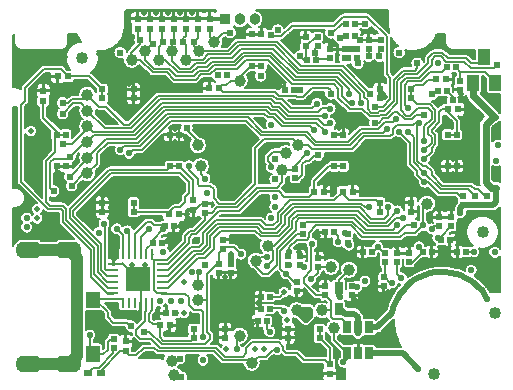
<source format=gbl>
G04 #@! TF.GenerationSoftware,KiCad,Pcbnew,5.1.5+dfsg1-2build2*
G04 #@! TF.CreationDate,2021-07-27T21:48:52+02:00*
G04 #@! TF.ProjectId,FunKey,46756e4b-6579-42e6-9b69-6361645f7063,F*
G04 #@! TF.SameCoordinates,Original*
G04 #@! TF.FileFunction,Copper,L4,Bot*
G04 #@! TF.FilePolarity,Positive*
%FSLAX46Y46*%
G04 Gerber Fmt 4.6, Leading zero omitted, Abs format (unit mm)*
G04 Created by KiCad (PCBNEW 5.1.5+dfsg1-2build2) date 2021-07-27 21:48:52*
%MOMM*%
%LPD*%
G04 APERTURE LIST*
%ADD10C,1.016000*%
%ADD11R,1.000000X1.400000*%
%ADD12R,0.700000X1.000000*%
%ADD13R,1.200000X1.400000*%
%ADD14R,0.240000X0.900000*%
%ADD15R,2.100000X2.100000*%
%ADD16R,0.900000X0.240000*%
%ADD17R,0.550000X0.550000*%
%ADD18C,1.000000*%
%ADD19C,0.609600*%
%ADD20O,2.300000X1.400000*%
%ADD21C,0.965200*%
%ADD22R,0.965200X0.965200*%
%ADD23R,0.700000X0.500000*%
%ADD24R,0.762000X1.016000*%
%ADD25R,0.550000X0.600000*%
%ADD26R,0.600000X0.550000*%
%ADD27R,0.508000X0.508000*%
%ADD28C,0.508000*%
%ADD29C,0.558800*%
%ADD30C,0.152400*%
%ADD31C,0.203200*%
%ADD32C,0.304800*%
%ADD33C,0.508000*%
%ADD34C,0.609600*%
%ADD35C,1.016000*%
%ADD36C,0.182881*%
%ADD37C,0.177800*%
G04 APERTURE END LIST*
D10*
X82423000Y-48641000D03*
X116332000Y-63373000D03*
D11*
X117409000Y-50731600D03*
X115509000Y-50731600D03*
X116459000Y-48531600D03*
D12*
X106741000Y-71417500D03*
X105791000Y-71417500D03*
X104841000Y-71417500D03*
X104841000Y-73616500D03*
X105791000Y-73616500D03*
X106741000Y-73616500D03*
D13*
X83312000Y-69074000D03*
X83312000Y-73674000D03*
D14*
X88372000Y-65260000D03*
X87872000Y-65260000D03*
X87372000Y-65260000D03*
X86872000Y-65260000D03*
D15*
X87122000Y-67310000D03*
D14*
X86372000Y-65260000D03*
X85872000Y-65260000D03*
D16*
X85072000Y-66060000D03*
X85072000Y-66560000D03*
X85072000Y-67060000D03*
X85072000Y-67560000D03*
X85072000Y-68060000D03*
X85072000Y-68560000D03*
D14*
X85872000Y-69360000D03*
X86372000Y-69360000D03*
X86872000Y-69360000D03*
X87372000Y-69360000D03*
X87872000Y-69360000D03*
X88372000Y-69360000D03*
D16*
X89172000Y-68560000D03*
X89172000Y-68060000D03*
X89172000Y-67560000D03*
X89172000Y-67060000D03*
X89172000Y-66560000D03*
X89172000Y-66060000D03*
D17*
X96825000Y-46625000D03*
X97575000Y-46625000D03*
X96825000Y-49275000D03*
X97575000Y-49275000D03*
X84125000Y-52025000D03*
X84125000Y-51275000D03*
X86775000Y-52025000D03*
X86775000Y-51275000D03*
X90625000Y-57775000D03*
X89875000Y-57775000D03*
X90625000Y-55125000D03*
X89875000Y-55125000D03*
X86775000Y-60875000D03*
X86775000Y-61625000D03*
X84125000Y-60875000D03*
X84125000Y-61625000D03*
X80275000Y-55125000D03*
X81025000Y-55125000D03*
X80275000Y-57775000D03*
X81025000Y-57775000D03*
X110275000Y-51265000D03*
X110275000Y-52015000D03*
X107625000Y-51265000D03*
X107625000Y-52015000D03*
X113375000Y-55125000D03*
X114125000Y-55125000D03*
X113375000Y-57775000D03*
X114125000Y-57775000D03*
X107625000Y-61635000D03*
X107625000Y-60885000D03*
X110275000Y-61635000D03*
X110275000Y-60885000D03*
X104525000Y-57775000D03*
X103775000Y-57775000D03*
X104525000Y-55125000D03*
X103775000Y-55125000D03*
X91875000Y-72325000D03*
X91875000Y-71575000D03*
X94525000Y-72325000D03*
X94525000Y-71575000D03*
X102525000Y-71575000D03*
X102525000Y-72325000D03*
X99875000Y-71575000D03*
X99875000Y-72325000D03*
D18*
X99364800Y-58140600D03*
X111633000Y-60960000D03*
X98171000Y-64516000D03*
X97129600Y-65786000D03*
X92329000Y-48006000D03*
X90043000Y-48006000D03*
X88900000Y-48768000D03*
X87757000Y-48006000D03*
X100711000Y-56007000D03*
X102743000Y-69977000D03*
X103759000Y-71501000D03*
X92456000Y-57785000D03*
X92202000Y-67818000D03*
X103505000Y-66294000D03*
X99695000Y-56692800D03*
X92202000Y-56007000D03*
X95758000Y-72136000D03*
X100584000Y-69977000D03*
X96774000Y-74422000D03*
X95758000Y-50546000D03*
X105029000Y-66548000D03*
X93599000Y-47244000D03*
X86614000Y-48768000D03*
X92202000Y-69088000D03*
X79756000Y-62230000D03*
X89992200Y-74244200D03*
X90170000Y-75438000D03*
X82854800Y-51765200D03*
X82854800Y-53086000D03*
X82854800Y-54406800D03*
X82854800Y-55727600D03*
X82854800Y-57048400D03*
X82854800Y-58369200D03*
X91186000Y-48768000D03*
D19*
X106950000Y-57166000D03*
X107950000Y-57166000D03*
X108950000Y-57166000D03*
X106950000Y-58166000D03*
X107950000Y-58166000D03*
X108950000Y-58166000D03*
X106950000Y-59166000D03*
X107950000Y-59166000D03*
X108950000Y-59166000D03*
X94050000Y-70415000D03*
X94050000Y-69215000D03*
X94050000Y-68015000D03*
X95250000Y-70415000D03*
X95250000Y-69215000D03*
X95250000Y-68015000D03*
X96450000Y-70415000D03*
X96450000Y-69215000D03*
X96450000Y-68015000D03*
D20*
X81250000Y-74573000D03*
X81250000Y-64873000D03*
X77950000Y-64873000D03*
X77950000Y-74573000D03*
D21*
X97028000Y-45339000D03*
X95758000Y-45339000D03*
D22*
X94488000Y-45339000D03*
D23*
X83989000Y-75311000D03*
X82889000Y-75311000D03*
D24*
X104140000Y-69850000D03*
X104140000Y-68072000D03*
D25*
X93174000Y-51181000D03*
X94024000Y-51181000D03*
D26*
X86106000Y-72600000D03*
X86106000Y-73450000D03*
X90170000Y-45295000D03*
X90170000Y-46145000D03*
X92202000Y-45295000D03*
X92202000Y-46145000D03*
X87122000Y-45295000D03*
X87122000Y-46145000D03*
X93218000Y-45295000D03*
X93218000Y-46145000D03*
X89154000Y-45295000D03*
X89154000Y-46145000D03*
X88138000Y-45295000D03*
X88138000Y-46145000D03*
X103378000Y-75355000D03*
X103378000Y-74505000D03*
D25*
X89833000Y-71247000D03*
X88983000Y-71247000D03*
D26*
X79121000Y-51391000D03*
X79121000Y-52241000D03*
D25*
X90595000Y-61849000D03*
X89745000Y-61849000D03*
D26*
X91821000Y-61512000D03*
X91821000Y-60662000D03*
D25*
X80347000Y-50165000D03*
X81197000Y-50165000D03*
X102914000Y-59944000D03*
X102064000Y-59944000D03*
X105327000Y-59944000D03*
X104477000Y-59944000D03*
X114217000Y-52959000D03*
X113367000Y-52959000D03*
X113201000Y-50419000D03*
X112351000Y-50419000D03*
D26*
X91186000Y-45295000D03*
X91186000Y-46145000D03*
D27*
X89535000Y-70231000D03*
X90297000Y-70231000D03*
X100584000Y-68326000D03*
X100584000Y-67564000D03*
X97536000Y-69850000D03*
X98298000Y-69850000D03*
X94996000Y-66040000D03*
X94996000Y-66802000D03*
X97536000Y-68834000D03*
X98298000Y-68834000D03*
X106680000Y-47879000D03*
X106680000Y-47117000D03*
X104775000Y-46736000D03*
X105537000Y-46736000D03*
X100330000Y-51308000D03*
X99568000Y-51308000D03*
X113665000Y-62865000D03*
X113665000Y-62103000D03*
X107950000Y-67183000D03*
X107950000Y-67945000D03*
X104648000Y-48641000D03*
X104648000Y-47879000D03*
X107696000Y-47879000D03*
X107696000Y-47117000D03*
X102362000Y-66294000D03*
X102362000Y-65532000D03*
X112649000Y-62865000D03*
X112649000Y-62103000D03*
X103378000Y-48641000D03*
X103378000Y-47879000D03*
X102235000Y-48768000D03*
X101473000Y-48768000D03*
X100838000Y-65405000D03*
X100838000Y-66167000D03*
X105664000Y-48641000D03*
X105664000Y-47879000D03*
X105283000Y-68707000D03*
X105283000Y-67945000D03*
X102997000Y-63373000D03*
X103759000Y-63373000D03*
X113538000Y-64008000D03*
X112776000Y-64008000D03*
X112014000Y-65024000D03*
X111252000Y-65024000D03*
X109093000Y-65151000D03*
X109093000Y-65913000D03*
X106934000Y-65024000D03*
X106172000Y-65024000D03*
X114173000Y-65024000D03*
X114935000Y-65024000D03*
X92837000Y-60960000D03*
X92837000Y-61722000D03*
X88392000Y-64262000D03*
X89154000Y-64262000D03*
X89408000Y-62865000D03*
X90170000Y-62865000D03*
X93980000Y-66802000D03*
X93980000Y-66040000D03*
X97282000Y-70866000D03*
X98044000Y-70866000D03*
X101092000Y-62738000D03*
X101092000Y-63500000D03*
X94361000Y-64770000D03*
X94361000Y-64008000D03*
X99822000Y-66167000D03*
X99822000Y-65405000D03*
X115697000Y-61087000D03*
X115697000Y-60325000D03*
X114681000Y-61087000D03*
X114681000Y-60325000D03*
X100457000Y-58039000D03*
X100457000Y-58801000D03*
X110109000Y-65913000D03*
X110109000Y-65151000D03*
X102362000Y-47625000D03*
X102362000Y-46863000D03*
X101346000Y-47625000D03*
X101346000Y-46863000D03*
X108077000Y-65913000D03*
X108077000Y-65151000D03*
X102997000Y-67945000D03*
X102997000Y-68707000D03*
X104902000Y-64262000D03*
X104902000Y-63500000D03*
X104775000Y-45720000D03*
X105537000Y-45720000D03*
X85090000Y-72390000D03*
X85090000Y-73152000D03*
X114427000Y-51308000D03*
X114427000Y-50546000D03*
X114046000Y-49403000D03*
X113284000Y-49403000D03*
X116713000Y-61087000D03*
X116713000Y-60325000D03*
X112522000Y-51435000D03*
X113284000Y-51435000D03*
D28*
X102362000Y-73279000D03*
X100330000Y-74295000D03*
X93726000Y-74422000D03*
X88773000Y-70358000D03*
X89611200Y-71932800D03*
X89662000Y-64008000D03*
X90678000Y-62865000D03*
X92049600Y-64084200D03*
X95275400Y-63779400D03*
X109016800Y-64541400D03*
X86868000Y-73152000D03*
X94996000Y-59309000D03*
X117297200Y-51968400D03*
X96012000Y-54610000D03*
X96901000Y-55499000D03*
X97663000Y-58674000D03*
X117475000Y-67056000D03*
X117475000Y-58801000D03*
X117602000Y-54406800D03*
X110566200Y-48310800D03*
X117602000Y-61722000D03*
X91440000Y-74193400D03*
X78181200Y-52349400D03*
X78054200Y-53492400D03*
X77927200Y-56794400D03*
X77927200Y-57810400D03*
X78054200Y-58953400D03*
X78714600Y-54051200D03*
X106426000Y-69088000D03*
X85725000Y-71628000D03*
X85598000Y-70485000D03*
X86614000Y-66167000D03*
X87757000Y-66167000D03*
X88265000Y-73787000D03*
X97739200Y-74447400D03*
X83058000Y-70993000D03*
X91694000Y-44805600D03*
X90678000Y-44805600D03*
X89662000Y-44805600D03*
X88646000Y-44805600D03*
X87630000Y-44805600D03*
X100761800Y-65024000D03*
X105486200Y-69113400D03*
X116840000Y-67691000D03*
X106476800Y-64338200D03*
X108331000Y-68427600D03*
X107950000Y-69291200D03*
X114503200Y-51689000D03*
X92837000Y-56769000D03*
X79451200Y-50444400D03*
X91313000Y-61849000D03*
X96774000Y-71120000D03*
X97663000Y-53975000D03*
D29*
X80645000Y-63246000D03*
D28*
X108204000Y-72390000D03*
X110032800Y-64414400D03*
X104394000Y-75438000D03*
X104190800Y-54533800D03*
D29*
X84201000Y-60198000D03*
D28*
X103047800Y-59334400D03*
X77673200Y-50063400D03*
X80975200Y-48539400D03*
X83820000Y-48260000D03*
X86360000Y-50800000D03*
X86360000Y-53340000D03*
X84074000Y-53340000D03*
X88900000Y-60960000D03*
X91186000Y-55372000D03*
X78740000Y-63500000D03*
X113792000Y-58420000D03*
X106680000Y-55880000D03*
X82118200Y-50800000D03*
X78435200Y-51079400D03*
X80772000Y-54254400D03*
D29*
X84963000Y-61214000D03*
D28*
X85090000Y-65659000D03*
X83947000Y-70231000D03*
X102616000Y-75565000D03*
X97282000Y-69342000D03*
X94488000Y-67183000D03*
X94234000Y-56896000D03*
X94234000Y-58801000D03*
X97663000Y-57658000D03*
X97663000Y-60706000D03*
X97663000Y-61620400D03*
X97053400Y-61163200D03*
X107924600Y-51689000D03*
X113792000Y-57150000D03*
X113665000Y-61214000D03*
X112649000Y-61468000D03*
X114046000Y-63881000D03*
X116205000Y-66929000D03*
X109601000Y-60071000D03*
X106299000Y-60071000D03*
X91440000Y-56972200D03*
X90297000Y-59055000D03*
X83718400Y-71678800D03*
X90297000Y-54610000D03*
X90297000Y-55753000D03*
X80467200Y-58394600D03*
X102387400Y-63703200D03*
X100584000Y-72263000D03*
X113030000Y-52146200D03*
D19*
X103632000Y-47396400D03*
X105156000Y-47853600D03*
X105918000Y-47091600D03*
X101803200Y-45034200D03*
D28*
X99212400Y-50977800D03*
X96774000Y-50063400D03*
D19*
X100736400Y-47015400D03*
D28*
X105841800Y-53594000D03*
X115493800Y-48133000D03*
X112242600Y-47548800D03*
X94640400Y-73279000D03*
X90297000Y-70231000D03*
X97790000Y-73279000D03*
X91008200Y-67614800D03*
X95046800Y-65227200D03*
X99542600Y-68453000D03*
D29*
X89306400Y-65074800D03*
X83058000Y-72085200D03*
X104241600Y-68884800D03*
D28*
X97028000Y-73279000D03*
X91059000Y-70231000D03*
D19*
X97536000Y-50139600D03*
D29*
X105714800Y-67970400D03*
X117602000Y-56007000D03*
X117500400Y-57302400D03*
X112547400Y-49072800D03*
X98729800Y-61214000D03*
X92964000Y-60045600D03*
X92811600Y-58826400D03*
X115366800Y-66598800D03*
D19*
X106680000Y-48463200D03*
X105765600Y-49072800D03*
X100888800Y-51358800D03*
X104241600Y-46939200D03*
X98755200Y-58902600D03*
X109270800Y-48158400D03*
D28*
X99745800Y-70815200D03*
D29*
X112014000Y-63093600D03*
X91744800Y-66751200D03*
X104089200Y-64160400D03*
X77724000Y-62179200D03*
X89306400Y-63093600D03*
X89001600Y-69189600D03*
X89916000Y-69189600D03*
X90830400Y-69189600D03*
X99974400Y-66141600D03*
X117348000Y-65074800D03*
X117500400Y-59588400D03*
X114452400Y-61722000D03*
X117348000Y-53644800D03*
X98450400Y-62179200D03*
X98755200Y-60426600D03*
X92354400Y-66751200D03*
X106375200Y-67513200D03*
X77724000Y-62941200D03*
D19*
X113792000Y-52197000D03*
X107594400Y-48463200D03*
X104927400Y-48615600D03*
X85648800Y-48158400D03*
D29*
X101803200Y-67360800D03*
X92659200Y-74218800D03*
D19*
X102412800Y-56845200D03*
D29*
X95504000Y-73279000D03*
X83820000Y-63398400D03*
X108661200Y-67665600D03*
D19*
X92811600Y-66141600D03*
X98755200Y-57150000D03*
X91287600Y-54559200D03*
D29*
X101650800Y-69951600D03*
X101346000Y-70713600D03*
D19*
X98983800Y-46253400D03*
D29*
X98425000Y-57861200D03*
X98450400Y-54254400D03*
D19*
X102108000Y-48158400D03*
X94691200Y-50088800D03*
X93929200Y-50088800D03*
D29*
X107442000Y-64617600D03*
D19*
X90830400Y-75641200D03*
X90678000Y-74066400D03*
D29*
X102285800Y-52476400D03*
D19*
X80772000Y-52425600D03*
D29*
X103428800Y-52908200D03*
D19*
X80772000Y-53340000D03*
D29*
X105003600Y-64465200D03*
X103428800Y-54127400D03*
D19*
X81381600Y-56997600D03*
X80010000Y-59893200D03*
D29*
X102971600Y-54889400D03*
D19*
X81381600Y-58674000D03*
D29*
X102057200Y-54737000D03*
D19*
X81534000Y-59436000D03*
D29*
X101879400Y-64338200D03*
X92659200Y-72237600D03*
X101498400Y-56692800D03*
D19*
X111404400Y-53467000D03*
X112064800Y-51689000D03*
X98374200Y-46710600D03*
X94945200Y-46482000D03*
X107213400Y-52730400D03*
X107213400Y-54102000D03*
D29*
X99669600Y-66903600D03*
X99517200Y-70027800D03*
X98298000Y-71780400D03*
X98907600Y-73304400D03*
D19*
X103479600Y-51663600D03*
X110490000Y-62788800D03*
D28*
X78613000Y-61442600D03*
X78079600Y-54813200D03*
X78613000Y-62204600D03*
D29*
X104698800Y-63398400D03*
X102971600Y-53517800D03*
D19*
X80772000Y-55930800D03*
D29*
X105765600Y-71932800D03*
D19*
X103479600Y-46507400D03*
D29*
X116738400Y-69037200D03*
D10*
X117348000Y-70255000D03*
D29*
X104546400Y-74371200D03*
X110896400Y-74930000D03*
D10*
X112210000Y-75387200D03*
D19*
X87325200Y-47091600D03*
D29*
X84277200Y-62636400D03*
X111404400Y-57150000D03*
X109118400Y-61569600D03*
X111404400Y-56388000D03*
X108356400Y-61264800D03*
X111404400Y-55626000D03*
X106680000Y-61264800D03*
D19*
X117576600Y-49225200D03*
D29*
X115570000Y-65024000D03*
X112547400Y-63855600D03*
X101193600Y-66294000D03*
X110947200Y-64617600D03*
D19*
X100888800Y-48463200D03*
D29*
X109448600Y-67233800D03*
X95859600Y-65227200D03*
D19*
X86563200Y-71323200D03*
X87630000Y-71780400D03*
D29*
X105308400Y-52425600D03*
D19*
X88392000Y-47396400D03*
D29*
X105003600Y-51663600D03*
D19*
X89306400Y-47244000D03*
X106832400Y-51663600D03*
X91897200Y-47244000D03*
D29*
X106070400Y-52425600D03*
D19*
X90119200Y-47244000D03*
X90982800Y-47244000D03*
X110794800Y-49072800D03*
D29*
X110947200Y-54102000D03*
X88087200Y-63093600D03*
X91440000Y-57759600D03*
D19*
X106375200Y-45720000D03*
D29*
X110032800Y-52882800D03*
X99974400Y-65074800D03*
X111252000Y-62788800D03*
X110032800Y-54864000D03*
X98044000Y-65481200D03*
X108966000Y-53797200D03*
X111404400Y-58369200D03*
X109118400Y-62788800D03*
X85344000Y-63093600D03*
X85648800Y-56388000D03*
X109270800Y-54864000D03*
X98044000Y-66243200D03*
X108204000Y-54635400D03*
X111404400Y-59131200D03*
X109575600Y-62179200D03*
X86258400Y-63246000D03*
X86410800Y-56692800D03*
D30*
X87122000Y-67310000D02*
X85872000Y-66060000D01*
X85872000Y-66060000D02*
X85072000Y-66060000D01*
X87376000Y-67564000D02*
X87122000Y-67310000D01*
X87372000Y-69360000D02*
X87372000Y-69854000D01*
X87372000Y-69854000D02*
X86614000Y-70612000D01*
X86614000Y-70612000D02*
X85725000Y-70612000D01*
X85725000Y-70612000D02*
X85598000Y-70485000D01*
X87376000Y-67564000D02*
X87376000Y-69360000D01*
X87372000Y-69360000D02*
X87376000Y-69360000D01*
X87376000Y-69360000D02*
X87376000Y-69596000D01*
D31*
X98298000Y-69342000D02*
X97282000Y-69342000D01*
D30*
X105537000Y-46736000D02*
X105562400Y-46736000D01*
X105562400Y-46736000D02*
X105918000Y-47091600D01*
X92837000Y-60960000D02*
X92506800Y-60960000D01*
X92506800Y-60960000D02*
X92049600Y-61417200D01*
X92049600Y-61417200D02*
X91915800Y-61417200D01*
X91915800Y-61417200D02*
X91821000Y-61512000D01*
X107924600Y-51715400D02*
X107625000Y-52015000D01*
X107924600Y-51689000D02*
X107924600Y-51715400D01*
X105943400Y-47117000D02*
X105918000Y-47091600D01*
X106680000Y-47117000D02*
X105943400Y-47117000D01*
X90595000Y-61849000D02*
X91313000Y-61849000D01*
X93262000Y-45339000D02*
X93218000Y-45295000D01*
D32*
X94488000Y-45339000D02*
X93262000Y-45339000D01*
D30*
X97282000Y-69342000D02*
X97641210Y-69342000D01*
X97641210Y-69342000D02*
X98704400Y-69342000D01*
D32*
X90939000Y-55125000D02*
X91186000Y-55372000D01*
X90625000Y-55125000D02*
X90939000Y-55125000D01*
D30*
X99447600Y-71575000D02*
X98882200Y-71009600D01*
X99875000Y-71575000D02*
X99447600Y-71575000D01*
X98882200Y-71009600D02*
X98882200Y-70485000D01*
X98882200Y-70485000D02*
X98755200Y-70358000D01*
X98755200Y-70358000D02*
X97993200Y-70358000D01*
X100584000Y-68326000D02*
X101371400Y-68326000D01*
X102293799Y-69248399D02*
X103030399Y-69248399D01*
X101371400Y-68326000D02*
X102293799Y-69248399D01*
X103030399Y-69248399D02*
X103124000Y-69342000D01*
D32*
X91821000Y-61512000D02*
X91357000Y-61512000D01*
X91313000Y-61556000D02*
X91313000Y-61849000D01*
X91357000Y-61512000D02*
X91313000Y-61556000D01*
D30*
X106172000Y-65024000D02*
X106172000Y-66649600D01*
X105359201Y-67462399D02*
X104902001Y-67462399D01*
X106172000Y-66649600D02*
X105359201Y-67462399D01*
X104902001Y-67462399D02*
X104775000Y-67589400D01*
X104775000Y-67589400D02*
X104775000Y-68173600D01*
X112014000Y-65430400D02*
X110871000Y-66573400D01*
X112014000Y-65024000D02*
X112014000Y-65430400D01*
X109849918Y-66573400D02*
X109601000Y-66324482D01*
X110871000Y-66573400D02*
X109849918Y-66573400D01*
X109601000Y-66324482D02*
X109601000Y-65608200D01*
D32*
X107625000Y-52015000D02*
X108055800Y-52015000D01*
X108055800Y-52015000D02*
X108127790Y-51943010D01*
D33*
X99517200Y-68427600D02*
X99542600Y-68453000D01*
X90297000Y-70231000D02*
X90347800Y-70231000D01*
X104140000Y-68072000D02*
X104140000Y-68783200D01*
X104140000Y-68783200D02*
X104241600Y-68884800D01*
D30*
X98298000Y-68834000D02*
X99161600Y-68834000D01*
X99161600Y-68834000D02*
X99542600Y-68453000D01*
X104140000Y-68072000D02*
X104140000Y-67437000D01*
X104140000Y-67437000D02*
X105029000Y-66548000D01*
X85090000Y-72390000D02*
X84886800Y-72390000D01*
X84886800Y-72390000D02*
X84582000Y-72694800D01*
X84582000Y-72694800D02*
X84582000Y-73304400D01*
X84212400Y-73674000D02*
X84582000Y-73304400D01*
X83058000Y-72085200D02*
X83058000Y-73420000D01*
D33*
X94996000Y-66040000D02*
X94996000Y-65405000D01*
D30*
X84212400Y-73674000D02*
X83312000Y-73674000D01*
X83058000Y-73420000D02*
X83312000Y-73674000D01*
D33*
X95046800Y-65227200D02*
X95046800Y-65354200D01*
X95046800Y-65354200D02*
X94996000Y-65405000D01*
D30*
X105283000Y-67945000D02*
X105435400Y-67945000D01*
X105435400Y-67945000D02*
X105460800Y-67970400D01*
X105714800Y-67970400D02*
X105308400Y-67970400D01*
X105308400Y-67970400D02*
X105283000Y-67945000D01*
X106680000Y-47879000D02*
X106680000Y-48463200D01*
X105613200Y-48691800D02*
X105664000Y-48641000D01*
X100888800Y-51358800D02*
X100380800Y-51358800D01*
X100380800Y-51358800D02*
X100330000Y-51308000D01*
X104724200Y-46786800D02*
X104775000Y-46736000D01*
X104724200Y-46786800D02*
X104394000Y-46786800D01*
X105613200Y-48691800D02*
X105613200Y-48920400D01*
X105613200Y-48920400D02*
X105765600Y-49072800D01*
X104394000Y-46786800D02*
X104241600Y-46939200D01*
X92456000Y-57785000D02*
X92456000Y-58470800D01*
X92456000Y-58470800D02*
X92811600Y-58826400D01*
X104550000Y-48739000D02*
X104648000Y-48641000D01*
X87872000Y-65260000D02*
X87872000Y-64782000D01*
X87872000Y-64782000D02*
X88392000Y-64262000D01*
X89408000Y-62865000D02*
X89382600Y-62865000D01*
X89382600Y-62865000D02*
X89382600Y-62890400D01*
D33*
X114452400Y-61722000D02*
X114452400Y-61315600D01*
X114452400Y-61315600D02*
X114681000Y-61087000D01*
X114681000Y-61087000D02*
X115697000Y-61087000D01*
X115697000Y-61087000D02*
X116713000Y-61087000D01*
D30*
X86872000Y-65260000D02*
X86872000Y-63546800D01*
X88392000Y-64262000D02*
X88392000Y-64008000D01*
X88392000Y-64008000D02*
X89306400Y-63093600D01*
X86872000Y-63546800D02*
X87934800Y-62484000D01*
X89306400Y-63093600D02*
X89306400Y-62966600D01*
X89306400Y-62966600D02*
X89408000Y-62865000D01*
X87934800Y-62484000D02*
X88239600Y-62484000D01*
X88239600Y-62484000D02*
X88544400Y-62788800D01*
X88544400Y-62788800D02*
X89331800Y-62788800D01*
X89331800Y-62788800D02*
X89408000Y-62865000D01*
D34*
X116586000Y-59131200D02*
X117043200Y-59588400D01*
D33*
X117500400Y-59588400D02*
X117500400Y-60807600D01*
X117500400Y-60807600D02*
X117221000Y-61087000D01*
X116713000Y-61087000D02*
X117221000Y-61087000D01*
D34*
X117043200Y-59588400D02*
X117500400Y-59588400D01*
D30*
X104089200Y-64160400D02*
X104089200Y-63703200D01*
X104089200Y-63703200D02*
X103759000Y-63373000D01*
X112649000Y-62865000D02*
X112242600Y-62865000D01*
X112242600Y-62865000D02*
X112014000Y-63093600D01*
X107594400Y-48463200D02*
X107594400Y-47980600D01*
X107594400Y-47980600D02*
X107696000Y-47879000D01*
X104927400Y-48615600D02*
X104673400Y-48615600D01*
X104673400Y-48615600D02*
X104648000Y-48641000D01*
D34*
X116586000Y-59131200D02*
X116586000Y-54254400D01*
X116586000Y-54254400D02*
X117195600Y-53644800D01*
X117348000Y-53644800D02*
X117195600Y-53644800D01*
D30*
X92202000Y-67818000D02*
X92202000Y-66903600D01*
X92202000Y-66903600D02*
X92354400Y-66751200D01*
D34*
X117348000Y-53644800D02*
X115509000Y-51805800D01*
D30*
X99974400Y-66141600D02*
X99847400Y-66141600D01*
X99847400Y-66141600D02*
X99822000Y-66167000D01*
D34*
X115509000Y-50731600D02*
X115509000Y-51805800D01*
D30*
X113792000Y-52197000D02*
X113792000Y-51943000D01*
X113792000Y-51943000D02*
X113284000Y-51435000D01*
X102362000Y-66294000D02*
X102362000Y-66802000D01*
X102362000Y-66802000D02*
X101803200Y-67360800D01*
X103505000Y-66294000D02*
X102362000Y-66294000D01*
X100736400Y-58826400D02*
X101041200Y-58521600D01*
X101041200Y-58521600D02*
X101041200Y-57607200D01*
X101041200Y-57607200D02*
X101346000Y-57302400D01*
X101346000Y-57302400D02*
X101650800Y-57302400D01*
X101650800Y-57302400D02*
X102108000Y-56845200D01*
X102108000Y-56845200D02*
X102412800Y-56845200D01*
X100736400Y-58826400D02*
X100482400Y-58826400D01*
X100482400Y-58826400D02*
X100457000Y-58801000D01*
X95504000Y-73279000D02*
X95504000Y-72390000D01*
X95504000Y-72390000D02*
X95758000Y-72136000D01*
X107950000Y-67183000D02*
X108026200Y-67183000D01*
X108026200Y-67183000D02*
X108508800Y-67665600D01*
X108508800Y-67665600D02*
X108661200Y-67665600D01*
X108077000Y-65913000D02*
X108077000Y-67056000D01*
X108077000Y-67056000D02*
X107950000Y-67183000D01*
X91287600Y-54559200D02*
X91287600Y-54711600D01*
X91287600Y-54711600D02*
X92202000Y-55626000D01*
X92202000Y-56007000D02*
X92202000Y-55626000D01*
D34*
X100584000Y-69977000D02*
X101625400Y-69977000D01*
X101625400Y-69977000D02*
X101650800Y-69951600D01*
X101346000Y-70713600D02*
X101320600Y-70713600D01*
X101320600Y-70713600D02*
X100584000Y-69977000D01*
X101625400Y-69977000D02*
X101625400Y-70434200D01*
D30*
X102412800Y-47675800D02*
X102362000Y-47625000D01*
X102235000Y-48768000D02*
X102235000Y-48336200D01*
X102108000Y-48158400D02*
X102108000Y-47879000D01*
X102108000Y-47879000D02*
X102362000Y-47625000D01*
X103327200Y-48691800D02*
X103378000Y-48641000D01*
X103327200Y-48691800D02*
X102311200Y-48691800D01*
X102311200Y-48691800D02*
X102235000Y-48768000D01*
X102108000Y-48158400D02*
X102108000Y-48209200D01*
X102108000Y-48209200D02*
X102235000Y-48336200D01*
X102438200Y-47548800D02*
X102362000Y-47625000D01*
X99695000Y-56692800D02*
X99669600Y-56692800D01*
X99669600Y-56692800D02*
X99517200Y-56540400D01*
X99517200Y-56540400D02*
X98602800Y-56540400D01*
X98602800Y-56540400D02*
X98145600Y-56997600D01*
X98145600Y-56997600D02*
X98145600Y-57302400D01*
X98425000Y-57632600D02*
X98425000Y-57861200D01*
X98145600Y-57302400D02*
X98425000Y-57581800D01*
X98425000Y-57581800D02*
X98425000Y-57861200D01*
D35*
X77950000Y-64873000D02*
X81250000Y-64873000D01*
X81250000Y-64873000D02*
X81332200Y-64873000D01*
X81332200Y-64873000D02*
X81991200Y-65532000D01*
X81991200Y-65532000D02*
X81991200Y-73831800D01*
X81991200Y-73831800D02*
X81250000Y-74573000D01*
X77950000Y-74573000D02*
X81250000Y-74573000D01*
D30*
X106934000Y-65024000D02*
X107035600Y-65024000D01*
X107035600Y-65024000D02*
X107442000Y-64617600D01*
X108077000Y-65151000D02*
X108077000Y-65252600D01*
X108077000Y-65252600D02*
X107442000Y-64617600D01*
D36*
X90830400Y-75641200D02*
X90373200Y-75641200D01*
X90373200Y-75641200D02*
X90170000Y-75438000D01*
X89992200Y-74244200D02*
X90500200Y-74244200D01*
X90500200Y-74244200D02*
X90678000Y-74066400D01*
D30*
X88849200Y-51816000D02*
X98602800Y-51816000D01*
X86410800Y-54254400D02*
X88849200Y-51816000D01*
X100126800Y-52882800D02*
X101879400Y-52882800D01*
X101879400Y-52882800D02*
X102285800Y-52476400D01*
X86410800Y-54254400D02*
X85953600Y-54254400D01*
X85953600Y-54254400D02*
X84429600Y-52730400D01*
X84429600Y-52730400D02*
X83820000Y-52730400D01*
X83820000Y-52730400D02*
X82854800Y-51765200D01*
X98602800Y-51816000D02*
X98907600Y-52120800D01*
X98907600Y-52120800D02*
X99364800Y-52120800D01*
X99364800Y-52120800D02*
X100126800Y-52882800D01*
X80772000Y-52425600D02*
X81229200Y-52425600D01*
X81229200Y-52425600D02*
X81534000Y-52120800D01*
X81534000Y-52120800D02*
X82499200Y-52120800D01*
X82499200Y-52120800D02*
X82854800Y-51765200D01*
X89001600Y-52120800D02*
X98450400Y-52120800D01*
X86563200Y-54559200D02*
X89001600Y-52120800D01*
X99974400Y-53187600D02*
X102412800Y-53187600D01*
X102412800Y-53187600D02*
X102717600Y-52882800D01*
X102717600Y-52882800D02*
X103403400Y-52882800D01*
X103403400Y-52882800D02*
X103428800Y-52908200D01*
X86563200Y-54559200D02*
X84328000Y-54559200D01*
X84328000Y-54559200D02*
X82854800Y-53086000D01*
X82854800Y-53086000D02*
X82854800Y-52984400D01*
X82854800Y-52984400D02*
X82296000Y-52425600D01*
X82296000Y-52425600D02*
X81686400Y-52425600D01*
X81686400Y-52425600D02*
X80772000Y-53340000D01*
X98450400Y-52120800D02*
X98755200Y-52425600D01*
X98755200Y-52425600D02*
X99212400Y-52425600D01*
X99212400Y-52425600D02*
X99974400Y-53187600D01*
X105003600Y-64465200D02*
X105003600Y-64363600D01*
X105003600Y-64363600D02*
X104902000Y-64262000D01*
X89306400Y-52730400D02*
X98145600Y-52730400D01*
X86868000Y-55168800D02*
X89306400Y-52730400D01*
X102870000Y-54254400D02*
X103301800Y-54254400D01*
X103301800Y-54254400D02*
X103428800Y-54127400D01*
X99669600Y-53797200D02*
X102412800Y-53797200D01*
X102412800Y-53797200D02*
X102870000Y-54254400D01*
X86868000Y-55168800D02*
X83413600Y-55168800D01*
X83413600Y-55168800D02*
X82854800Y-55727600D01*
X82854800Y-55727600D02*
X82651600Y-55727600D01*
X82651600Y-55727600D02*
X81381600Y-56997600D01*
X98145600Y-52730400D02*
X98450400Y-53035200D01*
X98450400Y-53035200D02*
X98907600Y-53035200D01*
X98907600Y-53035200D02*
X99669600Y-53797200D01*
X81381600Y-56997600D02*
X81229200Y-57150000D01*
X81229200Y-57150000D02*
X80010000Y-57150000D01*
X80010000Y-57150000D02*
X79705200Y-57454800D01*
X79705200Y-57454800D02*
X79705200Y-59588400D01*
X79705200Y-59588400D02*
X80010000Y-59893200D01*
X89458800Y-53035200D02*
X97993200Y-53035200D01*
X87020400Y-55473600D02*
X89458800Y-53035200D01*
X99517200Y-54102000D02*
X102260400Y-54102000D01*
X102260400Y-54102000D02*
X102971600Y-54813200D01*
X102971600Y-54889400D02*
X102971600Y-54813200D01*
X87020400Y-55473600D02*
X84429600Y-55473600D01*
X84429600Y-55473600D02*
X82854800Y-57048400D01*
X82854800Y-57048400D02*
X82854800Y-57200800D01*
X82854800Y-57200800D02*
X81381600Y-58674000D01*
X97993200Y-53035200D02*
X98298000Y-53340000D01*
X98298000Y-53340000D02*
X98755200Y-53340000D01*
X98755200Y-53340000D02*
X99517200Y-54102000D01*
X89611200Y-53340000D02*
X97840800Y-53340000D01*
X87172800Y-55778400D02*
X89611200Y-53340000D01*
X99364800Y-54406800D02*
X101727000Y-54406800D01*
X101727000Y-54406800D02*
X102057200Y-54737000D01*
X87172800Y-55778400D02*
X84582000Y-55778400D01*
X84582000Y-55778400D02*
X83667600Y-56692800D01*
X83667600Y-56692800D02*
X83667600Y-57556400D01*
X83667600Y-57556400D02*
X82854800Y-58369200D01*
X82854800Y-58369200D02*
X82600800Y-58369200D01*
X82600800Y-58369200D02*
X81534000Y-59436000D01*
X97840800Y-53340000D02*
X98145600Y-53644800D01*
X98145600Y-53644800D02*
X98602800Y-53644800D01*
X98602800Y-53644800D02*
X99364800Y-54406800D01*
X104841000Y-71417500D02*
X104841000Y-71160600D01*
X104841000Y-71160600D02*
X104394000Y-70713600D01*
X104394000Y-70713600D02*
X103632000Y-70713600D01*
X103632000Y-70713600D02*
X103479600Y-70561200D01*
X101193600Y-67665600D02*
X101193600Y-67208400D01*
X101193600Y-67208400D02*
X101803200Y-66598800D01*
X103479600Y-69189600D02*
X102997000Y-68707000D01*
X102997000Y-68707000D02*
X102235000Y-68707000D01*
X102235000Y-68707000D02*
X101193600Y-67665600D01*
X103479600Y-70561200D02*
X103479600Y-69951600D01*
X103479600Y-69951600D02*
X103479600Y-69189600D01*
X102743000Y-69977000D02*
X103454200Y-69977000D01*
X103454200Y-69977000D02*
X103479600Y-69951600D01*
X101803200Y-66598800D02*
X101803200Y-64414400D01*
X101803200Y-64414400D02*
X101879400Y-64338200D01*
X88372000Y-65260000D02*
X88372000Y-65664400D01*
X88372000Y-65664400D02*
X88468200Y-65760600D01*
X88468200Y-65760600D02*
X88468200Y-68275200D01*
X89172000Y-68560000D02*
X88753000Y-68560000D01*
X88753000Y-68560000D02*
X88468200Y-68275200D01*
X89192000Y-68580000D02*
X89172000Y-68560000D01*
X91897200Y-63246000D02*
X91592400Y-63246000D01*
X88404800Y-65227200D02*
X88372000Y-65260000D01*
X89611200Y-65684400D02*
X88544400Y-65684400D01*
X88544400Y-65684400D02*
X88468200Y-65760600D01*
X91592400Y-63246000D02*
X91135200Y-63703200D01*
X91135200Y-63703200D02*
X91135200Y-64160400D01*
X91135200Y-64160400D02*
X89611200Y-65684400D01*
X89192000Y-68580000D02*
X91135200Y-68580000D01*
X91135200Y-68580000D02*
X91440000Y-68884800D01*
X91440000Y-68884800D02*
X91440000Y-69494400D01*
X91440000Y-69494400D02*
X91897200Y-69951600D01*
X91897200Y-69951600D02*
X92506800Y-69951600D01*
X92506800Y-69951600D02*
X92659200Y-70104000D01*
X92659200Y-70104000D02*
X92659200Y-72237600D01*
X93421200Y-61722000D02*
X93878400Y-61264800D01*
X93878400Y-61264800D02*
X95554800Y-61264800D01*
X95554800Y-61264800D02*
X97231200Y-59588400D01*
X97231200Y-59588400D02*
X98907600Y-59588400D01*
X92837000Y-61722000D02*
X92837000Y-62306200D01*
X92837000Y-62306200D02*
X91897200Y-63246000D01*
X92837000Y-61722000D02*
X93421200Y-61722000D01*
X99364800Y-58140600D02*
X99364800Y-59131200D01*
X99364800Y-59131200D02*
X98907600Y-59588400D01*
X100431600Y-58064400D02*
X100457000Y-58039000D01*
X100431600Y-58064400D02*
X99441000Y-58064400D01*
X99441000Y-58064400D02*
X99364800Y-58140600D01*
X100457000Y-58039000D02*
X100457000Y-57734200D01*
X100457000Y-57734200D02*
X101498400Y-56692800D01*
X111404400Y-53467000D02*
X110667800Y-53467000D01*
X110667800Y-53467000D02*
X110337600Y-53797200D01*
X110337600Y-53797200D02*
X109728000Y-53797200D01*
X108204000Y-49987200D02*
X108204000Y-46786800D01*
X104546400Y-45110400D02*
X106527600Y-45110400D01*
X100203000Y-45872400D02*
X103784400Y-45872400D01*
X103784400Y-45872400D02*
X104546400Y-45110400D01*
X106527600Y-45110400D02*
X108204000Y-46786800D01*
X100203000Y-45872400D02*
X99288600Y-46786800D01*
X99288600Y-46786800D02*
X98450400Y-46786800D01*
X98450400Y-46786800D02*
X98374200Y-46710600D01*
X93218000Y-46145000D02*
X93218000Y-46863000D01*
X93218000Y-46863000D02*
X93599000Y-47244000D01*
X108204000Y-49987200D02*
X108508800Y-50292000D01*
X108508800Y-50292000D02*
X108508800Y-52120800D01*
X109728000Y-53797200D02*
X109118400Y-53187600D01*
X109118400Y-53187600D02*
X108813600Y-53187600D01*
X108508800Y-52120800D02*
X107899200Y-52730400D01*
X107899200Y-52730400D02*
X107213400Y-52730400D01*
X108813600Y-53187600D02*
X108280200Y-53721000D01*
X108280200Y-53721000D02*
X107899200Y-53721000D01*
X107899200Y-53721000D02*
X107518200Y-54102000D01*
X107518200Y-54102000D02*
X107213400Y-54102000D01*
X94945200Y-46482000D02*
X94361000Y-46482000D01*
X94361000Y-46482000D02*
X93599000Y-47244000D01*
X112522000Y-51435000D02*
X112318800Y-51435000D01*
X112318800Y-51435000D02*
X112064800Y-51689000D01*
X100584000Y-67564000D02*
X100330000Y-67564000D01*
X100330000Y-67564000D02*
X99669600Y-66903600D01*
X99669600Y-66903600D02*
X99212400Y-66446400D01*
X99212400Y-66446400D02*
X99212400Y-64922400D01*
X99212400Y-64922400D02*
X100634800Y-63500000D01*
X101092000Y-63500000D02*
X100634800Y-63500000D01*
D31*
X99517200Y-70027800D02*
X99288600Y-69799200D01*
X99288600Y-69799200D02*
X98348800Y-69799200D01*
X98348800Y-69799200D02*
X98298000Y-69850000D01*
X98044000Y-70866000D02*
X98044000Y-71526400D01*
X98044000Y-71526400D02*
X98298000Y-71780400D01*
D30*
X83989000Y-75311000D02*
X83989000Y-75116600D01*
X83989000Y-75116600D02*
X85655600Y-73450000D01*
X94335600Y-74218800D02*
X96570800Y-74218800D01*
X96570800Y-74218800D02*
X96774000Y-74422000D01*
X87020400Y-73761600D02*
X87630000Y-73152000D01*
X87630000Y-73152000D02*
X88544400Y-73152000D01*
X88544400Y-73152000D02*
X88849200Y-73456800D01*
X88849200Y-73456800D02*
X93573600Y-73456800D01*
X93573600Y-73456800D02*
X94335600Y-74218800D01*
X97282000Y-73914000D02*
X96774000Y-74422000D01*
X86106000Y-73450000D02*
X85655600Y-73450000D01*
X87020400Y-73761600D02*
X86417600Y-73761600D01*
X86417600Y-73761600D02*
X86106000Y-73450000D01*
X97282000Y-73914000D02*
X97993200Y-73914000D01*
X97993200Y-73914000D02*
X98602800Y-73304400D01*
X98602800Y-73304400D02*
X98907600Y-73304400D01*
X96825000Y-49275000D02*
X97575000Y-49275000D01*
X110490000Y-62788800D02*
X109880400Y-62788800D01*
X109880400Y-62788800D02*
X109194600Y-63474600D01*
X109194600Y-63474600D02*
X106299000Y-63474600D01*
X106299000Y-63474600D02*
X105308400Y-62484000D01*
X105308400Y-62484000D02*
X101346000Y-62484000D01*
X98755200Y-51511200D02*
X94335600Y-51511200D01*
X95758000Y-50546000D02*
X94996000Y-50546000D01*
X101346000Y-62484000D02*
X101092000Y-62738000D01*
X95758000Y-50546000D02*
X95758000Y-50241200D01*
X95758000Y-50241200D02*
X96621600Y-49377600D01*
X96621600Y-49377600D02*
X96722400Y-49377600D01*
X96722400Y-49377600D02*
X96825000Y-49275000D01*
X98755200Y-51511200D02*
X99060000Y-51816000D01*
X103479600Y-51663600D02*
X103479600Y-51358800D01*
X103479600Y-51358800D02*
X103251000Y-51130200D01*
X103251000Y-51130200D02*
X101879400Y-51130200D01*
X101879400Y-51130200D02*
X101117400Y-51892200D01*
X101117400Y-51892200D02*
X100584000Y-51892200D01*
X100584000Y-51892200D02*
X100507800Y-51816000D01*
X100507800Y-51816000D02*
X99060000Y-51816000D01*
X94996000Y-50546000D02*
X94640400Y-50901600D01*
X94640400Y-50901600D02*
X94183200Y-50901600D01*
X94183200Y-50901600D02*
X94024000Y-51060800D01*
X94024000Y-51060800D02*
X94024000Y-51181000D01*
X94335600Y-51511200D02*
X94024000Y-51199600D01*
X94024000Y-51199600D02*
X94024000Y-51181000D01*
X89154000Y-52425600D02*
X98298000Y-52425600D01*
X86715600Y-54864000D02*
X89154000Y-52425600D01*
X99822000Y-53492400D02*
X102946200Y-53492400D01*
X102946200Y-53492400D02*
X102971600Y-53517800D01*
X104902000Y-63500000D02*
X104800400Y-63500000D01*
X104800400Y-63500000D02*
X104698800Y-63398400D01*
X86715600Y-54864000D02*
X83312000Y-54864000D01*
X83312000Y-54864000D02*
X82854800Y-54406800D01*
X82854800Y-54406800D02*
X82854800Y-54610000D01*
X82854800Y-54610000D02*
X81534000Y-55930800D01*
X81534000Y-55930800D02*
X80772000Y-55930800D01*
X98298000Y-52425600D02*
X98602800Y-52730400D01*
X98602800Y-52730400D02*
X99060000Y-52730400D01*
X99060000Y-52730400D02*
X99822000Y-53492400D01*
D33*
X105791000Y-71417500D02*
X105791000Y-71871479D01*
X105791000Y-71871479D02*
X105765600Y-71932800D01*
X104140000Y-69850000D02*
X104140000Y-69697600D01*
X104698800Y-70256400D02*
X105460800Y-70256400D01*
X104140000Y-69697600D02*
X104698800Y-70256400D01*
X105460800Y-70256400D02*
X105765600Y-70561200D01*
X105765600Y-71138100D02*
X105765600Y-70561200D01*
X105765600Y-71138100D02*
X105791000Y-71138100D01*
X105791000Y-71138100D02*
X105791000Y-71417500D01*
D30*
X104775000Y-45720000D02*
X104394000Y-45720000D01*
X104394000Y-45720000D02*
X103606600Y-46507400D01*
X103479600Y-46507400D02*
X103606600Y-46507400D01*
X82889000Y-75311000D02*
X82889000Y-75302200D01*
X82889000Y-75302200D02*
X83362800Y-74828400D01*
X83362800Y-74828400D02*
X83820000Y-74828400D01*
X83820000Y-74828400D02*
X85039200Y-73609200D01*
X85039200Y-73609200D02*
X85039200Y-73202800D01*
X85039200Y-73202800D02*
X85090000Y-73152000D01*
X117409000Y-50731600D02*
X117409000Y-50657800D01*
X116535200Y-49784000D02*
X114427000Y-49784000D01*
X117409000Y-50657800D02*
X116535200Y-49784000D01*
X114427000Y-50546000D02*
X114427000Y-49784000D01*
X114427000Y-49784000D02*
X114046000Y-49403000D01*
D33*
X107423900Y-71417500D02*
X108661200Y-70180200D01*
X106741000Y-71417500D02*
X107423900Y-71417500D01*
X108661200Y-70180200D02*
X108661200Y-70180201D01*
X108661200Y-70180201D02*
X108774502Y-69753249D01*
X108774502Y-69753249D02*
X108930610Y-69340023D01*
X108930610Y-69340023D02*
X109127909Y-68944804D01*
X109127909Y-68944804D02*
X109364354Y-68571683D01*
X109364354Y-68571683D02*
X109637497Y-68224525D01*
X109637497Y-68224525D02*
X109944508Y-67906926D01*
X109944508Y-67906926D02*
X110282210Y-67622175D01*
X110282210Y-67622175D02*
X110647103Y-67373220D01*
X110647103Y-67373220D02*
X111035409Y-67162641D01*
X111035409Y-67162641D02*
X111443107Y-66992617D01*
X111443107Y-66992617D02*
X111865974Y-66864911D01*
X111865974Y-66864911D02*
X112299630Y-66780843D01*
X112299630Y-66780843D02*
X112739586Y-66741286D01*
X112739586Y-66741286D02*
X113181283Y-66746649D01*
X113181283Y-66746649D02*
X113620148Y-66796876D01*
X113620148Y-66796876D02*
X114051636Y-66891446D01*
X114051636Y-66891446D02*
X114471278Y-67029382D01*
X114471278Y-67029382D02*
X114874728Y-67209253D01*
X114874728Y-67209253D02*
X115257807Y-67429198D01*
X115257807Y-67429198D02*
X115616548Y-67686938D01*
X115616548Y-67686938D02*
X115947237Y-67979804D01*
X115947237Y-67979804D02*
X116246448Y-68304763D01*
X116246448Y-68304763D02*
X116738400Y-69037200D01*
D30*
X104841000Y-73616500D02*
X104841000Y-74076600D01*
X104841000Y-74076600D02*
X104546400Y-74371200D01*
X103759000Y-71501000D02*
X103759000Y-72534500D01*
X103759000Y-72534500D02*
X104841000Y-73616500D01*
D33*
X106741000Y-73616500D02*
X109582900Y-73616500D01*
X109582900Y-73616500D02*
X110896400Y-74930000D01*
D30*
X87376000Y-47040800D02*
X87325200Y-47091600D01*
X87325200Y-47091600D02*
X87325200Y-47396400D01*
X87325200Y-47396400D02*
X86563200Y-48158400D01*
X86563200Y-48158400D02*
X86563200Y-48717200D01*
X86563200Y-48717200D02*
X86614000Y-48768000D01*
X87122000Y-46145000D02*
X87122000Y-46888400D01*
X87122000Y-46888400D02*
X87325200Y-47091600D01*
X86614000Y-48768000D02*
X87325200Y-48768000D01*
X87325200Y-48768000D02*
X88392000Y-49834800D01*
X88392000Y-49834800D02*
X89611200Y-49834800D01*
X89611200Y-49834800D02*
X90220800Y-50444400D01*
X90220800Y-50444400D02*
X92049600Y-50444400D01*
X92049600Y-50444400D02*
X92506800Y-49987200D01*
X92506800Y-49987200D02*
X93268800Y-49987200D01*
X93268800Y-49987200D02*
X93726000Y-49530000D01*
X93726000Y-49530000D02*
X95554800Y-49530000D01*
X95554800Y-49530000D02*
X96316800Y-48768000D01*
X96316800Y-48768000D02*
X98145600Y-48768000D01*
X98145600Y-48768000D02*
X100203000Y-50825400D01*
X100203000Y-50825400D02*
X103708200Y-50825400D01*
X103708200Y-50825400D02*
X104089200Y-51206400D01*
X104089200Y-51206400D02*
X104089200Y-51968400D01*
X111709200Y-49072800D02*
X110794800Y-49987200D01*
X110794800Y-49987200D02*
X109728000Y-49987200D01*
X109728000Y-49987200D02*
X109118400Y-50596800D01*
X109118400Y-52425600D02*
X109118400Y-50596800D01*
X104089200Y-51968400D02*
X105079800Y-52959000D01*
X106756200Y-53568600D02*
X107594400Y-53568600D01*
X107594400Y-53568600D02*
X107746800Y-53416200D01*
X107746800Y-53416200D02*
X108127800Y-53416200D01*
X108127800Y-53416200D02*
X109118400Y-52425600D01*
X106756200Y-53568600D02*
X106146600Y-52959000D01*
X106146600Y-52959000D02*
X105079800Y-52959000D01*
X111709200Y-49072800D02*
X111709200Y-48615600D01*
X111709200Y-48615600D02*
X112166400Y-48158400D01*
X112166400Y-48158400D02*
X112928400Y-48158400D01*
X112928400Y-48158400D02*
X113385600Y-48615600D01*
X116375000Y-48615600D02*
X116459000Y-48531600D01*
X113385600Y-48615600D02*
X114909600Y-48615600D01*
X114909600Y-48615600D02*
X115366800Y-49072800D01*
X115366800Y-49072800D02*
X116128800Y-49072800D01*
X116128800Y-49072800D02*
X116281200Y-48920400D01*
X116281200Y-48920400D02*
X116281200Y-48709400D01*
X116281200Y-48709400D02*
X116459000Y-48531600D01*
X85072000Y-66560000D02*
X84467000Y-66560000D01*
X84467000Y-66560000D02*
X84353400Y-66446400D01*
X84353400Y-66446400D02*
X84353400Y-62712600D01*
X84353400Y-62712600D02*
X84277200Y-62636400D01*
X86775000Y-60875000D02*
X86775000Y-61625000D01*
X86775000Y-61625000D02*
X86969000Y-61625000D01*
X86775000Y-61625000D02*
X89521000Y-61625000D01*
X89745000Y-61849000D02*
X89636600Y-61849000D01*
X89636600Y-61849000D02*
X90220800Y-61264800D01*
X90220800Y-61264800D02*
X90678000Y-61264800D01*
X90678000Y-61264800D02*
X91135200Y-60807600D01*
X91135200Y-60807600D02*
X91135200Y-60350400D01*
X91135200Y-60350400D02*
X91440000Y-60045600D01*
X91440000Y-60045600D02*
X91440000Y-59131200D01*
X91440000Y-59131200D02*
X90678000Y-58369200D01*
X90678000Y-58369200D02*
X84886800Y-58369200D01*
X81686400Y-61569600D02*
X81686400Y-62026800D01*
X81686400Y-62026800D02*
X84048600Y-64389000D01*
X84048600Y-64389000D02*
X84048600Y-66598800D01*
X84048600Y-66598800D02*
X84509800Y-67060000D01*
X85072000Y-67060000D02*
X84509800Y-67060000D01*
X81686400Y-61569600D02*
X84886800Y-58369200D01*
X89521000Y-61625000D02*
X89745000Y-61849000D01*
X91821000Y-60662000D02*
X91821000Y-58971000D01*
X91821000Y-58971000D02*
X90625000Y-57775000D01*
X89875000Y-57775000D02*
X90625000Y-57775000D01*
X81381600Y-62179200D02*
X83743800Y-64541400D01*
X83743800Y-64541400D02*
X83743800Y-66751200D01*
X83743800Y-66751200D02*
X84552600Y-67560000D01*
X85072000Y-67560000D02*
X84552600Y-67560000D01*
X81381600Y-62179200D02*
X81381600Y-61417200D01*
X89859600Y-57759600D02*
X89875000Y-57775000D01*
X89859600Y-57759600D02*
X89859600Y-57816000D01*
X89859600Y-57816000D02*
X89611200Y-58064400D01*
X89611200Y-58064400D02*
X84734400Y-58064400D01*
X84734400Y-58064400D02*
X81381600Y-61417200D01*
X81025000Y-55125000D02*
X80275000Y-55125000D01*
X79121000Y-52241000D02*
X79121000Y-53670200D01*
X79121000Y-53670200D02*
X80314800Y-54864000D01*
X80314800Y-55085200D02*
X80246000Y-55085200D01*
X80314800Y-54864000D02*
X80314800Y-55085200D01*
X80314800Y-55085200D02*
X80275000Y-55125000D01*
X83439000Y-64693800D02*
X83439000Y-66903600D01*
X83439000Y-66903600D02*
X84595400Y-68060000D01*
X85072000Y-68060000D02*
X84595400Y-68060000D01*
X83439000Y-64693800D02*
X81076800Y-62331600D01*
X81076800Y-62331600D02*
X81076800Y-61417200D01*
X81076800Y-61417200D02*
X80772000Y-61112400D01*
X80772000Y-61112400D02*
X79705200Y-61112400D01*
X79705200Y-61112400D02*
X79400400Y-60807600D01*
X79400400Y-60807600D02*
X79400400Y-57302400D01*
X79400400Y-57302400D02*
X80162400Y-56540400D01*
X80162400Y-56540400D02*
X80162400Y-55237600D01*
X80162400Y-55237600D02*
X80275000Y-55125000D01*
X84125000Y-52025000D02*
X84125000Y-51275000D01*
X79171800Y-49530000D02*
X77571600Y-51130200D01*
X77571600Y-51130200D02*
X77571600Y-52273200D01*
X77571600Y-52273200D02*
X77266800Y-52578000D01*
X83015000Y-50165000D02*
X81197000Y-50165000D01*
X83015000Y-50165000D02*
X84125000Y-51275000D01*
X77266800Y-52578000D02*
X77266800Y-59131200D01*
X83134200Y-64846200D02*
X83134200Y-67132200D01*
X83134200Y-67132200D02*
X84582000Y-68580000D01*
X84582000Y-68580000D02*
X85052000Y-68580000D01*
X85052000Y-68580000D02*
X85072000Y-68560000D01*
X83134200Y-64846200D02*
X80772000Y-62484000D01*
X80772000Y-62484000D02*
X80772000Y-61569600D01*
X80772000Y-61569600D02*
X80619600Y-61417200D01*
X80619600Y-61417200D02*
X79552800Y-61417200D01*
X79552800Y-61417200D02*
X77266800Y-59131200D01*
X80619600Y-49530000D02*
X79171800Y-49530000D01*
X80619600Y-49530000D02*
X81197000Y-50107400D01*
X81197000Y-50107400D02*
X81197000Y-50165000D01*
X102525000Y-72325000D02*
X102525000Y-71575000D01*
X103378000Y-73178000D02*
X102525000Y-72325000D01*
X87872000Y-69360000D02*
X87872000Y-70039800D01*
X99060000Y-72694800D02*
X99441000Y-73075800D01*
X99441000Y-73075800D02*
X99441000Y-73380600D01*
X99441000Y-73380600D02*
X99669600Y-73609200D01*
X99669600Y-73609200D02*
X100584000Y-73609200D01*
X100584000Y-73609200D02*
X101193600Y-74218800D01*
X96012000Y-73914000D02*
X96316800Y-73609200D01*
X96316800Y-73609200D02*
X96316800Y-73152000D01*
X96316800Y-73152000D02*
X96774000Y-72694800D01*
X96774000Y-72694800D02*
X99060000Y-72694800D01*
X103378000Y-74505000D02*
X103378000Y-73178000D01*
X87872000Y-70039800D02*
X87846600Y-70039800D01*
X87846600Y-70039800D02*
X87782400Y-70104000D01*
X87020400Y-71628000D02*
X87782400Y-70866000D01*
X87782400Y-70866000D02*
X87782400Y-70104000D01*
X87020400Y-71628000D02*
X87020400Y-72085200D01*
X87020400Y-72085200D02*
X87325200Y-72390000D01*
X87325200Y-72390000D02*
X88239600Y-72390000D01*
X88239600Y-72390000D02*
X89001600Y-73152000D01*
X89001600Y-73152000D02*
X93726000Y-73152000D01*
X93726000Y-73152000D02*
X94488000Y-73914000D01*
X94488000Y-73914000D02*
X96012000Y-73914000D01*
X101193600Y-74218800D02*
X103022400Y-74218800D01*
X103022400Y-74218800D02*
X103174800Y-74371200D01*
X103174800Y-74371200D02*
X103244200Y-74371200D01*
X103244200Y-74371200D02*
X103378000Y-74505000D01*
X88372000Y-69360000D02*
X88372000Y-69971600D01*
X91875000Y-72325000D02*
X91875000Y-71575000D01*
X88372000Y-69971600D02*
X88087200Y-70256400D01*
X88087200Y-70256400D02*
X88087200Y-70866000D01*
X88087200Y-70866000D02*
X88392000Y-71170800D01*
X88392000Y-71170800D02*
X88906800Y-71170800D01*
X89306400Y-72542400D02*
X91657600Y-72542400D01*
X91657600Y-72542400D02*
X91875000Y-72325000D01*
X88906800Y-71170800D02*
X88983000Y-71247000D01*
X88983000Y-71247000D02*
X88983000Y-72219000D01*
X88983000Y-72219000D02*
X89306400Y-72542400D01*
X113331200Y-55168800D02*
X113375000Y-55125000D01*
X89172000Y-68060000D02*
X89674000Y-68060000D01*
X94183200Y-63246000D02*
X97078800Y-63246000D01*
X97078800Y-63246000D02*
X97536000Y-63703200D01*
X97536000Y-63703200D02*
X99060000Y-63703200D01*
X89674000Y-68060000D02*
X92202000Y-65532000D01*
X100507800Y-61569600D02*
X105765600Y-61569600D01*
X105765600Y-61569600D02*
X106756200Y-62560200D01*
X112318800Y-55930800D02*
X112014000Y-56235600D01*
X112014000Y-56235600D02*
X112014000Y-56540400D01*
X112014000Y-56540400D02*
X111404400Y-57150000D01*
X106756200Y-62560200D02*
X108127800Y-62560200D01*
X108127800Y-62560200D02*
X109118400Y-61569600D01*
X112623600Y-54076600D02*
X112623600Y-53187600D01*
X113367000Y-52959000D02*
X112852200Y-52959000D01*
X112852200Y-52959000D02*
X112623600Y-53187600D01*
X114125000Y-55125000D02*
X114125000Y-53927000D01*
X114125000Y-55125000D02*
X113375000Y-55125000D01*
X92202000Y-65532000D02*
X92811600Y-65532000D01*
X92811600Y-65532000D02*
X93573600Y-64770000D01*
X93573600Y-64770000D02*
X93573600Y-63855600D01*
X93573600Y-63855600D02*
X94183200Y-63246000D01*
X99060000Y-63703200D02*
X99898200Y-62865000D01*
X99898200Y-62865000D02*
X99898200Y-62179200D01*
X99898200Y-62179200D02*
X100507800Y-61569600D01*
X114125000Y-53927000D02*
X113367000Y-53169000D01*
X113367000Y-52959000D02*
X113367000Y-53169000D01*
X112318800Y-55930800D02*
X112318800Y-55168800D01*
X112318800Y-55168800D02*
X112014000Y-54864000D01*
X112014000Y-54864000D02*
X112014000Y-54686200D01*
X112014000Y-54686200D02*
X112623600Y-54076600D01*
X110275000Y-52015000D02*
X110275000Y-51265000D01*
X110275000Y-52015000D02*
X110275000Y-52031000D01*
X110490000Y-52273200D02*
X110490000Y-52230000D01*
X110490000Y-52230000D02*
X110275000Y-52015000D01*
X89172000Y-67560000D02*
X89716800Y-67560000D01*
X94030800Y-62941200D02*
X97231200Y-62941200D01*
X97231200Y-62941200D02*
X97688400Y-63398400D01*
X97688400Y-63398400D02*
X98907600Y-63398400D01*
X89716800Y-67560000D02*
X92049600Y-65227200D01*
X100355400Y-61264800D02*
X105918000Y-61264800D01*
X105918000Y-61264800D02*
X106908600Y-62255400D01*
X106908600Y-62255400D02*
X107975400Y-62255400D01*
X112014000Y-55778400D02*
X111404400Y-56388000D01*
X108356400Y-61264800D02*
X108356400Y-61874400D01*
X108356400Y-61874400D02*
X107975400Y-62255400D01*
X112318800Y-53924200D02*
X112318800Y-53035200D01*
X112318800Y-53035200D02*
X111836200Y-52552600D01*
X111836200Y-52552600D02*
X110769400Y-52552600D01*
X110769400Y-52552600D02*
X110490000Y-52273200D01*
X92049600Y-65227200D02*
X92659200Y-65227200D01*
X92659200Y-65227200D02*
X93268800Y-64617600D01*
X93268800Y-64617600D02*
X93268800Y-63703200D01*
X93268800Y-63703200D02*
X94030800Y-62941200D01*
X98907600Y-63398400D02*
X99593400Y-62712600D01*
X99593400Y-62712600D02*
X99593400Y-62026800D01*
X99593400Y-62026800D02*
X100355400Y-61264800D01*
X112344200Y-50419000D02*
X112351000Y-50419000D01*
X111709200Y-50444400D02*
X111252000Y-50901600D01*
X111252000Y-50901600D02*
X110638400Y-50901600D01*
X110638400Y-50901600D02*
X110275000Y-51265000D01*
X112014000Y-55778400D02*
X112014000Y-55321200D01*
X112014000Y-55321200D02*
X111709200Y-55016400D01*
X111709200Y-55016400D02*
X111709200Y-54533800D01*
X111709200Y-54533800D02*
X112318800Y-53924200D01*
X111709200Y-50444400D02*
X112325600Y-50444400D01*
X112325600Y-50444400D02*
X112351000Y-50419000D01*
X109880400Y-50292000D02*
X110947200Y-50292000D01*
X110947200Y-50292000D02*
X112014000Y-49225200D01*
X109423200Y-53035200D02*
X109423200Y-50749200D01*
X109423200Y-50749200D02*
X109880400Y-50292000D01*
X93878400Y-62636400D02*
X97383600Y-62636400D01*
X97383600Y-62636400D02*
X97840800Y-63093600D01*
X97840800Y-63093600D02*
X98755200Y-63093600D01*
X100203000Y-60960000D02*
X106070400Y-60960000D01*
X109423200Y-53035200D02*
X109880400Y-53492400D01*
X109880400Y-53492400D02*
X110185200Y-53492400D01*
X106070400Y-60960000D02*
X106375200Y-61264800D01*
X106375200Y-61264800D02*
X106680000Y-61264800D01*
X89172000Y-67060000D02*
X89683400Y-67060000D01*
X89683400Y-67060000D02*
X91821000Y-64922400D01*
X111404400Y-55626000D02*
X111404400Y-54381400D01*
X111404400Y-54381400D02*
X112014000Y-53771800D01*
X112014000Y-53771800D02*
X112014000Y-53187600D01*
X112014000Y-53187600D02*
X111683800Y-52857400D01*
X111683800Y-52857400D02*
X110820200Y-52857400D01*
X110820200Y-52857400D02*
X110185200Y-53492400D01*
X91821000Y-64922400D02*
X92506800Y-64922400D01*
X92506800Y-64922400D02*
X92964000Y-64465200D01*
X92964000Y-64465200D02*
X92964000Y-63550800D01*
X92964000Y-63550800D02*
X93878400Y-62636400D01*
X98755200Y-63093600D02*
X99288600Y-62560200D01*
X99288600Y-62560200D02*
X99288600Y-61874400D01*
X99288600Y-61874400D02*
X100203000Y-60960000D01*
X114757200Y-48920400D02*
X115316000Y-49479200D01*
X115316000Y-49479200D02*
X117322600Y-49479200D01*
X112014000Y-49225200D02*
X112014000Y-48768000D01*
X113233200Y-48920400D02*
X114757200Y-48920400D01*
X112014000Y-48768000D02*
X112318800Y-48463200D01*
X112318800Y-48463200D02*
X112776000Y-48463200D01*
X112776000Y-48463200D02*
X113233200Y-48920400D01*
X117322600Y-49479200D02*
X117576600Y-49225200D01*
X107625000Y-60885000D02*
X107625000Y-61635000D01*
X93726000Y-62331600D02*
X97536000Y-62331600D01*
X97536000Y-62331600D02*
X97993200Y-62788800D01*
X97993200Y-62788800D02*
X98602800Y-62788800D01*
X100050600Y-60655200D02*
X103784400Y-60655200D01*
X107625000Y-60885000D02*
X107519400Y-60885000D01*
X107519400Y-60885000D02*
X107289600Y-60655200D01*
X89172000Y-66560000D02*
X89700800Y-66560000D01*
X89700800Y-66560000D02*
X91643200Y-64617600D01*
X91643200Y-64617600D02*
X92354400Y-64617600D01*
X92354400Y-64617600D02*
X92659200Y-64312800D01*
X92659200Y-64312800D02*
X92659200Y-63398400D01*
X92659200Y-63398400D02*
X93726000Y-62331600D01*
X98602800Y-62788800D02*
X98983800Y-62407800D01*
X98983800Y-62407800D02*
X98983800Y-61722000D01*
X98983800Y-61722000D02*
X100050600Y-60655200D01*
X105003600Y-60655200D02*
X107289600Y-60655200D01*
X105003600Y-60655200D02*
X104477000Y-60128600D01*
X104477000Y-60128600D02*
X104477000Y-59944000D01*
X103784400Y-60655200D02*
X104477000Y-59962600D01*
X104477000Y-59962600D02*
X104477000Y-59944000D01*
X104525000Y-57775000D02*
X103775000Y-57775000D01*
X103775000Y-57775000D02*
X103311800Y-57775000D01*
X91744800Y-63550800D02*
X92049600Y-63550800D01*
X92049600Y-63550800D02*
X94030800Y-61569600D01*
X89172000Y-66060000D02*
X89692800Y-66060000D01*
X94030800Y-61569600D02*
X95707200Y-61569600D01*
X95707200Y-61569600D02*
X97383600Y-59893200D01*
X89692800Y-66060000D02*
X91440000Y-64312800D01*
X91440000Y-64312800D02*
X91440000Y-63855600D01*
X91440000Y-63855600D02*
X91744800Y-63550800D01*
X102064000Y-59944000D02*
X102064000Y-59022800D01*
X102064000Y-59022800D02*
X103311800Y-57775000D01*
X102013200Y-59893200D02*
X102064000Y-59944000D01*
X97383600Y-59893200D02*
X99060000Y-59893200D01*
X99060000Y-59893200D02*
X99517200Y-60350400D01*
X99517200Y-60350400D02*
X101657600Y-60350400D01*
X101657600Y-60350400D02*
X102064000Y-59944000D01*
X114935000Y-65024000D02*
X115570000Y-65024000D01*
X112547400Y-63855600D02*
X112623600Y-63855600D01*
X112623600Y-63855600D02*
X112776000Y-64008000D01*
X113665000Y-62865000D02*
X112776000Y-63754000D01*
X112776000Y-63754000D02*
X112649000Y-63754000D01*
X112649000Y-63754000D02*
X112547400Y-63855600D01*
X100838000Y-66167000D02*
X101066600Y-66167000D01*
X101066600Y-66167000D02*
X101193600Y-66294000D01*
X110150000Y-65966000D02*
X110150000Y-65954000D01*
X110109000Y-65913000D02*
X110109000Y-65925000D01*
X110109000Y-65925000D02*
X110150000Y-65966000D01*
X111252000Y-65024000D02*
X111252000Y-64922400D01*
X111252000Y-64922400D02*
X110947200Y-64617600D01*
X110150000Y-65966000D02*
X110310000Y-65966000D01*
X110310000Y-65966000D02*
X111252000Y-65024000D01*
X102362000Y-46863000D02*
X102184200Y-46863000D01*
X102184200Y-46863000D02*
X101498400Y-47548800D01*
X101498400Y-47548800D02*
X101422200Y-47548800D01*
X101422200Y-47548800D02*
X101346000Y-47625000D01*
X101346000Y-47625000D02*
X101346000Y-48641000D01*
X101346000Y-48641000D02*
X101473000Y-48768000D01*
X101473000Y-48768000D02*
X101193600Y-48768000D01*
X101193600Y-48768000D02*
X100888800Y-48463200D01*
X109118400Y-65938400D02*
X109093000Y-65913000D01*
X109093000Y-65913000D02*
X109093000Y-66878200D01*
X109093000Y-66878200D02*
X109448600Y-67233800D01*
X92964000Y-71780400D02*
X93268800Y-72085200D01*
X84582000Y-70561200D02*
X85039200Y-71018400D01*
X83552000Y-69074000D02*
X84582000Y-70104000D01*
X84582000Y-70104000D02*
X84582000Y-70561200D01*
X85039200Y-71018400D02*
X86258400Y-71018400D01*
X86258400Y-71018400D02*
X86563200Y-71323200D01*
X87630000Y-71780400D02*
X88087200Y-71780400D01*
X88087200Y-71780400D02*
X89154000Y-72847200D01*
X89154000Y-72847200D02*
X92811600Y-72847200D01*
X92811600Y-72847200D02*
X93268800Y-72390000D01*
X93268800Y-72390000D02*
X93268800Y-72085200D01*
X92964000Y-71780400D02*
X92964000Y-69037200D01*
X92964000Y-69037200D02*
X92964000Y-66903600D01*
X92964000Y-66903600D02*
X93827600Y-66040000D01*
X92202000Y-69088000D02*
X92913200Y-69088000D01*
X92913200Y-69088000D02*
X92964000Y-69037200D01*
X93980000Y-66040000D02*
X93827600Y-66040000D01*
X93980000Y-66040000D02*
X93980000Y-65151000D01*
X83312000Y-69074000D02*
X83552000Y-69074000D01*
X93980000Y-65151000D02*
X94361000Y-64770000D01*
X94361000Y-64770000D02*
X94488000Y-64770000D01*
X94488000Y-64770000D02*
X94640400Y-64617600D01*
X85872000Y-69360000D02*
X85872000Y-69108000D01*
X85872000Y-69108000D02*
X85801200Y-69037200D01*
X85801200Y-69037200D02*
X83588800Y-69037200D01*
X83588800Y-69037200D02*
X83552000Y-69074000D01*
X94640400Y-64617600D02*
X95250000Y-64617600D01*
X95250000Y-64617600D02*
X95859600Y-65227200D01*
X105003600Y-52425600D02*
X105308400Y-52425600D01*
X100355400Y-50520600D02*
X103860600Y-50520600D01*
X103860600Y-50520600D02*
X104394000Y-51054000D01*
X104394000Y-51054000D02*
X104394000Y-51816000D01*
X104394000Y-51816000D02*
X105003600Y-52425600D01*
X100355400Y-50520600D02*
X98298000Y-48463200D01*
X93116400Y-49682400D02*
X92354400Y-49682400D01*
X92354400Y-49682400D02*
X91897200Y-50139600D01*
X91897200Y-50139600D02*
X90373200Y-50139600D01*
X90373200Y-50139600D02*
X89763600Y-49530000D01*
X89763600Y-49530000D02*
X88544400Y-49530000D01*
X88544400Y-49530000D02*
X87782400Y-48768000D01*
X87782400Y-48768000D02*
X87782400Y-48031400D01*
X87782400Y-48031400D02*
X87757000Y-48006000D01*
X88392000Y-47396400D02*
X88392000Y-47371000D01*
X88392000Y-47371000D02*
X87757000Y-48006000D01*
X98298000Y-48463200D02*
X96164400Y-48463200D01*
X96164400Y-48463200D02*
X95402400Y-49225200D01*
X95402400Y-49225200D02*
X93573600Y-49225200D01*
X93573600Y-49225200D02*
X93116400Y-49682400D01*
X88138000Y-46145000D02*
X88138000Y-47142400D01*
X88138000Y-47142400D02*
X88392000Y-47396400D01*
X100507800Y-50215800D02*
X104013000Y-50215800D01*
X100507800Y-50215800D02*
X98450400Y-48158400D01*
X92964000Y-49377600D02*
X92202000Y-49377600D01*
X92202000Y-49377600D02*
X91744800Y-49834800D01*
X91744800Y-49834800D02*
X90525600Y-49834800D01*
X90525600Y-49834800D02*
X89458800Y-48768000D01*
X89458800Y-48768000D02*
X88900000Y-48768000D01*
X89306400Y-47244000D02*
X88900000Y-47650400D01*
X88900000Y-48768000D02*
X88900000Y-47650400D01*
X89306400Y-47244000D02*
X89408000Y-47142400D01*
X98450400Y-48158400D02*
X96012000Y-48158400D01*
X96012000Y-48158400D02*
X95250000Y-48920400D01*
X95250000Y-48920400D02*
X93421200Y-48920400D01*
X93421200Y-48920400D02*
X92964000Y-49377600D01*
X89154000Y-46145000D02*
X89154000Y-47091600D01*
X89154000Y-47091600D02*
X89306400Y-47244000D01*
X104013000Y-50215800D02*
X105003600Y-51206400D01*
X105003600Y-51206400D02*
X105003600Y-51663600D01*
X98907600Y-47244000D02*
X100965000Y-49301400D01*
X100965000Y-49301400D02*
X104470200Y-49301400D01*
X104470200Y-49301400D02*
X106832400Y-51663600D01*
X98907600Y-47244000D02*
X95554800Y-47244000D01*
X95554800Y-47244000D02*
X94792800Y-48006000D01*
X94792800Y-48006000D02*
X92329000Y-48006000D01*
X91897200Y-47244000D02*
X91897200Y-47574200D01*
X91897200Y-47574200D02*
X92329000Y-48006000D01*
X92202000Y-46145000D02*
X92202000Y-46939200D01*
X92202000Y-46939200D02*
X91897200Y-47244000D01*
X100660200Y-49911000D02*
X98602800Y-47853600D01*
X92811600Y-49072800D02*
X92049600Y-49072800D01*
X92049600Y-49072800D02*
X91592400Y-49530000D01*
X91592400Y-49530000D02*
X90678000Y-49530000D01*
X90043000Y-48895000D02*
X90678000Y-49530000D01*
X90043000Y-48006000D02*
X90043000Y-48895000D01*
X98602800Y-47853600D02*
X95859600Y-47853600D01*
X95859600Y-47853600D02*
X95097600Y-48615600D01*
X95097600Y-48615600D02*
X93268800Y-48615600D01*
X93268800Y-48615600D02*
X92811600Y-49072800D01*
X90043000Y-48006000D02*
X90043000Y-47320200D01*
X90043000Y-47320200D02*
X90119200Y-47244000D01*
X90170000Y-46145000D02*
X90170000Y-47193200D01*
X90170000Y-47193200D02*
X90119200Y-47244000D01*
X100660200Y-49911000D02*
X104165400Y-49911000D01*
X104165400Y-49911000D02*
X105918000Y-51663600D01*
X105918000Y-51663600D02*
X105918000Y-52273200D01*
X105918000Y-52273200D02*
X106070400Y-52425600D01*
X91186000Y-48768000D02*
X92659200Y-48768000D01*
X92659200Y-48768000D02*
X93116400Y-48310800D01*
X93116400Y-48310800D02*
X94945200Y-48310800D01*
X94945200Y-48310800D02*
X95707200Y-47548800D01*
X95707200Y-47548800D02*
X98755200Y-47548800D01*
X91186000Y-46145000D02*
X91186000Y-46745400D01*
X91186000Y-46745400D02*
X90992200Y-46939200D01*
X90992200Y-46939200D02*
X90992200Y-47234600D01*
X90992200Y-47234600D02*
X90982800Y-47244000D01*
X91186000Y-48768000D02*
X91186000Y-47447200D01*
X91186000Y-47447200D02*
X90982800Y-47244000D01*
X98755200Y-47548800D02*
X100812600Y-49606200D01*
X100812600Y-49606200D02*
X104317800Y-49606200D01*
X104317800Y-49606200D02*
X106299000Y-51587400D01*
X110794800Y-49072800D02*
X110794800Y-49453800D01*
X110794800Y-49453800D02*
X110566200Y-49682400D01*
X110566200Y-49682400D02*
X109575600Y-49682400D01*
X109575600Y-49682400D02*
X108813600Y-50444400D01*
X106299000Y-51587400D02*
X106299000Y-51892200D01*
X108813600Y-52273200D02*
X108813600Y-50444400D01*
X106299000Y-51892200D02*
X106603800Y-52197000D01*
X106603800Y-52197000D02*
X106603800Y-52959000D01*
X108813600Y-52273200D02*
X107975400Y-53111400D01*
X107975400Y-53111400D02*
X107594400Y-53111400D01*
X107594400Y-53111400D02*
X107442000Y-53263800D01*
X107442000Y-53263800D02*
X106908600Y-53263800D01*
X106908600Y-53263800D02*
X106603800Y-52959000D01*
X110947200Y-54102000D02*
X110794800Y-54254400D01*
X110794800Y-54254400D02*
X110794800Y-57302400D01*
X105232200Y-56311800D02*
X106299000Y-55245000D01*
X105232200Y-56311800D02*
X101879400Y-56311800D01*
X110794800Y-57302400D02*
X111252000Y-57759600D01*
X111252000Y-57759600D02*
X111556800Y-57759600D01*
X87372000Y-65260000D02*
X87372000Y-63808800D01*
X87372000Y-63808800D02*
X88087200Y-63093600D01*
X112928400Y-59436000D02*
X115366800Y-59436000D01*
X115366800Y-59436000D02*
X115671600Y-59740800D01*
X115671600Y-59740800D02*
X115976400Y-59740800D01*
X115976400Y-59740800D02*
X116433600Y-60198000D01*
X116433600Y-60198000D02*
X116586000Y-60198000D01*
X116586000Y-60198000D02*
X116713000Y-60325000D01*
X108508800Y-55245000D02*
X106299000Y-55245000D01*
X110947200Y-54102000D02*
X110642400Y-54102000D01*
X110642400Y-54102000D02*
X110413800Y-54330600D01*
X110413800Y-54330600D02*
X109042200Y-54330600D01*
X93573600Y-60502800D02*
X94030800Y-60960000D01*
X94030800Y-60960000D02*
X95402400Y-60960000D01*
X95402400Y-60960000D02*
X97078800Y-59283600D01*
X97078800Y-59283600D02*
X97078800Y-56235600D01*
X91440000Y-57759600D02*
X91440000Y-58064400D01*
X91440000Y-58064400D02*
X92202000Y-58826400D01*
X92202000Y-58826400D02*
X92202000Y-59283600D01*
X92202000Y-59283600D02*
X92354400Y-59436000D01*
X92354400Y-59436000D02*
X93268800Y-59436000D01*
X93268800Y-59436000D02*
X93573600Y-59740800D01*
X93573600Y-59740800D02*
X93573600Y-60502800D01*
X101879400Y-56311800D02*
X101574600Y-56007000D01*
X100711000Y-56007000D02*
X101574600Y-56007000D01*
X100711000Y-56007000D02*
X100711000Y-55905400D01*
X100711000Y-55905400D02*
X100279200Y-55473600D01*
X100279200Y-55473600D02*
X97840800Y-55473600D01*
X97840800Y-55473600D02*
X97078800Y-56235600D01*
X109042200Y-54330600D02*
X108737400Y-54635400D01*
X108737400Y-54635400D02*
X108737400Y-55016400D01*
X108737400Y-55016400D02*
X108508800Y-55245000D01*
X112928400Y-59436000D02*
X112014000Y-58521600D01*
X112014000Y-58521600D02*
X112014000Y-58216800D01*
X112014000Y-58216800D02*
X111556800Y-57759600D01*
X105537000Y-45720000D02*
X106375200Y-45720000D01*
X110032800Y-50596800D02*
X111099600Y-50596800D01*
X112852200Y-49834800D02*
X113284000Y-49403000D01*
X109728000Y-50901600D02*
X110032800Y-50596800D01*
X112852200Y-49834800D02*
X111861600Y-49834800D01*
X111861600Y-49834800D02*
X111099600Y-50596800D01*
X109728000Y-50901600D02*
X109728000Y-52578000D01*
X109728000Y-52578000D02*
X110032800Y-52882800D01*
X102260400Y-62788800D02*
X105156000Y-62788800D01*
X105156000Y-62788800D02*
X106146600Y-63779400D01*
X106146600Y-63779400D02*
X109347000Y-63779400D01*
X109347000Y-63779400D02*
X109728000Y-63398400D01*
X109728000Y-63398400D02*
X110642400Y-63398400D01*
X110642400Y-63398400D02*
X111252000Y-62788800D01*
X99822000Y-65405000D02*
X99822000Y-65227200D01*
X99822000Y-65227200D02*
X99974400Y-65074800D01*
X111252000Y-62788800D02*
X111252000Y-61341000D01*
X111252000Y-61341000D02*
X111633000Y-60960000D01*
X99974400Y-65074800D02*
X99974400Y-64617600D01*
X99974400Y-64617600D02*
X100584000Y-64008000D01*
X100584000Y-64008000D02*
X101422200Y-64008000D01*
X101422200Y-64008000D02*
X101650800Y-63779400D01*
X101650800Y-63779400D02*
X101650800Y-63398400D01*
X101650800Y-63398400D02*
X102260400Y-62788800D01*
X112776000Y-59740800D02*
X115112800Y-59740800D01*
X115112800Y-59740800D02*
X115697000Y-60325000D01*
X96469200Y-53644800D02*
X89763600Y-53644800D01*
X89763600Y-53644800D02*
X87325200Y-56083200D01*
X110032800Y-54864000D02*
X110490000Y-55321200D01*
X110490000Y-55321200D02*
X110490000Y-57454800D01*
X104927400Y-55702200D02*
X105994200Y-54635400D01*
X100812600Y-62179200D02*
X105460800Y-62179200D01*
X105460800Y-62179200D02*
X106451400Y-63169800D01*
X112776000Y-59740800D02*
X111404400Y-58369200D01*
X110490000Y-57454800D02*
X111404400Y-58369200D01*
X106451400Y-63169800D02*
X108737400Y-63169800D01*
X108737400Y-63169800D02*
X109118400Y-62788800D01*
X96469200Y-53644800D02*
X97688400Y-54864000D01*
X97688400Y-54864000D02*
X101422200Y-54864000D01*
X101422200Y-54864000D02*
X102260400Y-55702200D01*
X85872000Y-65260000D02*
X85872000Y-63621600D01*
X85872000Y-63621600D02*
X85344000Y-63093600D01*
X85648800Y-56388000D02*
X85953600Y-56083200D01*
X85953600Y-56083200D02*
X87325200Y-56083200D01*
X105994200Y-54635400D02*
X107442000Y-54635400D01*
X107442000Y-54635400D02*
X108051600Y-54025800D01*
X108051600Y-54025800D02*
X108737400Y-54025800D01*
X108737400Y-54025800D02*
X108966000Y-53797200D01*
X102260400Y-55702200D02*
X104927400Y-55702200D01*
X98907600Y-64770000D02*
X100507800Y-63169800D01*
X100507800Y-63169800D02*
X100507800Y-62484000D01*
X100507800Y-62484000D02*
X100812600Y-62179200D01*
X97129600Y-65786000D02*
X97231200Y-65786000D01*
X97231200Y-65786000D02*
X97536000Y-65481200D01*
X97536000Y-65481200D02*
X98044000Y-65481200D01*
X98907600Y-64770000D02*
X98907600Y-66141600D01*
X98907600Y-66141600D02*
X98145600Y-66903600D01*
X98145600Y-66903600D02*
X97738600Y-66903600D01*
X97738600Y-66903600D02*
X97050000Y-66215000D01*
X97050000Y-66215000D02*
X97050000Y-65865600D01*
X97050000Y-65865600D02*
X97129600Y-65786000D01*
X96316800Y-53949600D02*
X89916000Y-53949600D01*
X89916000Y-53949600D02*
X87477600Y-56388000D01*
X102108000Y-56007000D02*
X105079800Y-56007000D01*
X100660200Y-61874400D02*
X105613200Y-61874400D01*
X105613200Y-61874400D02*
X106603800Y-62865000D01*
X110185200Y-55778400D02*
X110185200Y-57607200D01*
X109270800Y-54864000D02*
X110185200Y-55778400D01*
X110185200Y-57607200D02*
X110794800Y-58216800D01*
X110794800Y-58216800D02*
X110794800Y-58521600D01*
X110794800Y-58521600D02*
X111404400Y-59131200D01*
X114681000Y-60325000D02*
X114427000Y-60325000D01*
X114427000Y-60325000D02*
X114147600Y-60045600D01*
X114147600Y-60045600D02*
X112623600Y-60045600D01*
X112623600Y-60045600D02*
X111709200Y-59131200D01*
X111709200Y-59131200D02*
X111404400Y-59131200D01*
X106603800Y-62865000D02*
X108280200Y-62865000D01*
X108280200Y-62865000D02*
X108966000Y-62179200D01*
X108966000Y-62179200D02*
X109575600Y-62179200D01*
X96316800Y-53949600D02*
X97536000Y-55168800D01*
X97536000Y-55168800D02*
X101269800Y-55168800D01*
X101269800Y-55168800D02*
X102108000Y-56007000D01*
X86372000Y-65260000D02*
X86372000Y-63359600D01*
X86372000Y-63359600D02*
X86258400Y-63246000D01*
X86410800Y-56692800D02*
X86715600Y-56388000D01*
X86715600Y-56388000D02*
X87477600Y-56388000D01*
X108127800Y-54711600D02*
X108204000Y-54635400D01*
X98171000Y-64516000D02*
X98704400Y-64516000D01*
X98171000Y-64516000D02*
X98196400Y-64516000D01*
X98196400Y-64516000D02*
X98602800Y-64922400D01*
X98602800Y-64922400D02*
X98602800Y-65684400D01*
X98704400Y-64516000D02*
X100203000Y-63017400D01*
X100203000Y-63017400D02*
X100203000Y-62331600D01*
X100203000Y-62331600D02*
X100660200Y-61874400D01*
X98602800Y-65684400D02*
X98044000Y-66243200D01*
X105079800Y-56007000D02*
X106146600Y-54940200D01*
X106146600Y-54940200D02*
X107899200Y-54940200D01*
X107899200Y-54940200D02*
X108204000Y-54635400D01*
D37*
G36*
X103079559Y-71864169D02*
G01*
X103163465Y-71989743D01*
X103270257Y-72096535D01*
X103395831Y-72180441D01*
X103416101Y-72188837D01*
X103416101Y-72517655D01*
X103414442Y-72534500D01*
X103421062Y-72601719D01*
X103439633Y-72662938D01*
X103440670Y-72666357D01*
X103472511Y-72725927D01*
X103487890Y-72744666D01*
X103502133Y-72762021D01*
X103515361Y-72778140D01*
X103528443Y-72788876D01*
X104223010Y-73483444D01*
X104223010Y-73930494D01*
X104198282Y-73947017D01*
X104122217Y-74023082D01*
X104062453Y-74112525D01*
X104021287Y-74211909D01*
X104000300Y-74317414D01*
X104000300Y-74424986D01*
X104021287Y-74530491D01*
X104062453Y-74629875D01*
X104122217Y-74719318D01*
X104198282Y-74795383D01*
X104287725Y-74855147D01*
X104387109Y-74896313D01*
X104492614Y-74917300D01*
X104600186Y-74917300D01*
X104656300Y-74906138D01*
X104656301Y-75806300D01*
X103972576Y-75806300D01*
X103996331Y-75761857D01*
X104015938Y-75697220D01*
X104022559Y-75630000D01*
X104020900Y-75478825D01*
X103935175Y-75393100D01*
X103416100Y-75393100D01*
X103416100Y-75413100D01*
X103339900Y-75413100D01*
X103339900Y-75393100D01*
X102820825Y-75393100D01*
X102735100Y-75478825D01*
X102733441Y-75630000D01*
X102740062Y-75697220D01*
X102759669Y-75761857D01*
X102783424Y-75806300D01*
X91380255Y-75806300D01*
X91401900Y-75697488D01*
X91401900Y-75584912D01*
X91379937Y-75474500D01*
X91336857Y-75370493D01*
X91274313Y-75276890D01*
X91194710Y-75197287D01*
X91101107Y-75134743D01*
X90997100Y-75091663D01*
X90886688Y-75069700D01*
X90846013Y-75069700D01*
X90765535Y-74949257D01*
X90658743Y-74842465D01*
X90550523Y-74770155D01*
X90587735Y-74732943D01*
X90651241Y-74637900D01*
X90734288Y-74637900D01*
X90844700Y-74615937D01*
X90948707Y-74572857D01*
X91042310Y-74510313D01*
X91121913Y-74430710D01*
X91184457Y-74337107D01*
X91227537Y-74233100D01*
X91249500Y-74122688D01*
X91249500Y-74010112D01*
X91227537Y-73899700D01*
X91186117Y-73799700D01*
X92305999Y-73799700D01*
X92235017Y-73870682D01*
X92175253Y-73960125D01*
X92134087Y-74059509D01*
X92113100Y-74165014D01*
X92113100Y-74272586D01*
X92134087Y-74378091D01*
X92175253Y-74477475D01*
X92235017Y-74566918D01*
X92311082Y-74642983D01*
X92400525Y-74702747D01*
X92499909Y-74743913D01*
X92605414Y-74764900D01*
X92712986Y-74764900D01*
X92818491Y-74743913D01*
X92917875Y-74702747D01*
X93007318Y-74642983D01*
X93083383Y-74566918D01*
X93143147Y-74477475D01*
X93184313Y-74378091D01*
X93205300Y-74272586D01*
X93205300Y-74165014D01*
X93184313Y-74059509D01*
X93143147Y-73960125D01*
X93083383Y-73870682D01*
X93012401Y-73799700D01*
X93431567Y-73799700D01*
X94081219Y-74449352D01*
X94091960Y-74462440D01*
X94130861Y-74494365D01*
X94144173Y-74505290D01*
X94203743Y-74537131D01*
X94268380Y-74556738D01*
X94335600Y-74563359D01*
X94352443Y-74561700D01*
X96020068Y-74561700D01*
X96036764Y-74645638D01*
X96094559Y-74785169D01*
X96178465Y-74910743D01*
X96285257Y-75017535D01*
X96410831Y-75101441D01*
X96550362Y-75159236D01*
X96698487Y-75188700D01*
X96849513Y-75188700D01*
X96997638Y-75159236D01*
X97137169Y-75101441D01*
X97262743Y-75017535D01*
X97369535Y-74910743D01*
X97453441Y-74785169D01*
X97511236Y-74645638D01*
X97540700Y-74497513D01*
X97540700Y-74346487D01*
X97522880Y-74256900D01*
X97976365Y-74256900D01*
X97993200Y-74258558D01*
X98010035Y-74256900D01*
X98010043Y-74256900D01*
X98060420Y-74251938D01*
X98125057Y-74232331D01*
X98184627Y-74200490D01*
X98236840Y-74157640D01*
X98247581Y-74144552D01*
X98621867Y-73770267D01*
X98648925Y-73788347D01*
X98748309Y-73829513D01*
X98853814Y-73850500D01*
X98961386Y-73850500D01*
X99066891Y-73829513D01*
X99166275Y-73788347D01*
X99255718Y-73728583D01*
X99279884Y-73704417D01*
X99415219Y-73839752D01*
X99425960Y-73852840D01*
X99478173Y-73895690D01*
X99537743Y-73927531D01*
X99602380Y-73947138D01*
X99652757Y-73952100D01*
X99652764Y-73952100D01*
X99669599Y-73953758D01*
X99686434Y-73952100D01*
X100441967Y-73952100D01*
X100939223Y-74449357D01*
X100949960Y-74462440D01*
X100963042Y-74473176D01*
X100963043Y-74473177D01*
X101002173Y-74505290D01*
X101061743Y-74537131D01*
X101126380Y-74556738D01*
X101193600Y-74563359D01*
X101210443Y-74561700D01*
X102810010Y-74561700D01*
X102810010Y-74780000D01*
X102815159Y-74832282D01*
X102821244Y-74852342D01*
X102791510Y-74888573D01*
X102759669Y-74948143D01*
X102740062Y-75012780D01*
X102733441Y-75080000D01*
X102735100Y-75231175D01*
X102820825Y-75316900D01*
X103339900Y-75316900D01*
X103339900Y-75296900D01*
X103416100Y-75296900D01*
X103416100Y-75316900D01*
X103935175Y-75316900D01*
X104020900Y-75231175D01*
X104022559Y-75080000D01*
X104015938Y-75012780D01*
X103996331Y-74948143D01*
X103964490Y-74888573D01*
X103934756Y-74852342D01*
X103940841Y-74832282D01*
X103945990Y-74780000D01*
X103945990Y-74230000D01*
X103940841Y-74177718D01*
X103925590Y-74127445D01*
X103900826Y-74081113D01*
X103867498Y-74040502D01*
X103826887Y-74007174D01*
X103780555Y-73982410D01*
X103730282Y-73967159D01*
X103720900Y-73966235D01*
X103720900Y-73194834D01*
X103722558Y-73177999D01*
X103720900Y-73161164D01*
X103720900Y-73161157D01*
X103715938Y-73110780D01*
X103696331Y-73046143D01*
X103664490Y-72986573D01*
X103621640Y-72934360D01*
X103608557Y-72923623D01*
X103067990Y-72383057D01*
X103067990Y-72050000D01*
X103062841Y-71997718D01*
X103048365Y-71950000D01*
X103062841Y-71902282D01*
X103067990Y-71850000D01*
X103067990Y-71836239D01*
X103079559Y-71864169D01*
G37*
X103079559Y-71864169D02*
X103163465Y-71989743D01*
X103270257Y-72096535D01*
X103395831Y-72180441D01*
X103416101Y-72188837D01*
X103416101Y-72517655D01*
X103414442Y-72534500D01*
X103421062Y-72601719D01*
X103439633Y-72662938D01*
X103440670Y-72666357D01*
X103472511Y-72725927D01*
X103487890Y-72744666D01*
X103502133Y-72762021D01*
X103515361Y-72778140D01*
X103528443Y-72788876D01*
X104223010Y-73483444D01*
X104223010Y-73930494D01*
X104198282Y-73947017D01*
X104122217Y-74023082D01*
X104062453Y-74112525D01*
X104021287Y-74211909D01*
X104000300Y-74317414D01*
X104000300Y-74424986D01*
X104021287Y-74530491D01*
X104062453Y-74629875D01*
X104122217Y-74719318D01*
X104198282Y-74795383D01*
X104287725Y-74855147D01*
X104387109Y-74896313D01*
X104492614Y-74917300D01*
X104600186Y-74917300D01*
X104656300Y-74906138D01*
X104656301Y-75806300D01*
X103972576Y-75806300D01*
X103996331Y-75761857D01*
X104015938Y-75697220D01*
X104022559Y-75630000D01*
X104020900Y-75478825D01*
X103935175Y-75393100D01*
X103416100Y-75393100D01*
X103416100Y-75413100D01*
X103339900Y-75413100D01*
X103339900Y-75393100D01*
X102820825Y-75393100D01*
X102735100Y-75478825D01*
X102733441Y-75630000D01*
X102740062Y-75697220D01*
X102759669Y-75761857D01*
X102783424Y-75806300D01*
X91380255Y-75806300D01*
X91401900Y-75697488D01*
X91401900Y-75584912D01*
X91379937Y-75474500D01*
X91336857Y-75370493D01*
X91274313Y-75276890D01*
X91194710Y-75197287D01*
X91101107Y-75134743D01*
X90997100Y-75091663D01*
X90886688Y-75069700D01*
X90846013Y-75069700D01*
X90765535Y-74949257D01*
X90658743Y-74842465D01*
X90550523Y-74770155D01*
X90587735Y-74732943D01*
X90651241Y-74637900D01*
X90734288Y-74637900D01*
X90844700Y-74615937D01*
X90948707Y-74572857D01*
X91042310Y-74510313D01*
X91121913Y-74430710D01*
X91184457Y-74337107D01*
X91227537Y-74233100D01*
X91249500Y-74122688D01*
X91249500Y-74010112D01*
X91227537Y-73899700D01*
X91186117Y-73799700D01*
X92305999Y-73799700D01*
X92235017Y-73870682D01*
X92175253Y-73960125D01*
X92134087Y-74059509D01*
X92113100Y-74165014D01*
X92113100Y-74272586D01*
X92134087Y-74378091D01*
X92175253Y-74477475D01*
X92235017Y-74566918D01*
X92311082Y-74642983D01*
X92400525Y-74702747D01*
X92499909Y-74743913D01*
X92605414Y-74764900D01*
X92712986Y-74764900D01*
X92818491Y-74743913D01*
X92917875Y-74702747D01*
X93007318Y-74642983D01*
X93083383Y-74566918D01*
X93143147Y-74477475D01*
X93184313Y-74378091D01*
X93205300Y-74272586D01*
X93205300Y-74165014D01*
X93184313Y-74059509D01*
X93143147Y-73960125D01*
X93083383Y-73870682D01*
X93012401Y-73799700D01*
X93431567Y-73799700D01*
X94081219Y-74449352D01*
X94091960Y-74462440D01*
X94130861Y-74494365D01*
X94144173Y-74505290D01*
X94203743Y-74537131D01*
X94268380Y-74556738D01*
X94335600Y-74563359D01*
X94352443Y-74561700D01*
X96020068Y-74561700D01*
X96036764Y-74645638D01*
X96094559Y-74785169D01*
X96178465Y-74910743D01*
X96285257Y-75017535D01*
X96410831Y-75101441D01*
X96550362Y-75159236D01*
X96698487Y-75188700D01*
X96849513Y-75188700D01*
X96997638Y-75159236D01*
X97137169Y-75101441D01*
X97262743Y-75017535D01*
X97369535Y-74910743D01*
X97453441Y-74785169D01*
X97511236Y-74645638D01*
X97540700Y-74497513D01*
X97540700Y-74346487D01*
X97522880Y-74256900D01*
X97976365Y-74256900D01*
X97993200Y-74258558D01*
X98010035Y-74256900D01*
X98010043Y-74256900D01*
X98060420Y-74251938D01*
X98125057Y-74232331D01*
X98184627Y-74200490D01*
X98236840Y-74157640D01*
X98247581Y-74144552D01*
X98621867Y-73770267D01*
X98648925Y-73788347D01*
X98748309Y-73829513D01*
X98853814Y-73850500D01*
X98961386Y-73850500D01*
X99066891Y-73829513D01*
X99166275Y-73788347D01*
X99255718Y-73728583D01*
X99279884Y-73704417D01*
X99415219Y-73839752D01*
X99425960Y-73852840D01*
X99478173Y-73895690D01*
X99537743Y-73927531D01*
X99602380Y-73947138D01*
X99652757Y-73952100D01*
X99652764Y-73952100D01*
X99669599Y-73953758D01*
X99686434Y-73952100D01*
X100441967Y-73952100D01*
X100939223Y-74449357D01*
X100949960Y-74462440D01*
X100963042Y-74473176D01*
X100963043Y-74473177D01*
X101002173Y-74505290D01*
X101061743Y-74537131D01*
X101126380Y-74556738D01*
X101193600Y-74563359D01*
X101210443Y-74561700D01*
X102810010Y-74561700D01*
X102810010Y-74780000D01*
X102815159Y-74832282D01*
X102821244Y-74852342D01*
X102791510Y-74888573D01*
X102759669Y-74948143D01*
X102740062Y-75012780D01*
X102733441Y-75080000D01*
X102735100Y-75231175D01*
X102820825Y-75316900D01*
X103339900Y-75316900D01*
X103339900Y-75296900D01*
X103416100Y-75296900D01*
X103416100Y-75316900D01*
X103935175Y-75316900D01*
X104020900Y-75231175D01*
X104022559Y-75080000D01*
X104015938Y-75012780D01*
X103996331Y-74948143D01*
X103964490Y-74888573D01*
X103934756Y-74852342D01*
X103940841Y-74832282D01*
X103945990Y-74780000D01*
X103945990Y-74230000D01*
X103940841Y-74177718D01*
X103925590Y-74127445D01*
X103900826Y-74081113D01*
X103867498Y-74040502D01*
X103826887Y-74007174D01*
X103780555Y-73982410D01*
X103730282Y-73967159D01*
X103720900Y-73966235D01*
X103720900Y-73194834D01*
X103722558Y-73177999D01*
X103720900Y-73161164D01*
X103720900Y-73161157D01*
X103715938Y-73110780D01*
X103696331Y-73046143D01*
X103664490Y-72986573D01*
X103621640Y-72934360D01*
X103608557Y-72923623D01*
X103067990Y-72383057D01*
X103067990Y-72050000D01*
X103062841Y-71997718D01*
X103048365Y-71950000D01*
X103062841Y-71902282D01*
X103067990Y-71850000D01*
X103067990Y-71836239D01*
X103079559Y-71864169D01*
G36*
X88594823Y-73687357D02*
G01*
X88605560Y-73700440D01*
X88657773Y-73743290D01*
X88717343Y-73775131D01*
X88781980Y-73794738D01*
X88832357Y-73799700D01*
X88832364Y-73799700D01*
X88849199Y-73801358D01*
X88866034Y-73799700D01*
X89367103Y-73799700D01*
X89312759Y-73881031D01*
X89254964Y-74020562D01*
X89239622Y-74097691D01*
X89225364Y-74090110D01*
X89192411Y-74076528D01*
X89159580Y-74062456D01*
X89154328Y-74060831D01*
X89060910Y-74032626D01*
X89025943Y-74025702D01*
X88991001Y-74018275D01*
X88985540Y-74017702D01*
X88985537Y-74017701D01*
X88985534Y-74017701D01*
X88888417Y-74008179D01*
X88888412Y-74008179D01*
X88869333Y-74006300D01*
X87262748Y-74006300D01*
X87264040Y-74005240D01*
X87274781Y-73992152D01*
X87772034Y-73494900D01*
X88402367Y-73494900D01*
X88594823Y-73687357D01*
G37*
X88594823Y-73687357D02*
X88605560Y-73700440D01*
X88657773Y-73743290D01*
X88717343Y-73775131D01*
X88781980Y-73794738D01*
X88832357Y-73799700D01*
X88832364Y-73799700D01*
X88849199Y-73801358D01*
X88866034Y-73799700D01*
X89367103Y-73799700D01*
X89312759Y-73881031D01*
X89254964Y-74020562D01*
X89239622Y-74097691D01*
X89225364Y-74090110D01*
X89192411Y-74076528D01*
X89159580Y-74062456D01*
X89154328Y-74060831D01*
X89060910Y-74032626D01*
X89025943Y-74025702D01*
X88991001Y-74018275D01*
X88985540Y-74017702D01*
X88985537Y-74017701D01*
X88985534Y-74017701D01*
X88888417Y-74008179D01*
X88888412Y-74008179D01*
X88869333Y-74006300D01*
X87262748Y-74006300D01*
X87264040Y-74005240D01*
X87274781Y-73992152D01*
X87772034Y-73494900D01*
X88402367Y-73494900D01*
X88594823Y-73687357D01*
G36*
X97281623Y-63933757D02*
G01*
X97292360Y-63946840D01*
X97344573Y-63989690D01*
X97404143Y-64021531D01*
X97444510Y-64033776D01*
X97468779Y-64041138D01*
X97475463Y-64041796D01*
X97519157Y-64046100D01*
X97519164Y-64046100D01*
X97535999Y-64047758D01*
X97552834Y-64046100D01*
X97562874Y-64046100D01*
X97491559Y-64152831D01*
X97433764Y-64292362D01*
X97404300Y-64440487D01*
X97404300Y-64591513D01*
X97433764Y-64739638D01*
X97491559Y-64879169D01*
X97575465Y-65004743D01*
X97661811Y-65091089D01*
X97619817Y-65133082D01*
X97616330Y-65138300D01*
X97552834Y-65138300D01*
X97538101Y-65136849D01*
X97492769Y-65106559D01*
X97353238Y-65048764D01*
X97205113Y-65019300D01*
X97054087Y-65019300D01*
X96905962Y-65048764D01*
X96766431Y-65106559D01*
X96640857Y-65190465D01*
X96534065Y-65297257D01*
X96450159Y-65422831D01*
X96392364Y-65562362D01*
X96362900Y-65710487D01*
X96362900Y-65861513D01*
X96392364Y-66009638D01*
X96450159Y-66149169D01*
X96534065Y-66274743D01*
X96640857Y-66381535D01*
X96766431Y-66465441D01*
X96850210Y-66500143D01*
X97484223Y-67134157D01*
X97494960Y-67147240D01*
X97547173Y-67190090D01*
X97606743Y-67221931D01*
X97650146Y-67235097D01*
X97671379Y-67241538D01*
X97678063Y-67242196D01*
X97721757Y-67246500D01*
X97721764Y-67246500D01*
X97738599Y-67248158D01*
X97755434Y-67246500D01*
X98128765Y-67246500D01*
X98145600Y-67248158D01*
X98162435Y-67246500D01*
X98162443Y-67246500D01*
X98212820Y-67241538D01*
X98277457Y-67221931D01*
X98337027Y-67190090D01*
X98389240Y-67147240D01*
X98399981Y-67134152D01*
X98915598Y-66618535D01*
X98925910Y-66637826D01*
X98968760Y-66690039D01*
X98981844Y-66700777D01*
X99124725Y-66843658D01*
X99123500Y-66849814D01*
X99123500Y-66957386D01*
X99144487Y-67062891D01*
X99185653Y-67162275D01*
X99245417Y-67251718D01*
X99321482Y-67327783D01*
X99410925Y-67387547D01*
X99510309Y-67428713D01*
X99615814Y-67449700D01*
X99723386Y-67449700D01*
X99729542Y-67448475D01*
X100062010Y-67780943D01*
X100062010Y-67818000D01*
X100065530Y-67853741D01*
X100043510Y-67880573D01*
X100011669Y-67940143D01*
X99992062Y-68004780D01*
X99985441Y-68072000D01*
X99986811Y-68179473D01*
X99977640Y-68162316D01*
X99961342Y-68142457D01*
X99947054Y-68121073D01*
X99874527Y-68048546D01*
X99874524Y-68048544D01*
X99867306Y-68041326D01*
X99807884Y-67992560D01*
X99717427Y-67944210D01*
X99619275Y-67914435D01*
X99517200Y-67904381D01*
X99415125Y-67914435D01*
X99316973Y-67944210D01*
X99226516Y-67992560D01*
X99147229Y-68057629D01*
X99082160Y-68136916D01*
X99033810Y-68227373D01*
X99004035Y-68325525D01*
X98993981Y-68427600D01*
X99000236Y-68491100D01*
X98803732Y-68491100D01*
X98799590Y-68477445D01*
X98774826Y-68431113D01*
X98741498Y-68390502D01*
X98700887Y-68357174D01*
X98654555Y-68332410D01*
X98604282Y-68317159D01*
X98552000Y-68312010D01*
X98044000Y-68312010D01*
X98008259Y-68315530D01*
X97981427Y-68293510D01*
X97921857Y-68261669D01*
X97857220Y-68242062D01*
X97790000Y-68235441D01*
X97659825Y-68237100D01*
X97574100Y-68322825D01*
X97574100Y-68795900D01*
X97594100Y-68795900D01*
X97594100Y-68872100D01*
X97574100Y-68872100D01*
X97574100Y-69811900D01*
X97594100Y-69811900D01*
X97594100Y-69888100D01*
X97574100Y-69888100D01*
X97574100Y-69908100D01*
X97497900Y-69908100D01*
X97497900Y-69888100D01*
X97024825Y-69888100D01*
X96939100Y-69973825D01*
X96937441Y-70104000D01*
X96944062Y-70171220D01*
X96963669Y-70235857D01*
X96982924Y-70271881D01*
X96960780Y-70274062D01*
X96896143Y-70293669D01*
X96836573Y-70325510D01*
X96784360Y-70368360D01*
X96741510Y-70420573D01*
X96709669Y-70480143D01*
X96690062Y-70544780D01*
X96683441Y-70612000D01*
X96685100Y-70742175D01*
X96770825Y-70827900D01*
X97243900Y-70827900D01*
X97243900Y-70807900D01*
X97320100Y-70807900D01*
X97320100Y-70827900D01*
X97340100Y-70827900D01*
X97340100Y-70904100D01*
X97320100Y-70904100D01*
X97320100Y-71377175D01*
X97405825Y-71462900D01*
X97536000Y-71464559D01*
X97603220Y-71457938D01*
X97667857Y-71438331D01*
X97675701Y-71434138D01*
X97675701Y-71508305D01*
X97673919Y-71526400D01*
X97681029Y-71598599D01*
X97693217Y-71638775D01*
X97702090Y-71668024D01*
X97736289Y-71732007D01*
X97741558Y-71738427D01*
X97751900Y-71751028D01*
X97751900Y-71834186D01*
X97772887Y-71939691D01*
X97814053Y-72039075D01*
X97873817Y-72128518D01*
X97949882Y-72204583D01*
X98039325Y-72264347D01*
X98138709Y-72305513D01*
X98244214Y-72326500D01*
X98351786Y-72326500D01*
X98457291Y-72305513D01*
X98556675Y-72264347D01*
X98646118Y-72204583D01*
X98722183Y-72128518D01*
X98781947Y-72039075D01*
X98823113Y-71939691D01*
X98840954Y-71850000D01*
X99255441Y-71850000D01*
X99262062Y-71917220D01*
X99272005Y-71950000D01*
X99262062Y-71982780D01*
X99255441Y-72050000D01*
X99257100Y-72201175D01*
X99342825Y-72286900D01*
X99836900Y-72286900D01*
X99836900Y-71613100D01*
X99913100Y-71613100D01*
X99913100Y-72286900D01*
X100407175Y-72286900D01*
X100492900Y-72201175D01*
X100494559Y-72050000D01*
X100487938Y-71982780D01*
X100477995Y-71950000D01*
X100487938Y-71917220D01*
X100494559Y-71850000D01*
X100492900Y-71698825D01*
X100407175Y-71613100D01*
X99913100Y-71613100D01*
X99836900Y-71613100D01*
X99342825Y-71613100D01*
X99257100Y-71698825D01*
X99255441Y-71850000D01*
X98840954Y-71850000D01*
X98844100Y-71834186D01*
X98844100Y-71726614D01*
X98823113Y-71621109D01*
X98781947Y-71521725D01*
X98722183Y-71432282D01*
X98646118Y-71356217D01*
X98556675Y-71296453D01*
X98513037Y-71278378D01*
X98520826Y-71268887D01*
X98545590Y-71222555D01*
X98560841Y-71172282D01*
X98565990Y-71120000D01*
X98565990Y-70612000D01*
X98560841Y-70559718D01*
X98545590Y-70509445D01*
X98520826Y-70463113D01*
X98487498Y-70422502D01*
X98446887Y-70389174D01*
X98414737Y-70371990D01*
X98552000Y-70371990D01*
X98604282Y-70366841D01*
X98654555Y-70351590D01*
X98700887Y-70326826D01*
X98741498Y-70293498D01*
X98774826Y-70252887D01*
X98799590Y-70206555D01*
X98811438Y-70167500D01*
X98988190Y-70167500D01*
X98992087Y-70187091D01*
X99033253Y-70286475D01*
X99093017Y-70375918D01*
X99169082Y-70451983D01*
X99258525Y-70511747D01*
X99308491Y-70532444D01*
X99284362Y-70568556D01*
X99245111Y-70663318D01*
X99225100Y-70763916D01*
X99225100Y-70866484D01*
X99245111Y-70967082D01*
X99284362Y-71061844D01*
X99314654Y-71107179D01*
X99313510Y-71108573D01*
X99281669Y-71168143D01*
X99262062Y-71232780D01*
X99255441Y-71300000D01*
X99257100Y-71451175D01*
X99342825Y-71536900D01*
X99836900Y-71536900D01*
X99836900Y-71516900D01*
X99913100Y-71516900D01*
X99913100Y-71536900D01*
X100407175Y-71536900D01*
X100492900Y-71451175D01*
X100494559Y-71300000D01*
X100487938Y-71232780D01*
X100468331Y-71168143D01*
X100436490Y-71108573D01*
X100393640Y-71056360D01*
X100341427Y-71013510D01*
X100281857Y-70981669D01*
X100245069Y-70970510D01*
X100246489Y-70967082D01*
X100266500Y-70866484D01*
X100266500Y-70763916D01*
X100247302Y-70667406D01*
X100360362Y-70714236D01*
X100508487Y-70743700D01*
X100542477Y-70743700D01*
X100896638Y-71097862D01*
X100914533Y-71119667D01*
X100936337Y-71137561D01*
X100936339Y-71137563D01*
X101001555Y-71191084D01*
X101100838Y-71244152D01*
X101208566Y-71276831D01*
X101320600Y-71287865D01*
X101348674Y-71285100D01*
X101374074Y-71285100D01*
X101458034Y-71276831D01*
X101565762Y-71244152D01*
X101665045Y-71191084D01*
X101752067Y-71119667D01*
X101823484Y-71032645D01*
X101865618Y-70953818D01*
X101944445Y-70911684D01*
X102031467Y-70840267D01*
X102102884Y-70753245D01*
X102155952Y-70653962D01*
X102188631Y-70546234D01*
X102192157Y-70510435D01*
X102254257Y-70572535D01*
X102379831Y-70656441D01*
X102519362Y-70714236D01*
X102667487Y-70743700D01*
X102818513Y-70743700D01*
X102966638Y-70714236D01*
X103106169Y-70656441D01*
X103142748Y-70632000D01*
X103161269Y-70693056D01*
X103193110Y-70752626D01*
X103235960Y-70804839D01*
X103249044Y-70815577D01*
X103311425Y-70877958D01*
X103270257Y-70905465D01*
X103163465Y-71012257D01*
X103079559Y-71137831D01*
X103050666Y-71207585D01*
X103047590Y-71197445D01*
X103022826Y-71151113D01*
X102989498Y-71110502D01*
X102948887Y-71077174D01*
X102902555Y-71052410D01*
X102852282Y-71037159D01*
X102800000Y-71032010D01*
X102250000Y-71032010D01*
X102197718Y-71037159D01*
X102147445Y-71052410D01*
X102101113Y-71077174D01*
X102060502Y-71110502D01*
X102027174Y-71151113D01*
X102002410Y-71197445D01*
X101987159Y-71247718D01*
X101982010Y-71300000D01*
X101982010Y-71850000D01*
X101987159Y-71902282D01*
X102001635Y-71950000D01*
X101987159Y-71997718D01*
X101982010Y-72050000D01*
X101982010Y-72600000D01*
X101987159Y-72652282D01*
X102002410Y-72702555D01*
X102027174Y-72748887D01*
X102060502Y-72789498D01*
X102101113Y-72822826D01*
X102147445Y-72847590D01*
X102197718Y-72862841D01*
X102250000Y-72867990D01*
X102583057Y-72867990D01*
X103035101Y-73320035D01*
X103035100Y-73875493D01*
X103022400Y-73874242D01*
X103005565Y-73875900D01*
X101335634Y-73875900D01*
X100838381Y-73378648D01*
X100827640Y-73365560D01*
X100775427Y-73322710D01*
X100715857Y-73290869D01*
X100651220Y-73271262D01*
X100600843Y-73266300D01*
X100600835Y-73266300D01*
X100584000Y-73264642D01*
X100567165Y-73266300D01*
X99811633Y-73266300D01*
X99783900Y-73238567D01*
X99783900Y-73092634D01*
X99785558Y-73075799D01*
X99783900Y-73058964D01*
X99783900Y-73058957D01*
X99778938Y-73008580D01*
X99759331Y-72943943D01*
X99756127Y-72937948D01*
X99836900Y-72857175D01*
X99836900Y-72363100D01*
X99913100Y-72363100D01*
X99913100Y-72857175D01*
X99998825Y-72942900D01*
X100150000Y-72944559D01*
X100217220Y-72937938D01*
X100281857Y-72918331D01*
X100341427Y-72886490D01*
X100393640Y-72843640D01*
X100436490Y-72791427D01*
X100468331Y-72731857D01*
X100487938Y-72667220D01*
X100494559Y-72600000D01*
X100492900Y-72448825D01*
X100407175Y-72363100D01*
X99913100Y-72363100D01*
X99836900Y-72363100D01*
X99342825Y-72363100D01*
X99276796Y-72429129D01*
X99251427Y-72408310D01*
X99191857Y-72376469D01*
X99127220Y-72356862D01*
X99076843Y-72351900D01*
X99076835Y-72351900D01*
X99060000Y-72350242D01*
X99043165Y-72351900D01*
X96790834Y-72351900D01*
X96773999Y-72350242D01*
X96757164Y-72351900D01*
X96757157Y-72351900D01*
X96713463Y-72356204D01*
X96706779Y-72356862D01*
X96687172Y-72362810D01*
X96642143Y-72376469D01*
X96582573Y-72408310D01*
X96530360Y-72451160D01*
X96519623Y-72464243D01*
X96086244Y-72897623D01*
X96073161Y-72908360D01*
X96030311Y-72960573D01*
X96005572Y-73006857D01*
X95998470Y-73020143D01*
X95993990Y-73034913D01*
X95987947Y-73020325D01*
X95928183Y-72930882D01*
X95888970Y-72891669D01*
X95981638Y-72873236D01*
X96121169Y-72815441D01*
X96246743Y-72731535D01*
X96353535Y-72624743D01*
X96437441Y-72499169D01*
X96495236Y-72359638D01*
X96524700Y-72211513D01*
X96524700Y-72060487D01*
X96495236Y-71912362D01*
X96437441Y-71772831D01*
X96353535Y-71647257D01*
X96246743Y-71540465D01*
X96121169Y-71456559D01*
X95981638Y-71398764D01*
X95833513Y-71369300D01*
X95682487Y-71369300D01*
X95534362Y-71398764D01*
X95394831Y-71456559D01*
X95269257Y-71540465D01*
X95162465Y-71647257D01*
X95133973Y-71689898D01*
X95057175Y-71613100D01*
X94563100Y-71613100D01*
X94563100Y-72286900D01*
X94583100Y-72286900D01*
X94583100Y-72363100D01*
X94563100Y-72363100D01*
X94563100Y-72383100D01*
X94486900Y-72383100D01*
X94486900Y-72363100D01*
X93992825Y-72363100D01*
X93907100Y-72448825D01*
X93905441Y-72600000D01*
X93912062Y-72667220D01*
X93931669Y-72731857D01*
X93963510Y-72791427D01*
X94006360Y-72843640D01*
X94058573Y-72886490D01*
X94118143Y-72918331D01*
X94182780Y-72937938D01*
X94239495Y-72943524D01*
X94235946Y-72947073D01*
X94178962Y-73032356D01*
X94153283Y-73094350D01*
X93980381Y-72921448D01*
X93969640Y-72908360D01*
X93917427Y-72865510D01*
X93857857Y-72833669D01*
X93793220Y-72814062D01*
X93742843Y-72809100D01*
X93742835Y-72809100D01*
X93726000Y-72807442D01*
X93709165Y-72809100D01*
X93334634Y-72809100D01*
X93499362Y-72644372D01*
X93512439Y-72633640D01*
X93523172Y-72620562D01*
X93523176Y-72620558D01*
X93535885Y-72605071D01*
X93555290Y-72581427D01*
X93587131Y-72521857D01*
X93606738Y-72457220D01*
X93611700Y-72406843D01*
X93611700Y-72406836D01*
X93613358Y-72390001D01*
X93611700Y-72373166D01*
X93611700Y-72102034D01*
X93613358Y-72085199D01*
X93611700Y-72068364D01*
X93611700Y-72068357D01*
X93606738Y-72017980D01*
X93587131Y-71953343D01*
X93555290Y-71893773D01*
X93519367Y-71850000D01*
X93905441Y-71850000D01*
X93912062Y-71917220D01*
X93922005Y-71950000D01*
X93912062Y-71982780D01*
X93905441Y-72050000D01*
X93907100Y-72201175D01*
X93992825Y-72286900D01*
X94486900Y-72286900D01*
X94486900Y-71613100D01*
X93992825Y-71613100D01*
X93907100Y-71698825D01*
X93905441Y-71850000D01*
X93519367Y-71850000D01*
X93512440Y-71841560D01*
X93499357Y-71830823D01*
X93306900Y-71638367D01*
X93306900Y-71300000D01*
X93905441Y-71300000D01*
X93907100Y-71451175D01*
X93992825Y-71536900D01*
X94486900Y-71536900D01*
X94486900Y-71042825D01*
X94563100Y-71042825D01*
X94563100Y-71536900D01*
X95057175Y-71536900D01*
X95142900Y-71451175D01*
X95144559Y-71300000D01*
X95137938Y-71232780D01*
X95118331Y-71168143D01*
X95092598Y-71120000D01*
X96683441Y-71120000D01*
X96690062Y-71187220D01*
X96709669Y-71251857D01*
X96741510Y-71311427D01*
X96784360Y-71363640D01*
X96836573Y-71406490D01*
X96896143Y-71438331D01*
X96960780Y-71457938D01*
X97028000Y-71464559D01*
X97158175Y-71462900D01*
X97243900Y-71377175D01*
X97243900Y-70904100D01*
X96770825Y-70904100D01*
X96685100Y-70989825D01*
X96683441Y-71120000D01*
X95092598Y-71120000D01*
X95086490Y-71108573D01*
X95043640Y-71056360D01*
X94991427Y-71013510D01*
X94931857Y-70981669D01*
X94867220Y-70962062D01*
X94800000Y-70955441D01*
X94648825Y-70957100D01*
X94563100Y-71042825D01*
X94486900Y-71042825D01*
X94401175Y-70957100D01*
X94250000Y-70955441D01*
X94182780Y-70962062D01*
X94118143Y-70981669D01*
X94058573Y-71013510D01*
X94006360Y-71056360D01*
X93963510Y-71108573D01*
X93931669Y-71168143D01*
X93912062Y-71232780D01*
X93905441Y-71300000D01*
X93306900Y-71300000D01*
X93306900Y-69088000D01*
X96937441Y-69088000D01*
X96944062Y-69155220D01*
X96963669Y-69219857D01*
X96995510Y-69279427D01*
X97038360Y-69331640D01*
X97050984Y-69342000D01*
X97038360Y-69352360D01*
X96995510Y-69404573D01*
X96963669Y-69464143D01*
X96944062Y-69528780D01*
X96937441Y-69596000D01*
X96939100Y-69726175D01*
X97024825Y-69811900D01*
X97497900Y-69811900D01*
X97497900Y-68872100D01*
X97024825Y-68872100D01*
X96939100Y-68957825D01*
X96937441Y-69088000D01*
X93306900Y-69088000D01*
X93306900Y-69054036D01*
X93308558Y-69037201D01*
X93306900Y-69020366D01*
X93306900Y-68580000D01*
X96937441Y-68580000D01*
X96939100Y-68710175D01*
X97024825Y-68795900D01*
X97497900Y-68795900D01*
X97497900Y-68322825D01*
X97412175Y-68237100D01*
X97282000Y-68235441D01*
X97214780Y-68242062D01*
X97150143Y-68261669D01*
X97090573Y-68293510D01*
X97038360Y-68336360D01*
X96995510Y-68388573D01*
X96963669Y-68448143D01*
X96944062Y-68512780D01*
X96937441Y-68580000D01*
X93306900Y-68580000D01*
X93306900Y-67045633D01*
X93382537Y-66969996D01*
X93381441Y-67056000D01*
X93388062Y-67123220D01*
X93407669Y-67187857D01*
X93439510Y-67247427D01*
X93482360Y-67299640D01*
X93534573Y-67342490D01*
X93594143Y-67374331D01*
X93658780Y-67393938D01*
X93726000Y-67400559D01*
X93856175Y-67398900D01*
X93941900Y-67313175D01*
X93941900Y-66840100D01*
X94018100Y-66840100D01*
X94018100Y-67313175D01*
X94103825Y-67398900D01*
X94234000Y-67400559D01*
X94301220Y-67393938D01*
X94365857Y-67374331D01*
X94425427Y-67342490D01*
X94477640Y-67299640D01*
X94488000Y-67287016D01*
X94498360Y-67299640D01*
X94550573Y-67342490D01*
X94610143Y-67374331D01*
X94674780Y-67393938D01*
X94742000Y-67400559D01*
X94872175Y-67398900D01*
X94957900Y-67313175D01*
X94957900Y-66840100D01*
X95034100Y-66840100D01*
X95034100Y-67313175D01*
X95119825Y-67398900D01*
X95250000Y-67400559D01*
X95317220Y-67393938D01*
X95381857Y-67374331D01*
X95441427Y-67342490D01*
X95493640Y-67299640D01*
X95536490Y-67247427D01*
X95568331Y-67187857D01*
X95587938Y-67123220D01*
X95594559Y-67056000D01*
X95592900Y-66925825D01*
X95507175Y-66840100D01*
X95034100Y-66840100D01*
X94957900Y-66840100D01*
X94018100Y-66840100D01*
X93941900Y-66840100D01*
X93921900Y-66840100D01*
X93921900Y-66763900D01*
X93941900Y-66763900D01*
X93941900Y-66743900D01*
X94018100Y-66743900D01*
X94018100Y-66763900D01*
X94957900Y-66763900D01*
X94957900Y-66743900D01*
X95034100Y-66743900D01*
X95034100Y-66763900D01*
X95507175Y-66763900D01*
X95592900Y-66678175D01*
X95594559Y-66548000D01*
X95587938Y-66480780D01*
X95568331Y-66416143D01*
X95536490Y-66356573D01*
X95514470Y-66329741D01*
X95517990Y-66294000D01*
X95517990Y-65786000D01*
X95516700Y-65772902D01*
X95516700Y-65654870D01*
X95600925Y-65711147D01*
X95700309Y-65752313D01*
X95805814Y-65773300D01*
X95913386Y-65773300D01*
X96018891Y-65752313D01*
X96118275Y-65711147D01*
X96207718Y-65651383D01*
X96283783Y-65575318D01*
X96343547Y-65485875D01*
X96384713Y-65386491D01*
X96405700Y-65280986D01*
X96405700Y-65173414D01*
X96384713Y-65067909D01*
X96343547Y-64968525D01*
X96283783Y-64879082D01*
X96207718Y-64803017D01*
X96118275Y-64743253D01*
X96018891Y-64702087D01*
X95913386Y-64681100D01*
X95805814Y-64681100D01*
X95799658Y-64682325D01*
X95504381Y-64387048D01*
X95493640Y-64373960D01*
X95441427Y-64331110D01*
X95381857Y-64299269D01*
X95317220Y-64279662D01*
X95266843Y-64274700D01*
X95266835Y-64274700D01*
X95250000Y-64273042D01*
X95233165Y-64274700D01*
X94958308Y-64274700D01*
X94959559Y-64262000D01*
X94957900Y-64131825D01*
X94872175Y-64046100D01*
X94399100Y-64046100D01*
X94399100Y-64066100D01*
X94322900Y-64066100D01*
X94322900Y-64046100D01*
X94302900Y-64046100D01*
X94302900Y-63969900D01*
X94322900Y-63969900D01*
X94322900Y-63949900D01*
X94399100Y-63949900D01*
X94399100Y-63969900D01*
X94872175Y-63969900D01*
X94957900Y-63884175D01*
X94959559Y-63754000D01*
X94952938Y-63686780D01*
X94933331Y-63622143D01*
X94915562Y-63588900D01*
X96936767Y-63588900D01*
X97281623Y-63933757D01*
G37*
X97281623Y-63933757D02*
X97292360Y-63946840D01*
X97344573Y-63989690D01*
X97404143Y-64021531D01*
X97444510Y-64033776D01*
X97468779Y-64041138D01*
X97475463Y-64041796D01*
X97519157Y-64046100D01*
X97519164Y-64046100D01*
X97535999Y-64047758D01*
X97552834Y-64046100D01*
X97562874Y-64046100D01*
X97491559Y-64152831D01*
X97433764Y-64292362D01*
X97404300Y-64440487D01*
X97404300Y-64591513D01*
X97433764Y-64739638D01*
X97491559Y-64879169D01*
X97575465Y-65004743D01*
X97661811Y-65091089D01*
X97619817Y-65133082D01*
X97616330Y-65138300D01*
X97552834Y-65138300D01*
X97538101Y-65136849D01*
X97492769Y-65106559D01*
X97353238Y-65048764D01*
X97205113Y-65019300D01*
X97054087Y-65019300D01*
X96905962Y-65048764D01*
X96766431Y-65106559D01*
X96640857Y-65190465D01*
X96534065Y-65297257D01*
X96450159Y-65422831D01*
X96392364Y-65562362D01*
X96362900Y-65710487D01*
X96362900Y-65861513D01*
X96392364Y-66009638D01*
X96450159Y-66149169D01*
X96534065Y-66274743D01*
X96640857Y-66381535D01*
X96766431Y-66465441D01*
X96850210Y-66500143D01*
X97484223Y-67134157D01*
X97494960Y-67147240D01*
X97547173Y-67190090D01*
X97606743Y-67221931D01*
X97650146Y-67235097D01*
X97671379Y-67241538D01*
X97678063Y-67242196D01*
X97721757Y-67246500D01*
X97721764Y-67246500D01*
X97738599Y-67248158D01*
X97755434Y-67246500D01*
X98128765Y-67246500D01*
X98145600Y-67248158D01*
X98162435Y-67246500D01*
X98162443Y-67246500D01*
X98212820Y-67241538D01*
X98277457Y-67221931D01*
X98337027Y-67190090D01*
X98389240Y-67147240D01*
X98399981Y-67134152D01*
X98915598Y-66618535D01*
X98925910Y-66637826D01*
X98968760Y-66690039D01*
X98981844Y-66700777D01*
X99124725Y-66843658D01*
X99123500Y-66849814D01*
X99123500Y-66957386D01*
X99144487Y-67062891D01*
X99185653Y-67162275D01*
X99245417Y-67251718D01*
X99321482Y-67327783D01*
X99410925Y-67387547D01*
X99510309Y-67428713D01*
X99615814Y-67449700D01*
X99723386Y-67449700D01*
X99729542Y-67448475D01*
X100062010Y-67780943D01*
X100062010Y-67818000D01*
X100065530Y-67853741D01*
X100043510Y-67880573D01*
X100011669Y-67940143D01*
X99992062Y-68004780D01*
X99985441Y-68072000D01*
X99986811Y-68179473D01*
X99977640Y-68162316D01*
X99961342Y-68142457D01*
X99947054Y-68121073D01*
X99874527Y-68048546D01*
X99874524Y-68048544D01*
X99867306Y-68041326D01*
X99807884Y-67992560D01*
X99717427Y-67944210D01*
X99619275Y-67914435D01*
X99517200Y-67904381D01*
X99415125Y-67914435D01*
X99316973Y-67944210D01*
X99226516Y-67992560D01*
X99147229Y-68057629D01*
X99082160Y-68136916D01*
X99033810Y-68227373D01*
X99004035Y-68325525D01*
X98993981Y-68427600D01*
X99000236Y-68491100D01*
X98803732Y-68491100D01*
X98799590Y-68477445D01*
X98774826Y-68431113D01*
X98741498Y-68390502D01*
X98700887Y-68357174D01*
X98654555Y-68332410D01*
X98604282Y-68317159D01*
X98552000Y-68312010D01*
X98044000Y-68312010D01*
X98008259Y-68315530D01*
X97981427Y-68293510D01*
X97921857Y-68261669D01*
X97857220Y-68242062D01*
X97790000Y-68235441D01*
X97659825Y-68237100D01*
X97574100Y-68322825D01*
X97574100Y-68795900D01*
X97594100Y-68795900D01*
X97594100Y-68872100D01*
X97574100Y-68872100D01*
X97574100Y-69811900D01*
X97594100Y-69811900D01*
X97594100Y-69888100D01*
X97574100Y-69888100D01*
X97574100Y-69908100D01*
X97497900Y-69908100D01*
X97497900Y-69888100D01*
X97024825Y-69888100D01*
X96939100Y-69973825D01*
X96937441Y-70104000D01*
X96944062Y-70171220D01*
X96963669Y-70235857D01*
X96982924Y-70271881D01*
X96960780Y-70274062D01*
X96896143Y-70293669D01*
X96836573Y-70325510D01*
X96784360Y-70368360D01*
X96741510Y-70420573D01*
X96709669Y-70480143D01*
X96690062Y-70544780D01*
X96683441Y-70612000D01*
X96685100Y-70742175D01*
X96770825Y-70827900D01*
X97243900Y-70827900D01*
X97243900Y-70807900D01*
X97320100Y-70807900D01*
X97320100Y-70827900D01*
X97340100Y-70827900D01*
X97340100Y-70904100D01*
X97320100Y-70904100D01*
X97320100Y-71377175D01*
X97405825Y-71462900D01*
X97536000Y-71464559D01*
X97603220Y-71457938D01*
X97667857Y-71438331D01*
X97675701Y-71434138D01*
X97675701Y-71508305D01*
X97673919Y-71526400D01*
X97681029Y-71598599D01*
X97693217Y-71638775D01*
X97702090Y-71668024D01*
X97736289Y-71732007D01*
X97741558Y-71738427D01*
X97751900Y-71751028D01*
X97751900Y-71834186D01*
X97772887Y-71939691D01*
X97814053Y-72039075D01*
X97873817Y-72128518D01*
X97949882Y-72204583D01*
X98039325Y-72264347D01*
X98138709Y-72305513D01*
X98244214Y-72326500D01*
X98351786Y-72326500D01*
X98457291Y-72305513D01*
X98556675Y-72264347D01*
X98646118Y-72204583D01*
X98722183Y-72128518D01*
X98781947Y-72039075D01*
X98823113Y-71939691D01*
X98840954Y-71850000D01*
X99255441Y-71850000D01*
X99262062Y-71917220D01*
X99272005Y-71950000D01*
X99262062Y-71982780D01*
X99255441Y-72050000D01*
X99257100Y-72201175D01*
X99342825Y-72286900D01*
X99836900Y-72286900D01*
X99836900Y-71613100D01*
X99913100Y-71613100D01*
X99913100Y-72286900D01*
X100407175Y-72286900D01*
X100492900Y-72201175D01*
X100494559Y-72050000D01*
X100487938Y-71982780D01*
X100477995Y-71950000D01*
X100487938Y-71917220D01*
X100494559Y-71850000D01*
X100492900Y-71698825D01*
X100407175Y-71613100D01*
X99913100Y-71613100D01*
X99836900Y-71613100D01*
X99342825Y-71613100D01*
X99257100Y-71698825D01*
X99255441Y-71850000D01*
X98840954Y-71850000D01*
X98844100Y-71834186D01*
X98844100Y-71726614D01*
X98823113Y-71621109D01*
X98781947Y-71521725D01*
X98722183Y-71432282D01*
X98646118Y-71356217D01*
X98556675Y-71296453D01*
X98513037Y-71278378D01*
X98520826Y-71268887D01*
X98545590Y-71222555D01*
X98560841Y-71172282D01*
X98565990Y-71120000D01*
X98565990Y-70612000D01*
X98560841Y-70559718D01*
X98545590Y-70509445D01*
X98520826Y-70463113D01*
X98487498Y-70422502D01*
X98446887Y-70389174D01*
X98414737Y-70371990D01*
X98552000Y-70371990D01*
X98604282Y-70366841D01*
X98654555Y-70351590D01*
X98700887Y-70326826D01*
X98741498Y-70293498D01*
X98774826Y-70252887D01*
X98799590Y-70206555D01*
X98811438Y-70167500D01*
X98988190Y-70167500D01*
X98992087Y-70187091D01*
X99033253Y-70286475D01*
X99093017Y-70375918D01*
X99169082Y-70451983D01*
X99258525Y-70511747D01*
X99308491Y-70532444D01*
X99284362Y-70568556D01*
X99245111Y-70663318D01*
X99225100Y-70763916D01*
X99225100Y-70866484D01*
X99245111Y-70967082D01*
X99284362Y-71061844D01*
X99314654Y-71107179D01*
X99313510Y-71108573D01*
X99281669Y-71168143D01*
X99262062Y-71232780D01*
X99255441Y-71300000D01*
X99257100Y-71451175D01*
X99342825Y-71536900D01*
X99836900Y-71536900D01*
X99836900Y-71516900D01*
X99913100Y-71516900D01*
X99913100Y-71536900D01*
X100407175Y-71536900D01*
X100492900Y-71451175D01*
X100494559Y-71300000D01*
X100487938Y-71232780D01*
X100468331Y-71168143D01*
X100436490Y-71108573D01*
X100393640Y-71056360D01*
X100341427Y-71013510D01*
X100281857Y-70981669D01*
X100245069Y-70970510D01*
X100246489Y-70967082D01*
X100266500Y-70866484D01*
X100266500Y-70763916D01*
X100247302Y-70667406D01*
X100360362Y-70714236D01*
X100508487Y-70743700D01*
X100542477Y-70743700D01*
X100896638Y-71097862D01*
X100914533Y-71119667D01*
X100936337Y-71137561D01*
X100936339Y-71137563D01*
X101001555Y-71191084D01*
X101100838Y-71244152D01*
X101208566Y-71276831D01*
X101320600Y-71287865D01*
X101348674Y-71285100D01*
X101374074Y-71285100D01*
X101458034Y-71276831D01*
X101565762Y-71244152D01*
X101665045Y-71191084D01*
X101752067Y-71119667D01*
X101823484Y-71032645D01*
X101865618Y-70953818D01*
X101944445Y-70911684D01*
X102031467Y-70840267D01*
X102102884Y-70753245D01*
X102155952Y-70653962D01*
X102188631Y-70546234D01*
X102192157Y-70510435D01*
X102254257Y-70572535D01*
X102379831Y-70656441D01*
X102519362Y-70714236D01*
X102667487Y-70743700D01*
X102818513Y-70743700D01*
X102966638Y-70714236D01*
X103106169Y-70656441D01*
X103142748Y-70632000D01*
X103161269Y-70693056D01*
X103193110Y-70752626D01*
X103235960Y-70804839D01*
X103249044Y-70815577D01*
X103311425Y-70877958D01*
X103270257Y-70905465D01*
X103163465Y-71012257D01*
X103079559Y-71137831D01*
X103050666Y-71207585D01*
X103047590Y-71197445D01*
X103022826Y-71151113D01*
X102989498Y-71110502D01*
X102948887Y-71077174D01*
X102902555Y-71052410D01*
X102852282Y-71037159D01*
X102800000Y-71032010D01*
X102250000Y-71032010D01*
X102197718Y-71037159D01*
X102147445Y-71052410D01*
X102101113Y-71077174D01*
X102060502Y-71110502D01*
X102027174Y-71151113D01*
X102002410Y-71197445D01*
X101987159Y-71247718D01*
X101982010Y-71300000D01*
X101982010Y-71850000D01*
X101987159Y-71902282D01*
X102001635Y-71950000D01*
X101987159Y-71997718D01*
X101982010Y-72050000D01*
X101982010Y-72600000D01*
X101987159Y-72652282D01*
X102002410Y-72702555D01*
X102027174Y-72748887D01*
X102060502Y-72789498D01*
X102101113Y-72822826D01*
X102147445Y-72847590D01*
X102197718Y-72862841D01*
X102250000Y-72867990D01*
X102583057Y-72867990D01*
X103035101Y-73320035D01*
X103035100Y-73875493D01*
X103022400Y-73874242D01*
X103005565Y-73875900D01*
X101335634Y-73875900D01*
X100838381Y-73378648D01*
X100827640Y-73365560D01*
X100775427Y-73322710D01*
X100715857Y-73290869D01*
X100651220Y-73271262D01*
X100600843Y-73266300D01*
X100600835Y-73266300D01*
X100584000Y-73264642D01*
X100567165Y-73266300D01*
X99811633Y-73266300D01*
X99783900Y-73238567D01*
X99783900Y-73092634D01*
X99785558Y-73075799D01*
X99783900Y-73058964D01*
X99783900Y-73058957D01*
X99778938Y-73008580D01*
X99759331Y-72943943D01*
X99756127Y-72937948D01*
X99836900Y-72857175D01*
X99836900Y-72363100D01*
X99913100Y-72363100D01*
X99913100Y-72857175D01*
X99998825Y-72942900D01*
X100150000Y-72944559D01*
X100217220Y-72937938D01*
X100281857Y-72918331D01*
X100341427Y-72886490D01*
X100393640Y-72843640D01*
X100436490Y-72791427D01*
X100468331Y-72731857D01*
X100487938Y-72667220D01*
X100494559Y-72600000D01*
X100492900Y-72448825D01*
X100407175Y-72363100D01*
X99913100Y-72363100D01*
X99836900Y-72363100D01*
X99342825Y-72363100D01*
X99276796Y-72429129D01*
X99251427Y-72408310D01*
X99191857Y-72376469D01*
X99127220Y-72356862D01*
X99076843Y-72351900D01*
X99076835Y-72351900D01*
X99060000Y-72350242D01*
X99043165Y-72351900D01*
X96790834Y-72351900D01*
X96773999Y-72350242D01*
X96757164Y-72351900D01*
X96757157Y-72351900D01*
X96713463Y-72356204D01*
X96706779Y-72356862D01*
X96687172Y-72362810D01*
X96642143Y-72376469D01*
X96582573Y-72408310D01*
X96530360Y-72451160D01*
X96519623Y-72464243D01*
X96086244Y-72897623D01*
X96073161Y-72908360D01*
X96030311Y-72960573D01*
X96005572Y-73006857D01*
X95998470Y-73020143D01*
X95993990Y-73034913D01*
X95987947Y-73020325D01*
X95928183Y-72930882D01*
X95888970Y-72891669D01*
X95981638Y-72873236D01*
X96121169Y-72815441D01*
X96246743Y-72731535D01*
X96353535Y-72624743D01*
X96437441Y-72499169D01*
X96495236Y-72359638D01*
X96524700Y-72211513D01*
X96524700Y-72060487D01*
X96495236Y-71912362D01*
X96437441Y-71772831D01*
X96353535Y-71647257D01*
X96246743Y-71540465D01*
X96121169Y-71456559D01*
X95981638Y-71398764D01*
X95833513Y-71369300D01*
X95682487Y-71369300D01*
X95534362Y-71398764D01*
X95394831Y-71456559D01*
X95269257Y-71540465D01*
X95162465Y-71647257D01*
X95133973Y-71689898D01*
X95057175Y-71613100D01*
X94563100Y-71613100D01*
X94563100Y-72286900D01*
X94583100Y-72286900D01*
X94583100Y-72363100D01*
X94563100Y-72363100D01*
X94563100Y-72383100D01*
X94486900Y-72383100D01*
X94486900Y-72363100D01*
X93992825Y-72363100D01*
X93907100Y-72448825D01*
X93905441Y-72600000D01*
X93912062Y-72667220D01*
X93931669Y-72731857D01*
X93963510Y-72791427D01*
X94006360Y-72843640D01*
X94058573Y-72886490D01*
X94118143Y-72918331D01*
X94182780Y-72937938D01*
X94239495Y-72943524D01*
X94235946Y-72947073D01*
X94178962Y-73032356D01*
X94153283Y-73094350D01*
X93980381Y-72921448D01*
X93969640Y-72908360D01*
X93917427Y-72865510D01*
X93857857Y-72833669D01*
X93793220Y-72814062D01*
X93742843Y-72809100D01*
X93742835Y-72809100D01*
X93726000Y-72807442D01*
X93709165Y-72809100D01*
X93334634Y-72809100D01*
X93499362Y-72644372D01*
X93512439Y-72633640D01*
X93523172Y-72620562D01*
X93523176Y-72620558D01*
X93535885Y-72605071D01*
X93555290Y-72581427D01*
X93587131Y-72521857D01*
X93606738Y-72457220D01*
X93611700Y-72406843D01*
X93611700Y-72406836D01*
X93613358Y-72390001D01*
X93611700Y-72373166D01*
X93611700Y-72102034D01*
X93613358Y-72085199D01*
X93611700Y-72068364D01*
X93611700Y-72068357D01*
X93606738Y-72017980D01*
X93587131Y-71953343D01*
X93555290Y-71893773D01*
X93519367Y-71850000D01*
X93905441Y-71850000D01*
X93912062Y-71917220D01*
X93922005Y-71950000D01*
X93912062Y-71982780D01*
X93905441Y-72050000D01*
X93907100Y-72201175D01*
X93992825Y-72286900D01*
X94486900Y-72286900D01*
X94486900Y-71613100D01*
X93992825Y-71613100D01*
X93907100Y-71698825D01*
X93905441Y-71850000D01*
X93519367Y-71850000D01*
X93512440Y-71841560D01*
X93499357Y-71830823D01*
X93306900Y-71638367D01*
X93306900Y-71300000D01*
X93905441Y-71300000D01*
X93907100Y-71451175D01*
X93992825Y-71536900D01*
X94486900Y-71536900D01*
X94486900Y-71042825D01*
X94563100Y-71042825D01*
X94563100Y-71536900D01*
X95057175Y-71536900D01*
X95142900Y-71451175D01*
X95144559Y-71300000D01*
X95137938Y-71232780D01*
X95118331Y-71168143D01*
X95092598Y-71120000D01*
X96683441Y-71120000D01*
X96690062Y-71187220D01*
X96709669Y-71251857D01*
X96741510Y-71311427D01*
X96784360Y-71363640D01*
X96836573Y-71406490D01*
X96896143Y-71438331D01*
X96960780Y-71457938D01*
X97028000Y-71464559D01*
X97158175Y-71462900D01*
X97243900Y-71377175D01*
X97243900Y-70904100D01*
X96770825Y-70904100D01*
X96685100Y-70989825D01*
X96683441Y-71120000D01*
X95092598Y-71120000D01*
X95086490Y-71108573D01*
X95043640Y-71056360D01*
X94991427Y-71013510D01*
X94931857Y-70981669D01*
X94867220Y-70962062D01*
X94800000Y-70955441D01*
X94648825Y-70957100D01*
X94563100Y-71042825D01*
X94486900Y-71042825D01*
X94401175Y-70957100D01*
X94250000Y-70955441D01*
X94182780Y-70962062D01*
X94118143Y-70981669D01*
X94058573Y-71013510D01*
X94006360Y-71056360D01*
X93963510Y-71108573D01*
X93931669Y-71168143D01*
X93912062Y-71232780D01*
X93905441Y-71300000D01*
X93306900Y-71300000D01*
X93306900Y-69088000D01*
X96937441Y-69088000D01*
X96944062Y-69155220D01*
X96963669Y-69219857D01*
X96995510Y-69279427D01*
X97038360Y-69331640D01*
X97050984Y-69342000D01*
X97038360Y-69352360D01*
X96995510Y-69404573D01*
X96963669Y-69464143D01*
X96944062Y-69528780D01*
X96937441Y-69596000D01*
X96939100Y-69726175D01*
X97024825Y-69811900D01*
X97497900Y-69811900D01*
X97497900Y-68872100D01*
X97024825Y-68872100D01*
X96939100Y-68957825D01*
X96937441Y-69088000D01*
X93306900Y-69088000D01*
X93306900Y-69054036D01*
X93308558Y-69037201D01*
X93306900Y-69020366D01*
X93306900Y-68580000D01*
X96937441Y-68580000D01*
X96939100Y-68710175D01*
X97024825Y-68795900D01*
X97497900Y-68795900D01*
X97497900Y-68322825D01*
X97412175Y-68237100D01*
X97282000Y-68235441D01*
X97214780Y-68242062D01*
X97150143Y-68261669D01*
X97090573Y-68293510D01*
X97038360Y-68336360D01*
X96995510Y-68388573D01*
X96963669Y-68448143D01*
X96944062Y-68512780D01*
X96937441Y-68580000D01*
X93306900Y-68580000D01*
X93306900Y-67045633D01*
X93382537Y-66969996D01*
X93381441Y-67056000D01*
X93388062Y-67123220D01*
X93407669Y-67187857D01*
X93439510Y-67247427D01*
X93482360Y-67299640D01*
X93534573Y-67342490D01*
X93594143Y-67374331D01*
X93658780Y-67393938D01*
X93726000Y-67400559D01*
X93856175Y-67398900D01*
X93941900Y-67313175D01*
X93941900Y-66840100D01*
X94018100Y-66840100D01*
X94018100Y-67313175D01*
X94103825Y-67398900D01*
X94234000Y-67400559D01*
X94301220Y-67393938D01*
X94365857Y-67374331D01*
X94425427Y-67342490D01*
X94477640Y-67299640D01*
X94488000Y-67287016D01*
X94498360Y-67299640D01*
X94550573Y-67342490D01*
X94610143Y-67374331D01*
X94674780Y-67393938D01*
X94742000Y-67400559D01*
X94872175Y-67398900D01*
X94957900Y-67313175D01*
X94957900Y-66840100D01*
X95034100Y-66840100D01*
X95034100Y-67313175D01*
X95119825Y-67398900D01*
X95250000Y-67400559D01*
X95317220Y-67393938D01*
X95381857Y-67374331D01*
X95441427Y-67342490D01*
X95493640Y-67299640D01*
X95536490Y-67247427D01*
X95568331Y-67187857D01*
X95587938Y-67123220D01*
X95594559Y-67056000D01*
X95592900Y-66925825D01*
X95507175Y-66840100D01*
X95034100Y-66840100D01*
X94957900Y-66840100D01*
X94018100Y-66840100D01*
X93941900Y-66840100D01*
X93921900Y-66840100D01*
X93921900Y-66763900D01*
X93941900Y-66763900D01*
X93941900Y-66743900D01*
X94018100Y-66743900D01*
X94018100Y-66763900D01*
X94957900Y-66763900D01*
X94957900Y-66743900D01*
X95034100Y-66743900D01*
X95034100Y-66763900D01*
X95507175Y-66763900D01*
X95592900Y-66678175D01*
X95594559Y-66548000D01*
X95587938Y-66480780D01*
X95568331Y-66416143D01*
X95536490Y-66356573D01*
X95514470Y-66329741D01*
X95517990Y-66294000D01*
X95517990Y-65786000D01*
X95516700Y-65772902D01*
X95516700Y-65654870D01*
X95600925Y-65711147D01*
X95700309Y-65752313D01*
X95805814Y-65773300D01*
X95913386Y-65773300D01*
X96018891Y-65752313D01*
X96118275Y-65711147D01*
X96207718Y-65651383D01*
X96283783Y-65575318D01*
X96343547Y-65485875D01*
X96384713Y-65386491D01*
X96405700Y-65280986D01*
X96405700Y-65173414D01*
X96384713Y-65067909D01*
X96343547Y-64968525D01*
X96283783Y-64879082D01*
X96207718Y-64803017D01*
X96118275Y-64743253D01*
X96018891Y-64702087D01*
X95913386Y-64681100D01*
X95805814Y-64681100D01*
X95799658Y-64682325D01*
X95504381Y-64387048D01*
X95493640Y-64373960D01*
X95441427Y-64331110D01*
X95381857Y-64299269D01*
X95317220Y-64279662D01*
X95266843Y-64274700D01*
X95266835Y-64274700D01*
X95250000Y-64273042D01*
X95233165Y-64274700D01*
X94958308Y-64274700D01*
X94959559Y-64262000D01*
X94957900Y-64131825D01*
X94872175Y-64046100D01*
X94399100Y-64046100D01*
X94399100Y-64066100D01*
X94322900Y-64066100D01*
X94322900Y-64046100D01*
X94302900Y-64046100D01*
X94302900Y-63969900D01*
X94322900Y-63969900D01*
X94322900Y-63949900D01*
X94399100Y-63949900D01*
X94399100Y-63969900D01*
X94872175Y-63969900D01*
X94957900Y-63884175D01*
X94959559Y-63754000D01*
X94952938Y-63686780D01*
X94933331Y-63622143D01*
X94915562Y-63588900D01*
X96936767Y-63588900D01*
X97281623Y-63933757D01*
G36*
X108803528Y-70970546D02*
G01*
X108804309Y-71006220D01*
X108804591Y-71041902D01*
X108805209Y-71047364D01*
X108890791Y-71759431D01*
X108898478Y-71794240D01*
X108905693Y-71829222D01*
X108907361Y-71834460D01*
X109129621Y-72516344D01*
X109143922Y-72548994D01*
X109157795Y-72581911D01*
X109160446Y-72586721D01*
X109160448Y-72586726D01*
X109160451Y-72586730D01*
X109445583Y-73095800D01*
X107356951Y-73095800D01*
X107353841Y-73064218D01*
X107338590Y-73013945D01*
X107313826Y-72967613D01*
X107280498Y-72927002D01*
X107239887Y-72893674D01*
X107193555Y-72868910D01*
X107143282Y-72853659D01*
X107091000Y-72848510D01*
X106391000Y-72848510D01*
X106358830Y-72851678D01*
X106332427Y-72830010D01*
X106272857Y-72798169D01*
X106208220Y-72778562D01*
X106141000Y-72771941D01*
X105914825Y-72773600D01*
X105829100Y-72859325D01*
X105829100Y-73578400D01*
X105849100Y-73578400D01*
X105849100Y-73654600D01*
X105829100Y-73654600D01*
X105829100Y-73674600D01*
X105752900Y-73674600D01*
X105752900Y-73654600D01*
X105732900Y-73654600D01*
X105732900Y-73578400D01*
X105752900Y-73578400D01*
X105752900Y-72859325D01*
X105667175Y-72773600D01*
X105441000Y-72771941D01*
X105373780Y-72778562D01*
X105309143Y-72798169D01*
X105249573Y-72830010D01*
X105223170Y-72851678D01*
X105191000Y-72848510D01*
X104557944Y-72848510D01*
X104101900Y-72392467D01*
X104101900Y-72188837D01*
X104122169Y-72180441D01*
X104247743Y-72096535D01*
X104272554Y-72071724D01*
X104301502Y-72106998D01*
X104342113Y-72140326D01*
X104388445Y-72165090D01*
X104438718Y-72180341D01*
X104491000Y-72185490D01*
X105191000Y-72185490D01*
X105243282Y-72180341D01*
X105273273Y-72171243D01*
X105281653Y-72191475D01*
X105341417Y-72280918D01*
X105417482Y-72356983D01*
X105506925Y-72416747D01*
X105606309Y-72457913D01*
X105711814Y-72478900D01*
X105819386Y-72478900D01*
X105924891Y-72457913D01*
X106024275Y-72416747D01*
X106113718Y-72356983D01*
X106189783Y-72280918D01*
X106249547Y-72191475D01*
X106265287Y-72153474D01*
X106266000Y-72153093D01*
X106288445Y-72165090D01*
X106338718Y-72180341D01*
X106391000Y-72185490D01*
X107091000Y-72185490D01*
X107143282Y-72180341D01*
X107193555Y-72165090D01*
X107239887Y-72140326D01*
X107280498Y-72106998D01*
X107313826Y-72066387D01*
X107338590Y-72020055D01*
X107353841Y-71969782D01*
X107356951Y-71938200D01*
X107398325Y-71938200D01*
X107423900Y-71940719D01*
X107525975Y-71930665D01*
X107541653Y-71925909D01*
X107624127Y-71900891D01*
X107714585Y-71852541D01*
X107793872Y-71787472D01*
X107810183Y-71767597D01*
X108819675Y-70758106D01*
X108803528Y-70970546D01*
G37*
X108803528Y-70970546D02*
X108804309Y-71006220D01*
X108804591Y-71041902D01*
X108805209Y-71047364D01*
X108890791Y-71759431D01*
X108898478Y-71794240D01*
X108905693Y-71829222D01*
X108907361Y-71834460D01*
X109129621Y-72516344D01*
X109143922Y-72548994D01*
X109157795Y-72581911D01*
X109160446Y-72586721D01*
X109160448Y-72586726D01*
X109160451Y-72586730D01*
X109445583Y-73095800D01*
X107356951Y-73095800D01*
X107353841Y-73064218D01*
X107338590Y-73013945D01*
X107313826Y-72967613D01*
X107280498Y-72927002D01*
X107239887Y-72893674D01*
X107193555Y-72868910D01*
X107143282Y-72853659D01*
X107091000Y-72848510D01*
X106391000Y-72848510D01*
X106358830Y-72851678D01*
X106332427Y-72830010D01*
X106272857Y-72798169D01*
X106208220Y-72778562D01*
X106141000Y-72771941D01*
X105914825Y-72773600D01*
X105829100Y-72859325D01*
X105829100Y-73578400D01*
X105849100Y-73578400D01*
X105849100Y-73654600D01*
X105829100Y-73654600D01*
X105829100Y-73674600D01*
X105752900Y-73674600D01*
X105752900Y-73654600D01*
X105732900Y-73654600D01*
X105732900Y-73578400D01*
X105752900Y-73578400D01*
X105752900Y-72859325D01*
X105667175Y-72773600D01*
X105441000Y-72771941D01*
X105373780Y-72778562D01*
X105309143Y-72798169D01*
X105249573Y-72830010D01*
X105223170Y-72851678D01*
X105191000Y-72848510D01*
X104557944Y-72848510D01*
X104101900Y-72392467D01*
X104101900Y-72188837D01*
X104122169Y-72180441D01*
X104247743Y-72096535D01*
X104272554Y-72071724D01*
X104301502Y-72106998D01*
X104342113Y-72140326D01*
X104388445Y-72165090D01*
X104438718Y-72180341D01*
X104491000Y-72185490D01*
X105191000Y-72185490D01*
X105243282Y-72180341D01*
X105273273Y-72171243D01*
X105281653Y-72191475D01*
X105341417Y-72280918D01*
X105417482Y-72356983D01*
X105506925Y-72416747D01*
X105606309Y-72457913D01*
X105711814Y-72478900D01*
X105819386Y-72478900D01*
X105924891Y-72457913D01*
X106024275Y-72416747D01*
X106113718Y-72356983D01*
X106189783Y-72280918D01*
X106249547Y-72191475D01*
X106265287Y-72153474D01*
X106266000Y-72153093D01*
X106288445Y-72165090D01*
X106338718Y-72180341D01*
X106391000Y-72185490D01*
X107091000Y-72185490D01*
X107143282Y-72180341D01*
X107193555Y-72165090D01*
X107239887Y-72140326D01*
X107280498Y-72106998D01*
X107313826Y-72066387D01*
X107338590Y-72020055D01*
X107353841Y-71969782D01*
X107356951Y-71938200D01*
X107398325Y-71938200D01*
X107423900Y-71940719D01*
X107525975Y-71930665D01*
X107541653Y-71925909D01*
X107624127Y-71900891D01*
X107714585Y-71852541D01*
X107793872Y-71787472D01*
X107810183Y-71767597D01*
X108819675Y-70758106D01*
X108803528Y-70970546D01*
G36*
X84239100Y-70246034D02*
G01*
X84239100Y-70544365D01*
X84237442Y-70561200D01*
X84239100Y-70578035D01*
X84239100Y-70578043D01*
X84240875Y-70596062D01*
X84244062Y-70628419D01*
X84262690Y-70689825D01*
X84263670Y-70693057D01*
X84295511Y-70752627D01*
X84338361Y-70804840D01*
X84351443Y-70815576D01*
X84784823Y-71248957D01*
X84795560Y-71262040D01*
X84847773Y-71304890D01*
X84907343Y-71336731D01*
X84945353Y-71348261D01*
X84971979Y-71356338D01*
X84978663Y-71356996D01*
X85022357Y-71361300D01*
X85022364Y-71361300D01*
X85039199Y-71362958D01*
X85056034Y-71361300D01*
X85991700Y-71361300D01*
X85991700Y-71379488D01*
X86013663Y-71489900D01*
X86056743Y-71593907D01*
X86119287Y-71687510D01*
X86198890Y-71767113D01*
X86292493Y-71829657D01*
X86396500Y-71872737D01*
X86506912Y-71894700D01*
X86619488Y-71894700D01*
X86677500Y-71883160D01*
X86677500Y-72068365D01*
X86675842Y-72085200D01*
X86677500Y-72102035D01*
X86677500Y-72102043D01*
X86678985Y-72117117D01*
X86649640Y-72081360D01*
X86597427Y-72038510D01*
X86537857Y-72006669D01*
X86473220Y-71987062D01*
X86406000Y-71980441D01*
X86229825Y-71982100D01*
X86144100Y-72067825D01*
X86144100Y-72561900D01*
X86663175Y-72561900D01*
X86748900Y-72476175D01*
X86750559Y-72325000D01*
X86747415Y-72293082D01*
X86776761Y-72328840D01*
X86789843Y-72339576D01*
X87070823Y-72620557D01*
X87081560Y-72633640D01*
X87133773Y-72676490D01*
X87193343Y-72708331D01*
X87257980Y-72727938D01*
X87308357Y-72732900D01*
X87308364Y-72732900D01*
X87325199Y-72734558D01*
X87342034Y-72732900D01*
X88097567Y-72732900D01*
X88173767Y-72809100D01*
X87646843Y-72809100D01*
X87630000Y-72807441D01*
X87613157Y-72809100D01*
X87562780Y-72814062D01*
X87498143Y-72833669D01*
X87438573Y-72865510D01*
X87386360Y-72908360D01*
X87375623Y-72921443D01*
X86878367Y-73418700D01*
X86673990Y-73418700D01*
X86673990Y-73175000D01*
X86668841Y-73122718D01*
X86662756Y-73102658D01*
X86692490Y-73066427D01*
X86724331Y-73006857D01*
X86743938Y-72942220D01*
X86750559Y-72875000D01*
X86748900Y-72723825D01*
X86663175Y-72638100D01*
X86144100Y-72638100D01*
X86144100Y-72658100D01*
X86067900Y-72658100D01*
X86067900Y-72638100D01*
X86047900Y-72638100D01*
X86047900Y-72561900D01*
X86067900Y-72561900D01*
X86067900Y-72067825D01*
X85982175Y-71982100D01*
X85806000Y-71980441D01*
X85738780Y-71987062D01*
X85674143Y-72006669D01*
X85614573Y-72038510D01*
X85597402Y-72052602D01*
X85591590Y-72033445D01*
X85566826Y-71987113D01*
X85533498Y-71946502D01*
X85492887Y-71913174D01*
X85446555Y-71888410D01*
X85396282Y-71873159D01*
X85344000Y-71868010D01*
X84836000Y-71868010D01*
X84783718Y-71873159D01*
X84733445Y-71888410D01*
X84687113Y-71913174D01*
X84646502Y-71946502D01*
X84613174Y-71987113D01*
X84588410Y-72033445D01*
X84573159Y-72083718D01*
X84568010Y-72136000D01*
X84568010Y-72223856D01*
X84351444Y-72440423D01*
X84338360Y-72451161D01*
X84295510Y-72503374D01*
X84263669Y-72562944D01*
X84244062Y-72627581D01*
X84239100Y-72677958D01*
X84239100Y-72677965D01*
X84237442Y-72694800D01*
X84239100Y-72711636D01*
X84239101Y-73162366D01*
X84179990Y-73221476D01*
X84179990Y-72974000D01*
X84174841Y-72921718D01*
X84159590Y-72871445D01*
X84134826Y-72825113D01*
X84101498Y-72784502D01*
X84060887Y-72751174D01*
X84014555Y-72726410D01*
X83964282Y-72711159D01*
X83912000Y-72706010D01*
X83400900Y-72706010D01*
X83400900Y-72512870D01*
X83406118Y-72509383D01*
X83482183Y-72433318D01*
X83541947Y-72343875D01*
X83583113Y-72244491D01*
X83604100Y-72138986D01*
X83604100Y-72031414D01*
X83583113Y-71925909D01*
X83541947Y-71826525D01*
X83482183Y-71737082D01*
X83406118Y-71661017D01*
X83316675Y-71601253D01*
X83217291Y-71560087D01*
X83111786Y-71539100D01*
X83004214Y-71539100D01*
X82898709Y-71560087D01*
X82799325Y-71601253D01*
X82765900Y-71623587D01*
X82765900Y-70041990D01*
X83912000Y-70041990D01*
X83964282Y-70036841D01*
X84014555Y-70021590D01*
X84014621Y-70021555D01*
X84239100Y-70246034D01*
G37*
X84239100Y-70246034D02*
X84239100Y-70544365D01*
X84237442Y-70561200D01*
X84239100Y-70578035D01*
X84239100Y-70578043D01*
X84240875Y-70596062D01*
X84244062Y-70628419D01*
X84262690Y-70689825D01*
X84263670Y-70693057D01*
X84295511Y-70752627D01*
X84338361Y-70804840D01*
X84351443Y-70815576D01*
X84784823Y-71248957D01*
X84795560Y-71262040D01*
X84847773Y-71304890D01*
X84907343Y-71336731D01*
X84945353Y-71348261D01*
X84971979Y-71356338D01*
X84978663Y-71356996D01*
X85022357Y-71361300D01*
X85022364Y-71361300D01*
X85039199Y-71362958D01*
X85056034Y-71361300D01*
X85991700Y-71361300D01*
X85991700Y-71379488D01*
X86013663Y-71489900D01*
X86056743Y-71593907D01*
X86119287Y-71687510D01*
X86198890Y-71767113D01*
X86292493Y-71829657D01*
X86396500Y-71872737D01*
X86506912Y-71894700D01*
X86619488Y-71894700D01*
X86677500Y-71883160D01*
X86677500Y-72068365D01*
X86675842Y-72085200D01*
X86677500Y-72102035D01*
X86677500Y-72102043D01*
X86678985Y-72117117D01*
X86649640Y-72081360D01*
X86597427Y-72038510D01*
X86537857Y-72006669D01*
X86473220Y-71987062D01*
X86406000Y-71980441D01*
X86229825Y-71982100D01*
X86144100Y-72067825D01*
X86144100Y-72561900D01*
X86663175Y-72561900D01*
X86748900Y-72476175D01*
X86750559Y-72325000D01*
X86747415Y-72293082D01*
X86776761Y-72328840D01*
X86789843Y-72339576D01*
X87070823Y-72620557D01*
X87081560Y-72633640D01*
X87133773Y-72676490D01*
X87193343Y-72708331D01*
X87257980Y-72727938D01*
X87308357Y-72732900D01*
X87308364Y-72732900D01*
X87325199Y-72734558D01*
X87342034Y-72732900D01*
X88097567Y-72732900D01*
X88173767Y-72809100D01*
X87646843Y-72809100D01*
X87630000Y-72807441D01*
X87613157Y-72809100D01*
X87562780Y-72814062D01*
X87498143Y-72833669D01*
X87438573Y-72865510D01*
X87386360Y-72908360D01*
X87375623Y-72921443D01*
X86878367Y-73418700D01*
X86673990Y-73418700D01*
X86673990Y-73175000D01*
X86668841Y-73122718D01*
X86662756Y-73102658D01*
X86692490Y-73066427D01*
X86724331Y-73006857D01*
X86743938Y-72942220D01*
X86750559Y-72875000D01*
X86748900Y-72723825D01*
X86663175Y-72638100D01*
X86144100Y-72638100D01*
X86144100Y-72658100D01*
X86067900Y-72658100D01*
X86067900Y-72638100D01*
X86047900Y-72638100D01*
X86047900Y-72561900D01*
X86067900Y-72561900D01*
X86067900Y-72067825D01*
X85982175Y-71982100D01*
X85806000Y-71980441D01*
X85738780Y-71987062D01*
X85674143Y-72006669D01*
X85614573Y-72038510D01*
X85597402Y-72052602D01*
X85591590Y-72033445D01*
X85566826Y-71987113D01*
X85533498Y-71946502D01*
X85492887Y-71913174D01*
X85446555Y-71888410D01*
X85396282Y-71873159D01*
X85344000Y-71868010D01*
X84836000Y-71868010D01*
X84783718Y-71873159D01*
X84733445Y-71888410D01*
X84687113Y-71913174D01*
X84646502Y-71946502D01*
X84613174Y-71987113D01*
X84588410Y-72033445D01*
X84573159Y-72083718D01*
X84568010Y-72136000D01*
X84568010Y-72223856D01*
X84351444Y-72440423D01*
X84338360Y-72451161D01*
X84295510Y-72503374D01*
X84263669Y-72562944D01*
X84244062Y-72627581D01*
X84239100Y-72677958D01*
X84239100Y-72677965D01*
X84237442Y-72694800D01*
X84239100Y-72711636D01*
X84239101Y-73162366D01*
X84179990Y-73221476D01*
X84179990Y-72974000D01*
X84174841Y-72921718D01*
X84159590Y-72871445D01*
X84134826Y-72825113D01*
X84101498Y-72784502D01*
X84060887Y-72751174D01*
X84014555Y-72726410D01*
X83964282Y-72711159D01*
X83912000Y-72706010D01*
X83400900Y-72706010D01*
X83400900Y-72512870D01*
X83406118Y-72509383D01*
X83482183Y-72433318D01*
X83541947Y-72343875D01*
X83583113Y-72244491D01*
X83604100Y-72138986D01*
X83604100Y-72031414D01*
X83583113Y-71925909D01*
X83541947Y-71826525D01*
X83482183Y-71737082D01*
X83406118Y-71661017D01*
X83316675Y-71601253D01*
X83217291Y-71560087D01*
X83111786Y-71539100D01*
X83004214Y-71539100D01*
X82898709Y-71560087D01*
X82799325Y-71601253D01*
X82765900Y-71623587D01*
X82765900Y-70041990D01*
X83912000Y-70041990D01*
X83964282Y-70036841D01*
X84014555Y-70021590D01*
X84014621Y-70021555D01*
X84239100Y-70246034D01*
G36*
X91642823Y-70182157D02*
G01*
X91653560Y-70195240D01*
X91705773Y-70238090D01*
X91765343Y-70269931D01*
X91806037Y-70282275D01*
X91829979Y-70289538D01*
X91833970Y-70289931D01*
X91880357Y-70294500D01*
X91880364Y-70294500D01*
X91897199Y-70296158D01*
X91914034Y-70294500D01*
X92316300Y-70294500D01*
X92316300Y-71091465D01*
X92298887Y-71077174D01*
X92252555Y-71052410D01*
X92202282Y-71037159D01*
X92150000Y-71032010D01*
X91600000Y-71032010D01*
X91547718Y-71037159D01*
X91497445Y-71052410D01*
X91451113Y-71077174D01*
X91410502Y-71110502D01*
X91377174Y-71151113D01*
X91352410Y-71197445D01*
X91337159Y-71247718D01*
X91332010Y-71300000D01*
X91332010Y-71850000D01*
X91337159Y-71902282D01*
X91351635Y-71950000D01*
X91337159Y-71997718D01*
X91332010Y-72050000D01*
X91332010Y-72199500D01*
X89448433Y-72199500D01*
X89325900Y-72076967D01*
X89325900Y-71805103D01*
X89330342Y-71803756D01*
X89366573Y-71833490D01*
X89426143Y-71865331D01*
X89490780Y-71884938D01*
X89558000Y-71891559D01*
X89709175Y-71889900D01*
X89794900Y-71804175D01*
X89794900Y-71285100D01*
X89871100Y-71285100D01*
X89871100Y-71804175D01*
X89956825Y-71889900D01*
X90108000Y-71891559D01*
X90175220Y-71884938D01*
X90239857Y-71865331D01*
X90299427Y-71833490D01*
X90351640Y-71790640D01*
X90394490Y-71738427D01*
X90426331Y-71678857D01*
X90445938Y-71614220D01*
X90452559Y-71547000D01*
X90450900Y-71370825D01*
X90365175Y-71285100D01*
X89871100Y-71285100D01*
X89794900Y-71285100D01*
X89774900Y-71285100D01*
X89774900Y-71208900D01*
X89794900Y-71208900D01*
X89794900Y-71188900D01*
X89871100Y-71188900D01*
X89871100Y-71208900D01*
X90365175Y-71208900D01*
X90450900Y-71123175D01*
X90452559Y-70947000D01*
X90445938Y-70879780D01*
X90426331Y-70815143D01*
X90394490Y-70755573D01*
X90392370Y-70752990D01*
X90551000Y-70752990D01*
X90603282Y-70747841D01*
X90653555Y-70732590D01*
X90699887Y-70707826D01*
X90740498Y-70674498D01*
X90756438Y-70655075D01*
X90812356Y-70692438D01*
X90907118Y-70731689D01*
X91007716Y-70751700D01*
X91110284Y-70751700D01*
X91210882Y-70731689D01*
X91305644Y-70692438D01*
X91390927Y-70635454D01*
X91463454Y-70562927D01*
X91520438Y-70477644D01*
X91559689Y-70382882D01*
X91579700Y-70282284D01*
X91579700Y-70179716D01*
X91564632Y-70103965D01*
X91642823Y-70182157D01*
G37*
X91642823Y-70182157D02*
X91653560Y-70195240D01*
X91705773Y-70238090D01*
X91765343Y-70269931D01*
X91806037Y-70282275D01*
X91829979Y-70289538D01*
X91833970Y-70289931D01*
X91880357Y-70294500D01*
X91880364Y-70294500D01*
X91897199Y-70296158D01*
X91914034Y-70294500D01*
X92316300Y-70294500D01*
X92316300Y-71091465D01*
X92298887Y-71077174D01*
X92252555Y-71052410D01*
X92202282Y-71037159D01*
X92150000Y-71032010D01*
X91600000Y-71032010D01*
X91547718Y-71037159D01*
X91497445Y-71052410D01*
X91451113Y-71077174D01*
X91410502Y-71110502D01*
X91377174Y-71151113D01*
X91352410Y-71197445D01*
X91337159Y-71247718D01*
X91332010Y-71300000D01*
X91332010Y-71850000D01*
X91337159Y-71902282D01*
X91351635Y-71950000D01*
X91337159Y-71997718D01*
X91332010Y-72050000D01*
X91332010Y-72199500D01*
X89448433Y-72199500D01*
X89325900Y-72076967D01*
X89325900Y-71805103D01*
X89330342Y-71803756D01*
X89366573Y-71833490D01*
X89426143Y-71865331D01*
X89490780Y-71884938D01*
X89558000Y-71891559D01*
X89709175Y-71889900D01*
X89794900Y-71804175D01*
X89794900Y-71285100D01*
X89871100Y-71285100D01*
X89871100Y-71804175D01*
X89956825Y-71889900D01*
X90108000Y-71891559D01*
X90175220Y-71884938D01*
X90239857Y-71865331D01*
X90299427Y-71833490D01*
X90351640Y-71790640D01*
X90394490Y-71738427D01*
X90426331Y-71678857D01*
X90445938Y-71614220D01*
X90452559Y-71547000D01*
X90450900Y-71370825D01*
X90365175Y-71285100D01*
X89871100Y-71285100D01*
X89794900Y-71285100D01*
X89774900Y-71285100D01*
X89774900Y-71208900D01*
X89794900Y-71208900D01*
X89794900Y-71188900D01*
X89871100Y-71188900D01*
X89871100Y-71208900D01*
X90365175Y-71208900D01*
X90450900Y-71123175D01*
X90452559Y-70947000D01*
X90445938Y-70879780D01*
X90426331Y-70815143D01*
X90394490Y-70755573D01*
X90392370Y-70752990D01*
X90551000Y-70752990D01*
X90603282Y-70747841D01*
X90653555Y-70732590D01*
X90699887Y-70707826D01*
X90740498Y-70674498D01*
X90756438Y-70655075D01*
X90812356Y-70692438D01*
X90907118Y-70731689D01*
X91007716Y-70751700D01*
X91110284Y-70751700D01*
X91210882Y-70731689D01*
X91305644Y-70692438D01*
X91390927Y-70635454D01*
X91463454Y-70562927D01*
X91520438Y-70477644D01*
X91559689Y-70382882D01*
X91579700Y-70282284D01*
X91579700Y-70179716D01*
X91564632Y-70103965D01*
X91642823Y-70182157D01*
G36*
X87403100Y-69321900D02*
G01*
X87430100Y-69321900D01*
X87430100Y-69398100D01*
X87403100Y-69398100D01*
X87403100Y-70067175D01*
X87438029Y-70102104D01*
X87437842Y-70104000D01*
X87439501Y-70120845D01*
X87439500Y-70723967D01*
X87081758Y-71081709D01*
X87069657Y-71052493D01*
X87007113Y-70958890D01*
X86927510Y-70879287D01*
X86833907Y-70816743D01*
X86729900Y-70773663D01*
X86619488Y-70751700D01*
X86506912Y-70751700D01*
X86480374Y-70756979D01*
X86449827Y-70731910D01*
X86390257Y-70700069D01*
X86325620Y-70680462D01*
X86275243Y-70675500D01*
X86275235Y-70675500D01*
X86258400Y-70673842D01*
X86241565Y-70675500D01*
X85181234Y-70675500D01*
X84924900Y-70419167D01*
X84924900Y-70120843D01*
X84926559Y-70104000D01*
X84919938Y-70036780D01*
X84900331Y-69972142D01*
X84887921Y-69948926D01*
X84868490Y-69912573D01*
X84839476Y-69877220D01*
X84836376Y-69873442D01*
X84836372Y-69873438D01*
X84825639Y-69860360D01*
X84812562Y-69849628D01*
X84343034Y-69380100D01*
X85484010Y-69380100D01*
X85484010Y-69810000D01*
X85489159Y-69862282D01*
X85504410Y-69912555D01*
X85529174Y-69958887D01*
X85562502Y-69999498D01*
X85603113Y-70032826D01*
X85649445Y-70057590D01*
X85699718Y-70072841D01*
X85752000Y-70077990D01*
X85992000Y-70077990D01*
X86044282Y-70072841D01*
X86094555Y-70057590D01*
X86122000Y-70042921D01*
X86149445Y-70057590D01*
X86199718Y-70072841D01*
X86252000Y-70077990D01*
X86492000Y-70077990D01*
X86544282Y-70072841D01*
X86594555Y-70057590D01*
X86622000Y-70042921D01*
X86649445Y-70057590D01*
X86699718Y-70072841D01*
X86752000Y-70077990D01*
X86992000Y-70077990D01*
X87033099Y-70073942D01*
X87060573Y-70096490D01*
X87120143Y-70128331D01*
X87184780Y-70147938D01*
X87252000Y-70154559D01*
X87255175Y-70152900D01*
X87340900Y-70067175D01*
X87340900Y-69398100D01*
X87313900Y-69398100D01*
X87313900Y-69321900D01*
X87340900Y-69321900D01*
X87340900Y-69301900D01*
X87403100Y-69301900D01*
X87403100Y-69321900D01*
G37*
X87403100Y-69321900D02*
X87430100Y-69321900D01*
X87430100Y-69398100D01*
X87403100Y-69398100D01*
X87403100Y-70067175D01*
X87438029Y-70102104D01*
X87437842Y-70104000D01*
X87439501Y-70120845D01*
X87439500Y-70723967D01*
X87081758Y-71081709D01*
X87069657Y-71052493D01*
X87007113Y-70958890D01*
X86927510Y-70879287D01*
X86833907Y-70816743D01*
X86729900Y-70773663D01*
X86619488Y-70751700D01*
X86506912Y-70751700D01*
X86480374Y-70756979D01*
X86449827Y-70731910D01*
X86390257Y-70700069D01*
X86325620Y-70680462D01*
X86275243Y-70675500D01*
X86275235Y-70675500D01*
X86258400Y-70673842D01*
X86241565Y-70675500D01*
X85181234Y-70675500D01*
X84924900Y-70419167D01*
X84924900Y-70120843D01*
X84926559Y-70104000D01*
X84919938Y-70036780D01*
X84900331Y-69972142D01*
X84887921Y-69948926D01*
X84868490Y-69912573D01*
X84839476Y-69877220D01*
X84836376Y-69873442D01*
X84836372Y-69873438D01*
X84825639Y-69860360D01*
X84812562Y-69849628D01*
X84343034Y-69380100D01*
X85484010Y-69380100D01*
X85484010Y-69810000D01*
X85489159Y-69862282D01*
X85504410Y-69912555D01*
X85529174Y-69958887D01*
X85562502Y-69999498D01*
X85603113Y-70032826D01*
X85649445Y-70057590D01*
X85699718Y-70072841D01*
X85752000Y-70077990D01*
X85992000Y-70077990D01*
X86044282Y-70072841D01*
X86094555Y-70057590D01*
X86122000Y-70042921D01*
X86149445Y-70057590D01*
X86199718Y-70072841D01*
X86252000Y-70077990D01*
X86492000Y-70077990D01*
X86544282Y-70072841D01*
X86594555Y-70057590D01*
X86622000Y-70042921D01*
X86649445Y-70057590D01*
X86699718Y-70072841D01*
X86752000Y-70077990D01*
X86992000Y-70077990D01*
X87033099Y-70073942D01*
X87060573Y-70096490D01*
X87120143Y-70128331D01*
X87184780Y-70147938D01*
X87252000Y-70154559D01*
X87255175Y-70152900D01*
X87340900Y-70067175D01*
X87340900Y-69398100D01*
X87313900Y-69398100D01*
X87313900Y-69321900D01*
X87340900Y-69321900D01*
X87340900Y-69301900D01*
X87403100Y-69301900D01*
X87403100Y-69321900D01*
G36*
X89491817Y-69537718D02*
G01*
X89567882Y-69613783D01*
X89634577Y-69658348D01*
X89573100Y-69719825D01*
X89573100Y-70192900D01*
X89593100Y-70192900D01*
X89593100Y-70269100D01*
X89573100Y-70269100D01*
X89573100Y-70289100D01*
X89496900Y-70289100D01*
X89496900Y-70269100D01*
X89023825Y-70269100D01*
X88938100Y-70354825D01*
X88936441Y-70485000D01*
X88943062Y-70552220D01*
X88962669Y-70616857D01*
X88994510Y-70676427D01*
X88996630Y-70679010D01*
X88708000Y-70679010D01*
X88655718Y-70684159D01*
X88605445Y-70699410D01*
X88559113Y-70724174D01*
X88518502Y-70757502D01*
X88493771Y-70787637D01*
X88430100Y-70723967D01*
X88430100Y-70398433D01*
X88602557Y-70225977D01*
X88615640Y-70215240D01*
X88658490Y-70163027D01*
X88690331Y-70103457D01*
X88709938Y-70038820D01*
X88714900Y-69988443D01*
X88714900Y-69988436D01*
X88716558Y-69971601D01*
X88715231Y-69958129D01*
X88739590Y-69912555D01*
X88754841Y-69862282D01*
X88759990Y-69810000D01*
X88759990Y-69680616D01*
X88842309Y-69714713D01*
X88947814Y-69735700D01*
X89035440Y-69735700D01*
X88994510Y-69785573D01*
X88962669Y-69845143D01*
X88943062Y-69909780D01*
X88936441Y-69977000D01*
X88938100Y-70107175D01*
X89023825Y-70192900D01*
X89496900Y-70192900D01*
X89496900Y-69719825D01*
X89411175Y-69634100D01*
X89321031Y-69632951D01*
X89349718Y-69613783D01*
X89425783Y-69537718D01*
X89458800Y-69488305D01*
X89491817Y-69537718D01*
G37*
X89491817Y-69537718D02*
X89567882Y-69613783D01*
X89634577Y-69658348D01*
X89573100Y-69719825D01*
X89573100Y-70192900D01*
X89593100Y-70192900D01*
X89593100Y-70269100D01*
X89573100Y-70269100D01*
X89573100Y-70289100D01*
X89496900Y-70289100D01*
X89496900Y-70269100D01*
X89023825Y-70269100D01*
X88938100Y-70354825D01*
X88936441Y-70485000D01*
X88943062Y-70552220D01*
X88962669Y-70616857D01*
X88994510Y-70676427D01*
X88996630Y-70679010D01*
X88708000Y-70679010D01*
X88655718Y-70684159D01*
X88605445Y-70699410D01*
X88559113Y-70724174D01*
X88518502Y-70757502D01*
X88493771Y-70787637D01*
X88430100Y-70723967D01*
X88430100Y-70398433D01*
X88602557Y-70225977D01*
X88615640Y-70215240D01*
X88658490Y-70163027D01*
X88690331Y-70103457D01*
X88709938Y-70038820D01*
X88714900Y-69988443D01*
X88714900Y-69988436D01*
X88716558Y-69971601D01*
X88715231Y-69958129D01*
X88739590Y-69912555D01*
X88754841Y-69862282D01*
X88759990Y-69810000D01*
X88759990Y-69680616D01*
X88842309Y-69714713D01*
X88947814Y-69735700D01*
X89035440Y-69735700D01*
X88994510Y-69785573D01*
X88962669Y-69845143D01*
X88943062Y-69909780D01*
X88936441Y-69977000D01*
X88938100Y-70107175D01*
X89023825Y-70192900D01*
X89496900Y-70192900D01*
X89496900Y-69719825D01*
X89411175Y-69634100D01*
X89321031Y-69632951D01*
X89349718Y-69613783D01*
X89425783Y-69537718D01*
X89458800Y-69488305D01*
X89491817Y-69537718D01*
G36*
X102400100Y-63249175D02*
G01*
X102485825Y-63334900D01*
X102958900Y-63334900D01*
X102958900Y-63314900D01*
X103035100Y-63314900D01*
X103035100Y-63334900D01*
X103055100Y-63334900D01*
X103055100Y-63411100D01*
X103035100Y-63411100D01*
X103035100Y-63884175D01*
X103120825Y-63969900D01*
X103251000Y-63971559D01*
X103318220Y-63964938D01*
X103382857Y-63945331D01*
X103442427Y-63913490D01*
X103469259Y-63891470D01*
X103505000Y-63894990D01*
X103609753Y-63894990D01*
X103605253Y-63901725D01*
X103564087Y-64001109D01*
X103543100Y-64106614D01*
X103543100Y-64214186D01*
X103564087Y-64319691D01*
X103605253Y-64419075D01*
X103665017Y-64508518D01*
X103741082Y-64584583D01*
X103830525Y-64644347D01*
X103929909Y-64685513D01*
X104035414Y-64706500D01*
X104142986Y-64706500D01*
X104248491Y-64685513D01*
X104347875Y-64644347D01*
X104398061Y-64610813D01*
X104400410Y-64618555D01*
X104425174Y-64664887D01*
X104458502Y-64705498D01*
X104499113Y-64738826D01*
X104545445Y-64763590D01*
X104546379Y-64763873D01*
X104579417Y-64813318D01*
X104655482Y-64889383D01*
X104744925Y-64949147D01*
X104844309Y-64990313D01*
X104949814Y-65011300D01*
X105057386Y-65011300D01*
X105162891Y-64990313D01*
X105262275Y-64949147D01*
X105351718Y-64889383D01*
X105427783Y-64813318D01*
X105456727Y-64770000D01*
X105573441Y-64770000D01*
X105575100Y-64900175D01*
X105660825Y-64985900D01*
X106133900Y-64985900D01*
X106133900Y-64512825D01*
X106048175Y-64427100D01*
X105918000Y-64425441D01*
X105850780Y-64432062D01*
X105786143Y-64451669D01*
X105726573Y-64483510D01*
X105674360Y-64526360D01*
X105631510Y-64578573D01*
X105599669Y-64638143D01*
X105580062Y-64702780D01*
X105573441Y-64770000D01*
X105456727Y-64770000D01*
X105487547Y-64723875D01*
X105528713Y-64624491D01*
X105549700Y-64518986D01*
X105549700Y-64411414D01*
X105528713Y-64305909D01*
X105487547Y-64206525D01*
X105427783Y-64117082D01*
X105423990Y-64113289D01*
X105423990Y-64008000D01*
X105418841Y-63955718D01*
X105403590Y-63905445D01*
X105390524Y-63881000D01*
X105403590Y-63856555D01*
X105418841Y-63806282D01*
X105423990Y-63754000D01*
X105423990Y-63541724D01*
X105892223Y-64009957D01*
X105902960Y-64023040D01*
X105924222Y-64040489D01*
X105955173Y-64065890D01*
X106014743Y-64097731D01*
X106079380Y-64117338D01*
X106146600Y-64123959D01*
X106163443Y-64122300D01*
X107210734Y-64122300D01*
X107183325Y-64133653D01*
X107093882Y-64193417D01*
X107017817Y-64269482D01*
X106958053Y-64358925D01*
X106916887Y-64458309D01*
X106908194Y-64502010D01*
X106680000Y-64502010D01*
X106644259Y-64505530D01*
X106617427Y-64483510D01*
X106557857Y-64451669D01*
X106493220Y-64432062D01*
X106426000Y-64425441D01*
X106295825Y-64427100D01*
X106210100Y-64512825D01*
X106210100Y-64985900D01*
X106230100Y-64985900D01*
X106230100Y-65062100D01*
X106210100Y-65062100D01*
X106210100Y-65535175D01*
X106295825Y-65620900D01*
X106426000Y-65622559D01*
X106493220Y-65615938D01*
X106557857Y-65596331D01*
X106617427Y-65564490D01*
X106644259Y-65542470D01*
X106680000Y-65545990D01*
X107188000Y-65545990D01*
X107240282Y-65540841D01*
X107290555Y-65525590D01*
X107336887Y-65500826D01*
X107377498Y-65467498D01*
X107410826Y-65426887D01*
X107435590Y-65380555D01*
X107450841Y-65330282D01*
X107455990Y-65278000D01*
X107455990Y-65163700D01*
X107495786Y-65163700D01*
X107501942Y-65162475D01*
X107555010Y-65215543D01*
X107555010Y-65405000D01*
X107560159Y-65457282D01*
X107575410Y-65507555D01*
X107588476Y-65532000D01*
X107575410Y-65556445D01*
X107560159Y-65606718D01*
X107555010Y-65659000D01*
X107555010Y-66167000D01*
X107560159Y-66219282D01*
X107575410Y-66269555D01*
X107600174Y-66315887D01*
X107633502Y-66356498D01*
X107674113Y-66389826D01*
X107720445Y-66414590D01*
X107734100Y-66418733D01*
X107734101Y-66661010D01*
X107696000Y-66661010D01*
X107643718Y-66666159D01*
X107593445Y-66681410D01*
X107547113Y-66706174D01*
X107506502Y-66739502D01*
X107473174Y-66780113D01*
X107448410Y-66826445D01*
X107433159Y-66876718D01*
X107428010Y-66929000D01*
X107428010Y-67437000D01*
X107431530Y-67472741D01*
X107409510Y-67499573D01*
X107377669Y-67559143D01*
X107358062Y-67623780D01*
X107351441Y-67691000D01*
X107353100Y-67821175D01*
X107438825Y-67906900D01*
X107911900Y-67906900D01*
X107911900Y-67886900D01*
X107988100Y-67886900D01*
X107988100Y-67906900D01*
X108008100Y-67906900D01*
X108008100Y-67983100D01*
X107988100Y-67983100D01*
X107988100Y-68456175D01*
X108073825Y-68541900D01*
X108204000Y-68543559D01*
X108271220Y-68536938D01*
X108335857Y-68517331D01*
X108395427Y-68485490D01*
X108447640Y-68442640D01*
X108490490Y-68390427D01*
X108522331Y-68330857D01*
X108541938Y-68266220D01*
X108548463Y-68199974D01*
X108607414Y-68211700D01*
X108714986Y-68211700D01*
X108820491Y-68190713D01*
X108919875Y-68149547D01*
X109009318Y-68089783D01*
X109085383Y-68013718D01*
X109145147Y-67924275D01*
X109186313Y-67824891D01*
X109206279Y-67724521D01*
X109289309Y-67758913D01*
X109351431Y-67771270D01*
X109298094Y-67826446D01*
X109297316Y-67826990D01*
X109262712Y-67863049D01*
X109245344Y-67881016D01*
X109244746Y-67881771D01*
X109244091Y-67882453D01*
X109228850Y-67901824D01*
X109197593Y-67941256D01*
X109197159Y-67942103D01*
X108986252Y-68210159D01*
X108985531Y-68210781D01*
X108954697Y-68250266D01*
X108939320Y-68269809D01*
X108938804Y-68270617D01*
X108938219Y-68271366D01*
X108925007Y-68292216D01*
X108897938Y-68334590D01*
X108897591Y-68335478D01*
X108715022Y-68623580D01*
X108714369Y-68624271D01*
X108687632Y-68666804D01*
X108674395Y-68687692D01*
X108673968Y-68688540D01*
X108673458Y-68689351D01*
X108662352Y-68711599D01*
X108639811Y-68756343D01*
X108639557Y-68757260D01*
X108487212Y-69062429D01*
X108486633Y-69063182D01*
X108464463Y-69107999D01*
X108453313Y-69130334D01*
X108452970Y-69131232D01*
X108452549Y-69132083D01*
X108443816Y-69155199D01*
X108425886Y-69202145D01*
X108425726Y-69203084D01*
X108305187Y-69522157D01*
X108304687Y-69522965D01*
X108287136Y-69569939D01*
X108278364Y-69593158D01*
X108278116Y-69594079D01*
X108277782Y-69594973D01*
X108271401Y-69619019D01*
X108258378Y-69667385D01*
X108258315Y-69668330D01*
X108193879Y-69911140D01*
X107321691Y-70783328D01*
X107313826Y-70768613D01*
X107280498Y-70728002D01*
X107239887Y-70694674D01*
X107193555Y-70669910D01*
X107143282Y-70654659D01*
X107091000Y-70649510D01*
X106391000Y-70649510D01*
X106338718Y-70654659D01*
X106288445Y-70669910D01*
X106286300Y-70671056D01*
X106286300Y-70586774D01*
X106288819Y-70561199D01*
X106278765Y-70459124D01*
X106269053Y-70427110D01*
X106248991Y-70360973D01*
X106200641Y-70270515D01*
X106135572Y-70191228D01*
X106115697Y-70174917D01*
X105847083Y-69906303D01*
X105830772Y-69886428D01*
X105751485Y-69821359D01*
X105661027Y-69773009D01*
X105562875Y-69743235D01*
X105486375Y-69735700D01*
X105460800Y-69733181D01*
X105435225Y-69735700D01*
X104914481Y-69735700D01*
X104788990Y-69610209D01*
X104788990Y-69342000D01*
X104783841Y-69289718D01*
X104768590Y-69239445D01*
X104743826Y-69193113D01*
X104715468Y-69158559D01*
X104725547Y-69143475D01*
X104730864Y-69130639D01*
X104742510Y-69152427D01*
X104785360Y-69204640D01*
X104837573Y-69247490D01*
X104897143Y-69279331D01*
X104961780Y-69298938D01*
X105029000Y-69305559D01*
X105159175Y-69303900D01*
X105244900Y-69218175D01*
X105244900Y-68745100D01*
X105321100Y-68745100D01*
X105321100Y-69218175D01*
X105406825Y-69303900D01*
X105537000Y-69305559D01*
X105604220Y-69298938D01*
X105668857Y-69279331D01*
X105728427Y-69247490D01*
X105780640Y-69204640D01*
X105823490Y-69152427D01*
X105855331Y-69092857D01*
X105874938Y-69028220D01*
X105881559Y-68961000D01*
X105879900Y-68830825D01*
X105794175Y-68745100D01*
X105321100Y-68745100D01*
X105244900Y-68745100D01*
X105224900Y-68745100D01*
X105224900Y-68668900D01*
X105244900Y-68668900D01*
X105244900Y-68648900D01*
X105321100Y-68648900D01*
X105321100Y-68668900D01*
X105794175Y-68668900D01*
X105879900Y-68583175D01*
X105881054Y-68492629D01*
X105973475Y-68454347D01*
X106062918Y-68394583D01*
X106138983Y-68318518D01*
X106198747Y-68229075D01*
X106211204Y-68199000D01*
X107351441Y-68199000D01*
X107358062Y-68266220D01*
X107377669Y-68330857D01*
X107409510Y-68390427D01*
X107452360Y-68442640D01*
X107504573Y-68485490D01*
X107564143Y-68517331D01*
X107628780Y-68536938D01*
X107696000Y-68543559D01*
X107826175Y-68541900D01*
X107911900Y-68456175D01*
X107911900Y-67983100D01*
X107438825Y-67983100D01*
X107353100Y-68068825D01*
X107351441Y-68199000D01*
X106211204Y-68199000D01*
X106239913Y-68129691D01*
X106256484Y-68046384D01*
X106321414Y-68059300D01*
X106428986Y-68059300D01*
X106534491Y-68038313D01*
X106633875Y-67997147D01*
X106723318Y-67937383D01*
X106799383Y-67861318D01*
X106859147Y-67771875D01*
X106900313Y-67672491D01*
X106921300Y-67566986D01*
X106921300Y-67459414D01*
X106900313Y-67353909D01*
X106859147Y-67254525D01*
X106799383Y-67165082D01*
X106723318Y-67089017D01*
X106633875Y-67029253D01*
X106534491Y-66988087D01*
X106428986Y-66967100D01*
X106321414Y-66967100D01*
X106215909Y-66988087D01*
X106116525Y-67029253D01*
X106027082Y-67089017D01*
X105951017Y-67165082D01*
X105891253Y-67254525D01*
X105850087Y-67353909D01*
X105833516Y-67437216D01*
X105768586Y-67424300D01*
X105661014Y-67424300D01*
X105610007Y-67434446D01*
X105589282Y-67428159D01*
X105537000Y-67423010D01*
X105029000Y-67423010D01*
X104976718Y-67428159D01*
X104926445Y-67443410D01*
X104880113Y-67468174D01*
X104839502Y-67501502D01*
X104806174Y-67542113D01*
X104788990Y-67574263D01*
X104788990Y-67564000D01*
X104783841Y-67511718D01*
X104768590Y-67461445D01*
X104743826Y-67415113D01*
X104710498Y-67374502D01*
X104697829Y-67364105D01*
X104785093Y-67276840D01*
X104805362Y-67285236D01*
X104953487Y-67314700D01*
X105104513Y-67314700D01*
X105252638Y-67285236D01*
X105392169Y-67227441D01*
X105517743Y-67143535D01*
X105624535Y-67036743D01*
X105708441Y-66911169D01*
X105766236Y-66771638D01*
X105795700Y-66623513D01*
X105795700Y-66472487D01*
X105766236Y-66324362D01*
X105708441Y-66184831D01*
X105624535Y-66059257D01*
X105517743Y-65952465D01*
X105392169Y-65868559D01*
X105252638Y-65810764D01*
X105104513Y-65781300D01*
X104953487Y-65781300D01*
X104805362Y-65810764D01*
X104665831Y-65868559D01*
X104540257Y-65952465D01*
X104433465Y-66059257D01*
X104349559Y-66184831D01*
X104291764Y-66324362D01*
X104262300Y-66472487D01*
X104262300Y-66623513D01*
X104291764Y-66771638D01*
X104300160Y-66791907D01*
X103909443Y-67182624D01*
X103896361Y-67193360D01*
X103853511Y-67245573D01*
X103830758Y-67288141D01*
X103826552Y-67296010D01*
X103759000Y-67296010D01*
X103706718Y-67301159D01*
X103656445Y-67316410D01*
X103610113Y-67341174D01*
X103569502Y-67374502D01*
X103536174Y-67415113D01*
X103511410Y-67461445D01*
X103510004Y-67466081D01*
X103494640Y-67447360D01*
X103442427Y-67404510D01*
X103382857Y-67372669D01*
X103318220Y-67353062D01*
X103251000Y-67346441D01*
X103120825Y-67348100D01*
X103035100Y-67433825D01*
X103035100Y-67906900D01*
X103055100Y-67906900D01*
X103055100Y-67983100D01*
X103035100Y-67983100D01*
X103035100Y-68003100D01*
X102958900Y-68003100D01*
X102958900Y-67983100D01*
X102485825Y-67983100D01*
X102400100Y-68068825D01*
X102398441Y-68199000D01*
X102405062Y-68266220D01*
X102424669Y-68330857D01*
X102442438Y-68364100D01*
X102377034Y-68364100D01*
X101909406Y-67896473D01*
X101962491Y-67885913D01*
X102061875Y-67844747D01*
X102151318Y-67784983D01*
X102227383Y-67708918D01*
X102239355Y-67691000D01*
X102398441Y-67691000D01*
X102400100Y-67821175D01*
X102485825Y-67906900D01*
X102958900Y-67906900D01*
X102958900Y-67433825D01*
X102873175Y-67348100D01*
X102743000Y-67346441D01*
X102675780Y-67353062D01*
X102611143Y-67372669D01*
X102551573Y-67404510D01*
X102499360Y-67447360D01*
X102456510Y-67499573D01*
X102424669Y-67559143D01*
X102405062Y-67623780D01*
X102398441Y-67691000D01*
X102239355Y-67691000D01*
X102287147Y-67619475D01*
X102328313Y-67520091D01*
X102349300Y-67414586D01*
X102349300Y-67307014D01*
X102348075Y-67300858D01*
X102592557Y-67056377D01*
X102605640Y-67045640D01*
X102619089Y-67029253D01*
X102648490Y-66993427D01*
X102680331Y-66933857D01*
X102699938Y-66869220D01*
X102706559Y-66802000D01*
X102706294Y-66799310D01*
X102718555Y-66795590D01*
X102764887Y-66770826D01*
X102805498Y-66737498D01*
X102838826Y-66696887D01*
X102844724Y-66685852D01*
X102909465Y-66782743D01*
X103016257Y-66889535D01*
X103141831Y-66973441D01*
X103281362Y-67031236D01*
X103429487Y-67060700D01*
X103580513Y-67060700D01*
X103728638Y-67031236D01*
X103868169Y-66973441D01*
X103993743Y-66889535D01*
X104100535Y-66782743D01*
X104184441Y-66657169D01*
X104242236Y-66517638D01*
X104271700Y-66369513D01*
X104271700Y-66218487D01*
X104242236Y-66070362D01*
X104184441Y-65930831D01*
X104100535Y-65805257D01*
X103993743Y-65698465D01*
X103868169Y-65614559D01*
X103728638Y-65556764D01*
X103580513Y-65527300D01*
X103429487Y-65527300D01*
X103281362Y-65556764D01*
X103141831Y-65614559D01*
X103016257Y-65698465D01*
X102960158Y-65754564D01*
X102958900Y-65655825D01*
X102873175Y-65570100D01*
X102400100Y-65570100D01*
X102400100Y-65590100D01*
X102323900Y-65590100D01*
X102323900Y-65570100D01*
X102303900Y-65570100D01*
X102303900Y-65493900D01*
X102323900Y-65493900D01*
X102323900Y-65020825D01*
X102400100Y-65020825D01*
X102400100Y-65493900D01*
X102873175Y-65493900D01*
X102958900Y-65408175D01*
X102960559Y-65278000D01*
X105573441Y-65278000D01*
X105580062Y-65345220D01*
X105599669Y-65409857D01*
X105631510Y-65469427D01*
X105674360Y-65521640D01*
X105726573Y-65564490D01*
X105786143Y-65596331D01*
X105850780Y-65615938D01*
X105918000Y-65622559D01*
X106048175Y-65620900D01*
X106133900Y-65535175D01*
X106133900Y-65062100D01*
X105660825Y-65062100D01*
X105575100Y-65147825D01*
X105573441Y-65278000D01*
X102960559Y-65278000D01*
X102953938Y-65210780D01*
X102934331Y-65146143D01*
X102902490Y-65086573D01*
X102859640Y-65034360D01*
X102807427Y-64991510D01*
X102747857Y-64959669D01*
X102683220Y-64940062D01*
X102616000Y-64933441D01*
X102485825Y-64935100D01*
X102400100Y-65020825D01*
X102323900Y-65020825D01*
X102238175Y-64935100D01*
X102146100Y-64933927D01*
X102146100Y-64816785D01*
X102227518Y-64762383D01*
X102303583Y-64686318D01*
X102363347Y-64596875D01*
X102404513Y-64497491D01*
X102425500Y-64391986D01*
X102425500Y-64284414D01*
X102404513Y-64178909D01*
X102363347Y-64079525D01*
X102303583Y-63990082D01*
X102227518Y-63914017D01*
X102138075Y-63854253D01*
X102038691Y-63813087D01*
X101992937Y-63803986D01*
X101993700Y-63796243D01*
X101993700Y-63796236D01*
X101995358Y-63779401D01*
X101993700Y-63762566D01*
X101993700Y-63627000D01*
X102398441Y-63627000D01*
X102405062Y-63694220D01*
X102424669Y-63758857D01*
X102456510Y-63818427D01*
X102499360Y-63870640D01*
X102551573Y-63913490D01*
X102611143Y-63945331D01*
X102675780Y-63964938D01*
X102743000Y-63971559D01*
X102873175Y-63969900D01*
X102958900Y-63884175D01*
X102958900Y-63411100D01*
X102485825Y-63411100D01*
X102400100Y-63496825D01*
X102398441Y-63627000D01*
X101993700Y-63627000D01*
X101993700Y-63540433D01*
X102398651Y-63135483D01*
X102400100Y-63249175D01*
G37*
X102400100Y-63249175D02*
X102485825Y-63334900D01*
X102958900Y-63334900D01*
X102958900Y-63314900D01*
X103035100Y-63314900D01*
X103035100Y-63334900D01*
X103055100Y-63334900D01*
X103055100Y-63411100D01*
X103035100Y-63411100D01*
X103035100Y-63884175D01*
X103120825Y-63969900D01*
X103251000Y-63971559D01*
X103318220Y-63964938D01*
X103382857Y-63945331D01*
X103442427Y-63913490D01*
X103469259Y-63891470D01*
X103505000Y-63894990D01*
X103609753Y-63894990D01*
X103605253Y-63901725D01*
X103564087Y-64001109D01*
X103543100Y-64106614D01*
X103543100Y-64214186D01*
X103564087Y-64319691D01*
X103605253Y-64419075D01*
X103665017Y-64508518D01*
X103741082Y-64584583D01*
X103830525Y-64644347D01*
X103929909Y-64685513D01*
X104035414Y-64706500D01*
X104142986Y-64706500D01*
X104248491Y-64685513D01*
X104347875Y-64644347D01*
X104398061Y-64610813D01*
X104400410Y-64618555D01*
X104425174Y-64664887D01*
X104458502Y-64705498D01*
X104499113Y-64738826D01*
X104545445Y-64763590D01*
X104546379Y-64763873D01*
X104579417Y-64813318D01*
X104655482Y-64889383D01*
X104744925Y-64949147D01*
X104844309Y-64990313D01*
X104949814Y-65011300D01*
X105057386Y-65011300D01*
X105162891Y-64990313D01*
X105262275Y-64949147D01*
X105351718Y-64889383D01*
X105427783Y-64813318D01*
X105456727Y-64770000D01*
X105573441Y-64770000D01*
X105575100Y-64900175D01*
X105660825Y-64985900D01*
X106133900Y-64985900D01*
X106133900Y-64512825D01*
X106048175Y-64427100D01*
X105918000Y-64425441D01*
X105850780Y-64432062D01*
X105786143Y-64451669D01*
X105726573Y-64483510D01*
X105674360Y-64526360D01*
X105631510Y-64578573D01*
X105599669Y-64638143D01*
X105580062Y-64702780D01*
X105573441Y-64770000D01*
X105456727Y-64770000D01*
X105487547Y-64723875D01*
X105528713Y-64624491D01*
X105549700Y-64518986D01*
X105549700Y-64411414D01*
X105528713Y-64305909D01*
X105487547Y-64206525D01*
X105427783Y-64117082D01*
X105423990Y-64113289D01*
X105423990Y-64008000D01*
X105418841Y-63955718D01*
X105403590Y-63905445D01*
X105390524Y-63881000D01*
X105403590Y-63856555D01*
X105418841Y-63806282D01*
X105423990Y-63754000D01*
X105423990Y-63541724D01*
X105892223Y-64009957D01*
X105902960Y-64023040D01*
X105924222Y-64040489D01*
X105955173Y-64065890D01*
X106014743Y-64097731D01*
X106079380Y-64117338D01*
X106146600Y-64123959D01*
X106163443Y-64122300D01*
X107210734Y-64122300D01*
X107183325Y-64133653D01*
X107093882Y-64193417D01*
X107017817Y-64269482D01*
X106958053Y-64358925D01*
X106916887Y-64458309D01*
X106908194Y-64502010D01*
X106680000Y-64502010D01*
X106644259Y-64505530D01*
X106617427Y-64483510D01*
X106557857Y-64451669D01*
X106493220Y-64432062D01*
X106426000Y-64425441D01*
X106295825Y-64427100D01*
X106210100Y-64512825D01*
X106210100Y-64985900D01*
X106230100Y-64985900D01*
X106230100Y-65062100D01*
X106210100Y-65062100D01*
X106210100Y-65535175D01*
X106295825Y-65620900D01*
X106426000Y-65622559D01*
X106493220Y-65615938D01*
X106557857Y-65596331D01*
X106617427Y-65564490D01*
X106644259Y-65542470D01*
X106680000Y-65545990D01*
X107188000Y-65545990D01*
X107240282Y-65540841D01*
X107290555Y-65525590D01*
X107336887Y-65500826D01*
X107377498Y-65467498D01*
X107410826Y-65426887D01*
X107435590Y-65380555D01*
X107450841Y-65330282D01*
X107455990Y-65278000D01*
X107455990Y-65163700D01*
X107495786Y-65163700D01*
X107501942Y-65162475D01*
X107555010Y-65215543D01*
X107555010Y-65405000D01*
X107560159Y-65457282D01*
X107575410Y-65507555D01*
X107588476Y-65532000D01*
X107575410Y-65556445D01*
X107560159Y-65606718D01*
X107555010Y-65659000D01*
X107555010Y-66167000D01*
X107560159Y-66219282D01*
X107575410Y-66269555D01*
X107600174Y-66315887D01*
X107633502Y-66356498D01*
X107674113Y-66389826D01*
X107720445Y-66414590D01*
X107734100Y-66418733D01*
X107734101Y-66661010D01*
X107696000Y-66661010D01*
X107643718Y-66666159D01*
X107593445Y-66681410D01*
X107547113Y-66706174D01*
X107506502Y-66739502D01*
X107473174Y-66780113D01*
X107448410Y-66826445D01*
X107433159Y-66876718D01*
X107428010Y-66929000D01*
X107428010Y-67437000D01*
X107431530Y-67472741D01*
X107409510Y-67499573D01*
X107377669Y-67559143D01*
X107358062Y-67623780D01*
X107351441Y-67691000D01*
X107353100Y-67821175D01*
X107438825Y-67906900D01*
X107911900Y-67906900D01*
X107911900Y-67886900D01*
X107988100Y-67886900D01*
X107988100Y-67906900D01*
X108008100Y-67906900D01*
X108008100Y-67983100D01*
X107988100Y-67983100D01*
X107988100Y-68456175D01*
X108073825Y-68541900D01*
X108204000Y-68543559D01*
X108271220Y-68536938D01*
X108335857Y-68517331D01*
X108395427Y-68485490D01*
X108447640Y-68442640D01*
X108490490Y-68390427D01*
X108522331Y-68330857D01*
X108541938Y-68266220D01*
X108548463Y-68199974D01*
X108607414Y-68211700D01*
X108714986Y-68211700D01*
X108820491Y-68190713D01*
X108919875Y-68149547D01*
X109009318Y-68089783D01*
X109085383Y-68013718D01*
X109145147Y-67924275D01*
X109186313Y-67824891D01*
X109206279Y-67724521D01*
X109289309Y-67758913D01*
X109351431Y-67771270D01*
X109298094Y-67826446D01*
X109297316Y-67826990D01*
X109262712Y-67863049D01*
X109245344Y-67881016D01*
X109244746Y-67881771D01*
X109244091Y-67882453D01*
X109228850Y-67901824D01*
X109197593Y-67941256D01*
X109197159Y-67942103D01*
X108986252Y-68210159D01*
X108985531Y-68210781D01*
X108954697Y-68250266D01*
X108939320Y-68269809D01*
X108938804Y-68270617D01*
X108938219Y-68271366D01*
X108925007Y-68292216D01*
X108897938Y-68334590D01*
X108897591Y-68335478D01*
X108715022Y-68623580D01*
X108714369Y-68624271D01*
X108687632Y-68666804D01*
X108674395Y-68687692D01*
X108673968Y-68688540D01*
X108673458Y-68689351D01*
X108662352Y-68711599D01*
X108639811Y-68756343D01*
X108639557Y-68757260D01*
X108487212Y-69062429D01*
X108486633Y-69063182D01*
X108464463Y-69107999D01*
X108453313Y-69130334D01*
X108452970Y-69131232D01*
X108452549Y-69132083D01*
X108443816Y-69155199D01*
X108425886Y-69202145D01*
X108425726Y-69203084D01*
X108305187Y-69522157D01*
X108304687Y-69522965D01*
X108287136Y-69569939D01*
X108278364Y-69593158D01*
X108278116Y-69594079D01*
X108277782Y-69594973D01*
X108271401Y-69619019D01*
X108258378Y-69667385D01*
X108258315Y-69668330D01*
X108193879Y-69911140D01*
X107321691Y-70783328D01*
X107313826Y-70768613D01*
X107280498Y-70728002D01*
X107239887Y-70694674D01*
X107193555Y-70669910D01*
X107143282Y-70654659D01*
X107091000Y-70649510D01*
X106391000Y-70649510D01*
X106338718Y-70654659D01*
X106288445Y-70669910D01*
X106286300Y-70671056D01*
X106286300Y-70586774D01*
X106288819Y-70561199D01*
X106278765Y-70459124D01*
X106269053Y-70427110D01*
X106248991Y-70360973D01*
X106200641Y-70270515D01*
X106135572Y-70191228D01*
X106115697Y-70174917D01*
X105847083Y-69906303D01*
X105830772Y-69886428D01*
X105751485Y-69821359D01*
X105661027Y-69773009D01*
X105562875Y-69743235D01*
X105486375Y-69735700D01*
X105460800Y-69733181D01*
X105435225Y-69735700D01*
X104914481Y-69735700D01*
X104788990Y-69610209D01*
X104788990Y-69342000D01*
X104783841Y-69289718D01*
X104768590Y-69239445D01*
X104743826Y-69193113D01*
X104715468Y-69158559D01*
X104725547Y-69143475D01*
X104730864Y-69130639D01*
X104742510Y-69152427D01*
X104785360Y-69204640D01*
X104837573Y-69247490D01*
X104897143Y-69279331D01*
X104961780Y-69298938D01*
X105029000Y-69305559D01*
X105159175Y-69303900D01*
X105244900Y-69218175D01*
X105244900Y-68745100D01*
X105321100Y-68745100D01*
X105321100Y-69218175D01*
X105406825Y-69303900D01*
X105537000Y-69305559D01*
X105604220Y-69298938D01*
X105668857Y-69279331D01*
X105728427Y-69247490D01*
X105780640Y-69204640D01*
X105823490Y-69152427D01*
X105855331Y-69092857D01*
X105874938Y-69028220D01*
X105881559Y-68961000D01*
X105879900Y-68830825D01*
X105794175Y-68745100D01*
X105321100Y-68745100D01*
X105244900Y-68745100D01*
X105224900Y-68745100D01*
X105224900Y-68668900D01*
X105244900Y-68668900D01*
X105244900Y-68648900D01*
X105321100Y-68648900D01*
X105321100Y-68668900D01*
X105794175Y-68668900D01*
X105879900Y-68583175D01*
X105881054Y-68492629D01*
X105973475Y-68454347D01*
X106062918Y-68394583D01*
X106138983Y-68318518D01*
X106198747Y-68229075D01*
X106211204Y-68199000D01*
X107351441Y-68199000D01*
X107358062Y-68266220D01*
X107377669Y-68330857D01*
X107409510Y-68390427D01*
X107452360Y-68442640D01*
X107504573Y-68485490D01*
X107564143Y-68517331D01*
X107628780Y-68536938D01*
X107696000Y-68543559D01*
X107826175Y-68541900D01*
X107911900Y-68456175D01*
X107911900Y-67983100D01*
X107438825Y-67983100D01*
X107353100Y-68068825D01*
X107351441Y-68199000D01*
X106211204Y-68199000D01*
X106239913Y-68129691D01*
X106256484Y-68046384D01*
X106321414Y-68059300D01*
X106428986Y-68059300D01*
X106534491Y-68038313D01*
X106633875Y-67997147D01*
X106723318Y-67937383D01*
X106799383Y-67861318D01*
X106859147Y-67771875D01*
X106900313Y-67672491D01*
X106921300Y-67566986D01*
X106921300Y-67459414D01*
X106900313Y-67353909D01*
X106859147Y-67254525D01*
X106799383Y-67165082D01*
X106723318Y-67089017D01*
X106633875Y-67029253D01*
X106534491Y-66988087D01*
X106428986Y-66967100D01*
X106321414Y-66967100D01*
X106215909Y-66988087D01*
X106116525Y-67029253D01*
X106027082Y-67089017D01*
X105951017Y-67165082D01*
X105891253Y-67254525D01*
X105850087Y-67353909D01*
X105833516Y-67437216D01*
X105768586Y-67424300D01*
X105661014Y-67424300D01*
X105610007Y-67434446D01*
X105589282Y-67428159D01*
X105537000Y-67423010D01*
X105029000Y-67423010D01*
X104976718Y-67428159D01*
X104926445Y-67443410D01*
X104880113Y-67468174D01*
X104839502Y-67501502D01*
X104806174Y-67542113D01*
X104788990Y-67574263D01*
X104788990Y-67564000D01*
X104783841Y-67511718D01*
X104768590Y-67461445D01*
X104743826Y-67415113D01*
X104710498Y-67374502D01*
X104697829Y-67364105D01*
X104785093Y-67276840D01*
X104805362Y-67285236D01*
X104953487Y-67314700D01*
X105104513Y-67314700D01*
X105252638Y-67285236D01*
X105392169Y-67227441D01*
X105517743Y-67143535D01*
X105624535Y-67036743D01*
X105708441Y-66911169D01*
X105766236Y-66771638D01*
X105795700Y-66623513D01*
X105795700Y-66472487D01*
X105766236Y-66324362D01*
X105708441Y-66184831D01*
X105624535Y-66059257D01*
X105517743Y-65952465D01*
X105392169Y-65868559D01*
X105252638Y-65810764D01*
X105104513Y-65781300D01*
X104953487Y-65781300D01*
X104805362Y-65810764D01*
X104665831Y-65868559D01*
X104540257Y-65952465D01*
X104433465Y-66059257D01*
X104349559Y-66184831D01*
X104291764Y-66324362D01*
X104262300Y-66472487D01*
X104262300Y-66623513D01*
X104291764Y-66771638D01*
X104300160Y-66791907D01*
X103909443Y-67182624D01*
X103896361Y-67193360D01*
X103853511Y-67245573D01*
X103830758Y-67288141D01*
X103826552Y-67296010D01*
X103759000Y-67296010D01*
X103706718Y-67301159D01*
X103656445Y-67316410D01*
X103610113Y-67341174D01*
X103569502Y-67374502D01*
X103536174Y-67415113D01*
X103511410Y-67461445D01*
X103510004Y-67466081D01*
X103494640Y-67447360D01*
X103442427Y-67404510D01*
X103382857Y-67372669D01*
X103318220Y-67353062D01*
X103251000Y-67346441D01*
X103120825Y-67348100D01*
X103035100Y-67433825D01*
X103035100Y-67906900D01*
X103055100Y-67906900D01*
X103055100Y-67983100D01*
X103035100Y-67983100D01*
X103035100Y-68003100D01*
X102958900Y-68003100D01*
X102958900Y-67983100D01*
X102485825Y-67983100D01*
X102400100Y-68068825D01*
X102398441Y-68199000D01*
X102405062Y-68266220D01*
X102424669Y-68330857D01*
X102442438Y-68364100D01*
X102377034Y-68364100D01*
X101909406Y-67896473D01*
X101962491Y-67885913D01*
X102061875Y-67844747D01*
X102151318Y-67784983D01*
X102227383Y-67708918D01*
X102239355Y-67691000D01*
X102398441Y-67691000D01*
X102400100Y-67821175D01*
X102485825Y-67906900D01*
X102958900Y-67906900D01*
X102958900Y-67433825D01*
X102873175Y-67348100D01*
X102743000Y-67346441D01*
X102675780Y-67353062D01*
X102611143Y-67372669D01*
X102551573Y-67404510D01*
X102499360Y-67447360D01*
X102456510Y-67499573D01*
X102424669Y-67559143D01*
X102405062Y-67623780D01*
X102398441Y-67691000D01*
X102239355Y-67691000D01*
X102287147Y-67619475D01*
X102328313Y-67520091D01*
X102349300Y-67414586D01*
X102349300Y-67307014D01*
X102348075Y-67300858D01*
X102592557Y-67056377D01*
X102605640Y-67045640D01*
X102619089Y-67029253D01*
X102648490Y-66993427D01*
X102680331Y-66933857D01*
X102699938Y-66869220D01*
X102706559Y-66802000D01*
X102706294Y-66799310D01*
X102718555Y-66795590D01*
X102764887Y-66770826D01*
X102805498Y-66737498D01*
X102838826Y-66696887D01*
X102844724Y-66685852D01*
X102909465Y-66782743D01*
X103016257Y-66889535D01*
X103141831Y-66973441D01*
X103281362Y-67031236D01*
X103429487Y-67060700D01*
X103580513Y-67060700D01*
X103728638Y-67031236D01*
X103868169Y-66973441D01*
X103993743Y-66889535D01*
X104100535Y-66782743D01*
X104184441Y-66657169D01*
X104242236Y-66517638D01*
X104271700Y-66369513D01*
X104271700Y-66218487D01*
X104242236Y-66070362D01*
X104184441Y-65930831D01*
X104100535Y-65805257D01*
X103993743Y-65698465D01*
X103868169Y-65614559D01*
X103728638Y-65556764D01*
X103580513Y-65527300D01*
X103429487Y-65527300D01*
X103281362Y-65556764D01*
X103141831Y-65614559D01*
X103016257Y-65698465D01*
X102960158Y-65754564D01*
X102958900Y-65655825D01*
X102873175Y-65570100D01*
X102400100Y-65570100D01*
X102400100Y-65590100D01*
X102323900Y-65590100D01*
X102323900Y-65570100D01*
X102303900Y-65570100D01*
X102303900Y-65493900D01*
X102323900Y-65493900D01*
X102323900Y-65020825D01*
X102400100Y-65020825D01*
X102400100Y-65493900D01*
X102873175Y-65493900D01*
X102958900Y-65408175D01*
X102960559Y-65278000D01*
X105573441Y-65278000D01*
X105580062Y-65345220D01*
X105599669Y-65409857D01*
X105631510Y-65469427D01*
X105674360Y-65521640D01*
X105726573Y-65564490D01*
X105786143Y-65596331D01*
X105850780Y-65615938D01*
X105918000Y-65622559D01*
X106048175Y-65620900D01*
X106133900Y-65535175D01*
X106133900Y-65062100D01*
X105660825Y-65062100D01*
X105575100Y-65147825D01*
X105573441Y-65278000D01*
X102960559Y-65278000D01*
X102953938Y-65210780D01*
X102934331Y-65146143D01*
X102902490Y-65086573D01*
X102859640Y-65034360D01*
X102807427Y-64991510D01*
X102747857Y-64959669D01*
X102683220Y-64940062D01*
X102616000Y-64933441D01*
X102485825Y-64935100D01*
X102400100Y-65020825D01*
X102323900Y-65020825D01*
X102238175Y-64935100D01*
X102146100Y-64933927D01*
X102146100Y-64816785D01*
X102227518Y-64762383D01*
X102303583Y-64686318D01*
X102363347Y-64596875D01*
X102404513Y-64497491D01*
X102425500Y-64391986D01*
X102425500Y-64284414D01*
X102404513Y-64178909D01*
X102363347Y-64079525D01*
X102303583Y-63990082D01*
X102227518Y-63914017D01*
X102138075Y-63854253D01*
X102038691Y-63813087D01*
X101992937Y-63803986D01*
X101993700Y-63796243D01*
X101993700Y-63796236D01*
X101995358Y-63779401D01*
X101993700Y-63762566D01*
X101993700Y-63627000D01*
X102398441Y-63627000D01*
X102405062Y-63694220D01*
X102424669Y-63758857D01*
X102456510Y-63818427D01*
X102499360Y-63870640D01*
X102551573Y-63913490D01*
X102611143Y-63945331D01*
X102675780Y-63964938D01*
X102743000Y-63971559D01*
X102873175Y-63969900D01*
X102958900Y-63884175D01*
X102958900Y-63411100D01*
X102485825Y-63411100D01*
X102400100Y-63496825D01*
X102398441Y-63627000D01*
X101993700Y-63627000D01*
X101993700Y-63540433D01*
X102398651Y-63135483D01*
X102400100Y-63249175D01*
G36*
X101980623Y-68937557D02*
G01*
X101991360Y-68950640D01*
X102043573Y-68993490D01*
X102103143Y-69025331D01*
X102167780Y-69044938D01*
X102218157Y-69049900D01*
X102218164Y-69049900D01*
X102234999Y-69051558D01*
X102251834Y-69049900D01*
X102491268Y-69049900D01*
X102495410Y-69063555D01*
X102520174Y-69109887D01*
X102553502Y-69150498D01*
X102594113Y-69183826D01*
X102640445Y-69208590D01*
X102654559Y-69212872D01*
X102519362Y-69239764D01*
X102379831Y-69297559D01*
X102254257Y-69381465D01*
X102147465Y-69488257D01*
X102085710Y-69580680D01*
X102056866Y-69545534D01*
X101969844Y-69474116D01*
X101870561Y-69421048D01*
X101762833Y-69388369D01*
X101650799Y-69377335D01*
X101538767Y-69388369D01*
X101482294Y-69405500D01*
X101096778Y-69405500D01*
X101072743Y-69381465D01*
X100947169Y-69297559D01*
X100807638Y-69239764D01*
X100659513Y-69210300D01*
X100508487Y-69210300D01*
X100360362Y-69239764D01*
X100220831Y-69297559D01*
X100095257Y-69381465D01*
X99988465Y-69488257D01*
X99904559Y-69613831D01*
X99896057Y-69634356D01*
X99865318Y-69603617D01*
X99775875Y-69543853D01*
X99676491Y-69502687D01*
X99570986Y-69481700D01*
X99475895Y-69481700D01*
X99430224Y-69457289D01*
X99360799Y-69436229D01*
X99306693Y-69430900D01*
X99306685Y-69430900D01*
X99288600Y-69429119D01*
X99270515Y-69430900D01*
X98761521Y-69430900D01*
X98741498Y-69406502D01*
X98700887Y-69373174D01*
X98654555Y-69348410D01*
X98633425Y-69342000D01*
X98654555Y-69335590D01*
X98700887Y-69310826D01*
X98741498Y-69277498D01*
X98774826Y-69236887D01*
X98799590Y-69190555D01*
X98803732Y-69176900D01*
X99144765Y-69176900D01*
X99161600Y-69178558D01*
X99178435Y-69176900D01*
X99178443Y-69176900D01*
X99228820Y-69171938D01*
X99293457Y-69152331D01*
X99353027Y-69120490D01*
X99405240Y-69077640D01*
X99415981Y-69064552D01*
X99506833Y-68973700D01*
X99517025Y-68973700D01*
X99542599Y-68976219D01*
X99568174Y-68973700D01*
X99593884Y-68973700D01*
X99619100Y-68968684D01*
X99644675Y-68966165D01*
X99669268Y-68958705D01*
X99694482Y-68953689D01*
X99718237Y-68943849D01*
X99742827Y-68936390D01*
X99765485Y-68924279D01*
X99789244Y-68914438D01*
X99810627Y-68900150D01*
X99833284Y-68888040D01*
X99853142Y-68871743D01*
X99874527Y-68857454D01*
X99892713Y-68839268D01*
X99912571Y-68822971D01*
X99928868Y-68803113D01*
X99947054Y-68784927D01*
X99961343Y-68763542D01*
X99977640Y-68743684D01*
X99989750Y-68721027D01*
X100004038Y-68699644D01*
X100006304Y-68694172D01*
X100011669Y-68711857D01*
X100043510Y-68771427D01*
X100086360Y-68823640D01*
X100138573Y-68866490D01*
X100198143Y-68898331D01*
X100262780Y-68917938D01*
X100330000Y-68924559D01*
X100460175Y-68922900D01*
X100545900Y-68837175D01*
X100545900Y-68364100D01*
X100622100Y-68364100D01*
X100622100Y-68837175D01*
X100707825Y-68922900D01*
X100838000Y-68924559D01*
X100905220Y-68917938D01*
X100969857Y-68898331D01*
X101029427Y-68866490D01*
X101081640Y-68823640D01*
X101124490Y-68771427D01*
X101156331Y-68711857D01*
X101175938Y-68647220D01*
X101182559Y-68580000D01*
X101180900Y-68449825D01*
X101095175Y-68364100D01*
X100622100Y-68364100D01*
X100545900Y-68364100D01*
X100525900Y-68364100D01*
X100525900Y-68287900D01*
X100545900Y-68287900D01*
X100545900Y-68267900D01*
X100622100Y-68267900D01*
X100622100Y-68287900D01*
X101095175Y-68287900D01*
X101180900Y-68202175D01*
X101181710Y-68138643D01*
X101980623Y-68937557D01*
G37*
X101980623Y-68937557D02*
X101991360Y-68950640D01*
X102043573Y-68993490D01*
X102103143Y-69025331D01*
X102167780Y-69044938D01*
X102218157Y-69049900D01*
X102218164Y-69049900D01*
X102234999Y-69051558D01*
X102251834Y-69049900D01*
X102491268Y-69049900D01*
X102495410Y-69063555D01*
X102520174Y-69109887D01*
X102553502Y-69150498D01*
X102594113Y-69183826D01*
X102640445Y-69208590D01*
X102654559Y-69212872D01*
X102519362Y-69239764D01*
X102379831Y-69297559D01*
X102254257Y-69381465D01*
X102147465Y-69488257D01*
X102085710Y-69580680D01*
X102056866Y-69545534D01*
X101969844Y-69474116D01*
X101870561Y-69421048D01*
X101762833Y-69388369D01*
X101650799Y-69377335D01*
X101538767Y-69388369D01*
X101482294Y-69405500D01*
X101096778Y-69405500D01*
X101072743Y-69381465D01*
X100947169Y-69297559D01*
X100807638Y-69239764D01*
X100659513Y-69210300D01*
X100508487Y-69210300D01*
X100360362Y-69239764D01*
X100220831Y-69297559D01*
X100095257Y-69381465D01*
X99988465Y-69488257D01*
X99904559Y-69613831D01*
X99896057Y-69634356D01*
X99865318Y-69603617D01*
X99775875Y-69543853D01*
X99676491Y-69502687D01*
X99570986Y-69481700D01*
X99475895Y-69481700D01*
X99430224Y-69457289D01*
X99360799Y-69436229D01*
X99306693Y-69430900D01*
X99306685Y-69430900D01*
X99288600Y-69429119D01*
X99270515Y-69430900D01*
X98761521Y-69430900D01*
X98741498Y-69406502D01*
X98700887Y-69373174D01*
X98654555Y-69348410D01*
X98633425Y-69342000D01*
X98654555Y-69335590D01*
X98700887Y-69310826D01*
X98741498Y-69277498D01*
X98774826Y-69236887D01*
X98799590Y-69190555D01*
X98803732Y-69176900D01*
X99144765Y-69176900D01*
X99161600Y-69178558D01*
X99178435Y-69176900D01*
X99178443Y-69176900D01*
X99228820Y-69171938D01*
X99293457Y-69152331D01*
X99353027Y-69120490D01*
X99405240Y-69077640D01*
X99415981Y-69064552D01*
X99506833Y-68973700D01*
X99517025Y-68973700D01*
X99542599Y-68976219D01*
X99568174Y-68973700D01*
X99593884Y-68973700D01*
X99619100Y-68968684D01*
X99644675Y-68966165D01*
X99669268Y-68958705D01*
X99694482Y-68953689D01*
X99718237Y-68943849D01*
X99742827Y-68936390D01*
X99765485Y-68924279D01*
X99789244Y-68914438D01*
X99810627Y-68900150D01*
X99833284Y-68888040D01*
X99853142Y-68871743D01*
X99874527Y-68857454D01*
X99892713Y-68839268D01*
X99912571Y-68822971D01*
X99928868Y-68803113D01*
X99947054Y-68784927D01*
X99961343Y-68763542D01*
X99977640Y-68743684D01*
X99989750Y-68721027D01*
X100004038Y-68699644D01*
X100006304Y-68694172D01*
X100011669Y-68711857D01*
X100043510Y-68771427D01*
X100086360Y-68823640D01*
X100138573Y-68866490D01*
X100198143Y-68898331D01*
X100262780Y-68917938D01*
X100330000Y-68924559D01*
X100460175Y-68922900D01*
X100545900Y-68837175D01*
X100545900Y-68364100D01*
X100622100Y-68364100D01*
X100622100Y-68837175D01*
X100707825Y-68922900D01*
X100838000Y-68924559D01*
X100905220Y-68917938D01*
X100969857Y-68898331D01*
X101029427Y-68866490D01*
X101081640Y-68823640D01*
X101124490Y-68771427D01*
X101156331Y-68711857D01*
X101175938Y-68647220D01*
X101182559Y-68580000D01*
X101180900Y-68449825D01*
X101095175Y-68364100D01*
X100622100Y-68364100D01*
X100545900Y-68364100D01*
X100525900Y-68364100D01*
X100525900Y-68287900D01*
X100545900Y-68287900D01*
X100545900Y-68267900D01*
X100622100Y-68267900D01*
X100622100Y-68287900D01*
X101095175Y-68287900D01*
X101180900Y-68202175D01*
X101181710Y-68138643D01*
X101980623Y-68937557D01*
G36*
X103100120Y-69295053D02*
G01*
X102966638Y-69239764D01*
X102912474Y-69228990D01*
X103034056Y-69228990D01*
X103100120Y-69295053D01*
G37*
X103100120Y-69295053D02*
X102966638Y-69239764D01*
X102912474Y-69228990D01*
X103034056Y-69228990D01*
X103100120Y-69295053D01*
G36*
X117806300Y-64777742D02*
G01*
X117772183Y-64726682D01*
X117696118Y-64650617D01*
X117606675Y-64590853D01*
X117507291Y-64549687D01*
X117401786Y-64528700D01*
X117294214Y-64528700D01*
X117188709Y-64549687D01*
X117089325Y-64590853D01*
X116999882Y-64650617D01*
X116923817Y-64726682D01*
X116864053Y-64816125D01*
X116822887Y-64915509D01*
X116801900Y-65021014D01*
X116801900Y-65128586D01*
X116822887Y-65234091D01*
X116864053Y-65333475D01*
X116923817Y-65422918D01*
X116999882Y-65498983D01*
X117089325Y-65558747D01*
X117188709Y-65599913D01*
X117294214Y-65620900D01*
X117401786Y-65620900D01*
X117507291Y-65599913D01*
X117606675Y-65558747D01*
X117696118Y-65498983D01*
X117772183Y-65422918D01*
X117806300Y-65371858D01*
X117806300Y-68414900D01*
X116947674Y-68414900D01*
X116699313Y-68045132D01*
X116693099Y-68032256D01*
X116670786Y-68002660D01*
X116664437Y-67993207D01*
X116655382Y-67982227D01*
X116646824Y-67970876D01*
X116639119Y-67962508D01*
X116615528Y-67933903D01*
X116604452Y-67924858D01*
X116364378Y-67664124D01*
X116363879Y-67663313D01*
X116329733Y-67626498D01*
X116312966Y-67608288D01*
X116312254Y-67607653D01*
X116311605Y-67606953D01*
X116293014Y-67590488D01*
X116255605Y-67557115D01*
X116254786Y-67556633D01*
X115999444Y-67330497D01*
X115998867Y-67329742D01*
X115961131Y-67296566D01*
X115942624Y-67280175D01*
X115941856Y-67279619D01*
X115941136Y-67278986D01*
X115920873Y-67264428D01*
X115880359Y-67235097D01*
X115879498Y-67234702D01*
X115647506Y-67068026D01*
X115714918Y-67022983D01*
X115790983Y-66946918D01*
X115850747Y-66857475D01*
X115891913Y-66758091D01*
X115912900Y-66652586D01*
X115912900Y-66545014D01*
X115891913Y-66439509D01*
X115850747Y-66340125D01*
X115790983Y-66250682D01*
X115714918Y-66174617D01*
X115625475Y-66114853D01*
X115526091Y-66073687D01*
X115420586Y-66052700D01*
X115313014Y-66052700D01*
X115207509Y-66073687D01*
X115108125Y-66114853D01*
X115018682Y-66174617D01*
X114942617Y-66250682D01*
X114882853Y-66340125D01*
X114841687Y-66439509D01*
X114820700Y-66545014D01*
X114820700Y-66615061D01*
X114729267Y-66574298D01*
X114728490Y-66573752D01*
X114682635Y-66553507D01*
X114659946Y-66543392D01*
X114659040Y-66543091D01*
X114658169Y-66542706D01*
X114634581Y-66534953D01*
X114587007Y-66519124D01*
X114586066Y-66519006D01*
X114262038Y-66412498D01*
X114261207Y-66412033D01*
X114213479Y-66396537D01*
X114189935Y-66388798D01*
X114189003Y-66388590D01*
X114188094Y-66388295D01*
X114163825Y-66382976D01*
X114114907Y-66372068D01*
X114113956Y-66372046D01*
X113780782Y-66299023D01*
X113779910Y-66298646D01*
X113730978Y-66288108D01*
X113706642Y-66282774D01*
X113705689Y-66282661D01*
X113704763Y-66282462D01*
X113680213Y-66279652D01*
X113630303Y-66273757D01*
X113629356Y-66273832D01*
X113290484Y-66235048D01*
X113289581Y-66234762D01*
X113239805Y-66229248D01*
X113215080Y-66226418D01*
X113214125Y-66226403D01*
X113213178Y-66226298D01*
X113188363Y-66225997D01*
X113138220Y-66225206D01*
X113137286Y-66225377D01*
X112796228Y-66221235D01*
X112795297Y-66221042D01*
X112745163Y-66220615D01*
X112720335Y-66220314D01*
X112719383Y-66220396D01*
X112718429Y-66220388D01*
X112693706Y-66222611D01*
X112643749Y-66226920D01*
X112642837Y-66227185D01*
X112303125Y-66257729D01*
X112302176Y-66257631D01*
X112252129Y-66262314D01*
X112227530Y-66264526D01*
X112226596Y-66264704D01*
X112225640Y-66264793D01*
X112201185Y-66269534D01*
X112152012Y-66278881D01*
X112151130Y-66279237D01*
X111816282Y-66344151D01*
X111815332Y-66344150D01*
X111766071Y-66353885D01*
X111741770Y-66358596D01*
X111740860Y-66358867D01*
X111739920Y-66359053D01*
X111716086Y-66366251D01*
X111668102Y-66380552D01*
X111667262Y-66380996D01*
X111340742Y-66479605D01*
X111339797Y-66479700D01*
X111291861Y-66494367D01*
X111268088Y-66501546D01*
X111267206Y-66501910D01*
X111266291Y-66502190D01*
X111243324Y-66511768D01*
X111197033Y-66530876D01*
X111196243Y-66531403D01*
X110881437Y-66662688D01*
X110880505Y-66662879D01*
X110834208Y-66682384D01*
X110811385Y-66691902D01*
X110810548Y-66692352D01*
X110809665Y-66692724D01*
X110787740Y-66704614D01*
X110743679Y-66728302D01*
X110742948Y-66728905D01*
X110443116Y-66891505D01*
X110442207Y-66891790D01*
X110398074Y-66915931D01*
X110376396Y-66927687D01*
X110375612Y-66928218D01*
X110374767Y-66928680D01*
X110354134Y-66942757D01*
X110312740Y-66970779D01*
X110312073Y-66971455D01*
X110030319Y-67163687D01*
X110029446Y-67164062D01*
X109994700Y-67187953D01*
X109994700Y-67180014D01*
X109973713Y-67074509D01*
X109932547Y-66975125D01*
X109872783Y-66885682D01*
X109796718Y-66809617D01*
X109707275Y-66749853D01*
X109607891Y-66708687D01*
X109502386Y-66687700D01*
X109435900Y-66687700D01*
X109435900Y-66418732D01*
X109449555Y-66414590D01*
X109495887Y-66389826D01*
X109536498Y-66356498D01*
X109569826Y-66315887D01*
X109594590Y-66269555D01*
X109601000Y-66248425D01*
X109607410Y-66269555D01*
X109632174Y-66315887D01*
X109665502Y-66356498D01*
X109706113Y-66389826D01*
X109752445Y-66414590D01*
X109802718Y-66429841D01*
X109855000Y-66434990D01*
X110363000Y-66434990D01*
X110415282Y-66429841D01*
X110465555Y-66414590D01*
X110511887Y-66389826D01*
X110552498Y-66356498D01*
X110585826Y-66315887D01*
X110610590Y-66269555D01*
X110625841Y-66219282D01*
X110630990Y-66167000D01*
X110630990Y-66129943D01*
X111214944Y-65545990D01*
X111506000Y-65545990D01*
X111541741Y-65542470D01*
X111568573Y-65564490D01*
X111628143Y-65596331D01*
X111692780Y-65615938D01*
X111760000Y-65622559D01*
X111890175Y-65620900D01*
X111975900Y-65535175D01*
X111975900Y-65062100D01*
X112052100Y-65062100D01*
X112052100Y-65535175D01*
X112137825Y-65620900D01*
X112268000Y-65622559D01*
X112335220Y-65615938D01*
X112399857Y-65596331D01*
X112459427Y-65564490D01*
X112511640Y-65521640D01*
X112554490Y-65469427D01*
X112586331Y-65409857D01*
X112605938Y-65345220D01*
X112612559Y-65278000D01*
X113574441Y-65278000D01*
X113581062Y-65345220D01*
X113600669Y-65409857D01*
X113632510Y-65469427D01*
X113675360Y-65521640D01*
X113727573Y-65564490D01*
X113787143Y-65596331D01*
X113851780Y-65615938D01*
X113919000Y-65622559D01*
X114049175Y-65620900D01*
X114134900Y-65535175D01*
X114134900Y-65062100D01*
X113661825Y-65062100D01*
X113576100Y-65147825D01*
X113574441Y-65278000D01*
X112612559Y-65278000D01*
X112610900Y-65147825D01*
X112525175Y-65062100D01*
X112052100Y-65062100D01*
X111975900Y-65062100D01*
X111955900Y-65062100D01*
X111955900Y-64985900D01*
X111975900Y-64985900D01*
X111975900Y-64512825D01*
X111890175Y-64427100D01*
X111760000Y-64425441D01*
X111692780Y-64432062D01*
X111628143Y-64451669D01*
X111568573Y-64483510D01*
X111541741Y-64505530D01*
X111506000Y-64502010D01*
X111481006Y-64502010D01*
X111472313Y-64458309D01*
X111431147Y-64358925D01*
X111371383Y-64269482D01*
X111295318Y-64193417D01*
X111205875Y-64133653D01*
X111106491Y-64092487D01*
X111000986Y-64071500D01*
X110893414Y-64071500D01*
X110787909Y-64092487D01*
X110688525Y-64133653D01*
X110599082Y-64193417D01*
X110523017Y-64269482D01*
X110463253Y-64358925D01*
X110422087Y-64458309D01*
X110402587Y-64556340D01*
X110363000Y-64552441D01*
X110232825Y-64554100D01*
X110147100Y-64639825D01*
X110147100Y-65112900D01*
X110167100Y-65112900D01*
X110167100Y-65189100D01*
X110147100Y-65189100D01*
X110147100Y-65209100D01*
X110070900Y-65209100D01*
X110070900Y-65189100D01*
X109131100Y-65189100D01*
X109131100Y-65209100D01*
X109054900Y-65209100D01*
X109054900Y-65189100D01*
X109034900Y-65189100D01*
X109034900Y-65112900D01*
X109054900Y-65112900D01*
X109054900Y-64639825D01*
X109131100Y-64639825D01*
X109131100Y-65112900D01*
X110070900Y-65112900D01*
X110070900Y-64639825D01*
X109985175Y-64554100D01*
X109855000Y-64552441D01*
X109787780Y-64559062D01*
X109723143Y-64578669D01*
X109663573Y-64610510D01*
X109611360Y-64653360D01*
X109601000Y-64665984D01*
X109590640Y-64653360D01*
X109538427Y-64610510D01*
X109478857Y-64578669D01*
X109414220Y-64559062D01*
X109347000Y-64552441D01*
X109216825Y-64554100D01*
X109131100Y-64639825D01*
X109054900Y-64639825D01*
X108969175Y-64554100D01*
X108839000Y-64552441D01*
X108771780Y-64559062D01*
X108707143Y-64578669D01*
X108647573Y-64610510D01*
X108595360Y-64653360D01*
X108552510Y-64705573D01*
X108539259Y-64730363D01*
X108520498Y-64707502D01*
X108479887Y-64674174D01*
X108433555Y-64649410D01*
X108383282Y-64634159D01*
X108331000Y-64629010D01*
X107988100Y-64629010D01*
X107988100Y-64563814D01*
X107967113Y-64458309D01*
X107925947Y-64358925D01*
X107866183Y-64269482D01*
X107790118Y-64193417D01*
X107700675Y-64133653D01*
X107673266Y-64122300D01*
X109330165Y-64122300D01*
X109347000Y-64123958D01*
X109363835Y-64122300D01*
X109363843Y-64122300D01*
X109414220Y-64117338D01*
X109478857Y-64097731D01*
X109538427Y-64065890D01*
X109590640Y-64023040D01*
X109601381Y-64009952D01*
X109870034Y-63741300D01*
X110625565Y-63741300D01*
X110642400Y-63742958D01*
X110659235Y-63741300D01*
X110659243Y-63741300D01*
X110709620Y-63736338D01*
X110774257Y-63716731D01*
X110833827Y-63684890D01*
X110886040Y-63642040D01*
X110896781Y-63628952D01*
X111192058Y-63333675D01*
X111198214Y-63334900D01*
X111305786Y-63334900D01*
X111411291Y-63313913D01*
X111499098Y-63277542D01*
X111530053Y-63352275D01*
X111589817Y-63441718D01*
X111665882Y-63517783D01*
X111755325Y-63577547D01*
X111854709Y-63618713D01*
X111960214Y-63639700D01*
X112045735Y-63639700D01*
X112022287Y-63696309D01*
X112001300Y-63801814D01*
X112001300Y-63909386D01*
X112022287Y-64014891D01*
X112063453Y-64114275D01*
X112123217Y-64203718D01*
X112199282Y-64279783D01*
X112261255Y-64321192D01*
X112274410Y-64364555D01*
X112299174Y-64410887D01*
X112314910Y-64430061D01*
X112268000Y-64425441D01*
X112137825Y-64427100D01*
X112052100Y-64512825D01*
X112052100Y-64985900D01*
X112525175Y-64985900D01*
X112610900Y-64900175D01*
X112612559Y-64770000D01*
X113574441Y-64770000D01*
X113576100Y-64900175D01*
X113661825Y-64985900D01*
X114134900Y-64985900D01*
X114134900Y-64512825D01*
X114211100Y-64512825D01*
X114211100Y-64985900D01*
X114231100Y-64985900D01*
X114231100Y-65062100D01*
X114211100Y-65062100D01*
X114211100Y-65535175D01*
X114296825Y-65620900D01*
X114427000Y-65622559D01*
X114494220Y-65615938D01*
X114558857Y-65596331D01*
X114618427Y-65564490D01*
X114645259Y-65542470D01*
X114681000Y-65545990D01*
X115189000Y-65545990D01*
X115241282Y-65540841D01*
X115291555Y-65525590D01*
X115318784Y-65511037D01*
X115410709Y-65549113D01*
X115516214Y-65570100D01*
X115623786Y-65570100D01*
X115729291Y-65549113D01*
X115828675Y-65507947D01*
X115918118Y-65448183D01*
X115994183Y-65372118D01*
X116053947Y-65282675D01*
X116095113Y-65183291D01*
X116116100Y-65077786D01*
X116116100Y-64970214D01*
X116095113Y-64864709D01*
X116053947Y-64765325D01*
X116035941Y-64738377D01*
X116194417Y-64769900D01*
X116469583Y-64769900D01*
X116739461Y-64716218D01*
X116993680Y-64610917D01*
X117222472Y-64458043D01*
X117417043Y-64263472D01*
X117569917Y-64034680D01*
X117675218Y-63780461D01*
X117728900Y-63510583D01*
X117728900Y-63235417D01*
X117675218Y-62965539D01*
X117569917Y-62711320D01*
X117417043Y-62482528D01*
X117222472Y-62287957D01*
X116993680Y-62135083D01*
X116739461Y-62029782D01*
X116469583Y-61976100D01*
X116194417Y-61976100D01*
X115924539Y-62029782D01*
X115670320Y-62135083D01*
X115441528Y-62287957D01*
X115246957Y-62482528D01*
X115094083Y-62711320D01*
X114988782Y-62965539D01*
X114935100Y-63235417D01*
X114935100Y-63510583D01*
X114988782Y-63780461D01*
X115094083Y-64034680D01*
X115246957Y-64263472D01*
X115441528Y-64458043D01*
X115481562Y-64484793D01*
X115410709Y-64498887D01*
X115318784Y-64536963D01*
X115291555Y-64522410D01*
X115241282Y-64507159D01*
X115189000Y-64502010D01*
X114681000Y-64502010D01*
X114645259Y-64505530D01*
X114618427Y-64483510D01*
X114558857Y-64451669D01*
X114494220Y-64432062D01*
X114427000Y-64425441D01*
X114296825Y-64427100D01*
X114211100Y-64512825D01*
X114134900Y-64512825D01*
X114077143Y-64455068D01*
X114078490Y-64453427D01*
X114110331Y-64393857D01*
X114129938Y-64329220D01*
X114136559Y-64262000D01*
X114134900Y-64131825D01*
X114049175Y-64046100D01*
X113576100Y-64046100D01*
X113576100Y-64519175D01*
X113633857Y-64576932D01*
X113632510Y-64578573D01*
X113600669Y-64638143D01*
X113581062Y-64702780D01*
X113574441Y-64770000D01*
X112612559Y-64770000D01*
X112605938Y-64702780D01*
X112586331Y-64638143D01*
X112554490Y-64578573D01*
X112513970Y-64529199D01*
X112522000Y-64529990D01*
X113030000Y-64529990D01*
X113065741Y-64526470D01*
X113092573Y-64548490D01*
X113152143Y-64580331D01*
X113216780Y-64599938D01*
X113284000Y-64606559D01*
X113414175Y-64604900D01*
X113499900Y-64519175D01*
X113499900Y-64046100D01*
X113479900Y-64046100D01*
X113479900Y-63969900D01*
X113499900Y-63969900D01*
X113499900Y-63949900D01*
X113576100Y-63949900D01*
X113576100Y-63969900D01*
X114049175Y-63969900D01*
X114134900Y-63884175D01*
X114136559Y-63754000D01*
X114129938Y-63686780D01*
X114110331Y-63622143D01*
X114078490Y-63562573D01*
X114035640Y-63510360D01*
X113983427Y-63467510D01*
X113923857Y-63435669D01*
X113859220Y-63416062D01*
X113792000Y-63409441D01*
X113661825Y-63411100D01*
X113576102Y-63496823D01*
X113576102Y-63438832D01*
X113627944Y-63386990D01*
X113919000Y-63386990D01*
X113971282Y-63381841D01*
X114021555Y-63366590D01*
X114067887Y-63341826D01*
X114108498Y-63308498D01*
X114141826Y-63267887D01*
X114166590Y-63221555D01*
X114181841Y-63171282D01*
X114186990Y-63119000D01*
X114186990Y-62611000D01*
X114183470Y-62575259D01*
X114205490Y-62548427D01*
X114237331Y-62488857D01*
X114256938Y-62424220D01*
X114263559Y-62357000D01*
X114261994Y-62234225D01*
X114293109Y-62247113D01*
X114398614Y-62268100D01*
X114506186Y-62268100D01*
X114611691Y-62247113D01*
X114711075Y-62205947D01*
X114800518Y-62146183D01*
X114876583Y-62070118D01*
X114936347Y-61980675D01*
X114977513Y-61881291D01*
X114998500Y-61775786D01*
X114998500Y-61668214D01*
X114986463Y-61607700D01*
X115429902Y-61607700D01*
X115443000Y-61608990D01*
X115951000Y-61608990D01*
X115964098Y-61607700D01*
X116445902Y-61607700D01*
X116459000Y-61608990D01*
X116967000Y-61608990D01*
X116980098Y-61607700D01*
X117195425Y-61607700D01*
X117221000Y-61610219D01*
X117323075Y-61600165D01*
X117341809Y-61594482D01*
X117421227Y-61570391D01*
X117511685Y-61522041D01*
X117590972Y-61456972D01*
X117607283Y-61437097D01*
X117806300Y-61238080D01*
X117806300Y-64777742D01*
G37*
X117806300Y-64777742D02*
X117772183Y-64726682D01*
X117696118Y-64650617D01*
X117606675Y-64590853D01*
X117507291Y-64549687D01*
X117401786Y-64528700D01*
X117294214Y-64528700D01*
X117188709Y-64549687D01*
X117089325Y-64590853D01*
X116999882Y-64650617D01*
X116923817Y-64726682D01*
X116864053Y-64816125D01*
X116822887Y-64915509D01*
X116801900Y-65021014D01*
X116801900Y-65128586D01*
X116822887Y-65234091D01*
X116864053Y-65333475D01*
X116923817Y-65422918D01*
X116999882Y-65498983D01*
X117089325Y-65558747D01*
X117188709Y-65599913D01*
X117294214Y-65620900D01*
X117401786Y-65620900D01*
X117507291Y-65599913D01*
X117606675Y-65558747D01*
X117696118Y-65498983D01*
X117772183Y-65422918D01*
X117806300Y-65371858D01*
X117806300Y-68414900D01*
X116947674Y-68414900D01*
X116699313Y-68045132D01*
X116693099Y-68032256D01*
X116670786Y-68002660D01*
X116664437Y-67993207D01*
X116655382Y-67982227D01*
X116646824Y-67970876D01*
X116639119Y-67962508D01*
X116615528Y-67933903D01*
X116604452Y-67924858D01*
X116364378Y-67664124D01*
X116363879Y-67663313D01*
X116329733Y-67626498D01*
X116312966Y-67608288D01*
X116312254Y-67607653D01*
X116311605Y-67606953D01*
X116293014Y-67590488D01*
X116255605Y-67557115D01*
X116254786Y-67556633D01*
X115999444Y-67330497D01*
X115998867Y-67329742D01*
X115961131Y-67296566D01*
X115942624Y-67280175D01*
X115941856Y-67279619D01*
X115941136Y-67278986D01*
X115920873Y-67264428D01*
X115880359Y-67235097D01*
X115879498Y-67234702D01*
X115647506Y-67068026D01*
X115714918Y-67022983D01*
X115790983Y-66946918D01*
X115850747Y-66857475D01*
X115891913Y-66758091D01*
X115912900Y-66652586D01*
X115912900Y-66545014D01*
X115891913Y-66439509D01*
X115850747Y-66340125D01*
X115790983Y-66250682D01*
X115714918Y-66174617D01*
X115625475Y-66114853D01*
X115526091Y-66073687D01*
X115420586Y-66052700D01*
X115313014Y-66052700D01*
X115207509Y-66073687D01*
X115108125Y-66114853D01*
X115018682Y-66174617D01*
X114942617Y-66250682D01*
X114882853Y-66340125D01*
X114841687Y-66439509D01*
X114820700Y-66545014D01*
X114820700Y-66615061D01*
X114729267Y-66574298D01*
X114728490Y-66573752D01*
X114682635Y-66553507D01*
X114659946Y-66543392D01*
X114659040Y-66543091D01*
X114658169Y-66542706D01*
X114634581Y-66534953D01*
X114587007Y-66519124D01*
X114586066Y-66519006D01*
X114262038Y-66412498D01*
X114261207Y-66412033D01*
X114213479Y-66396537D01*
X114189935Y-66388798D01*
X114189003Y-66388590D01*
X114188094Y-66388295D01*
X114163825Y-66382976D01*
X114114907Y-66372068D01*
X114113956Y-66372046D01*
X113780782Y-66299023D01*
X113779910Y-66298646D01*
X113730978Y-66288108D01*
X113706642Y-66282774D01*
X113705689Y-66282661D01*
X113704763Y-66282462D01*
X113680213Y-66279652D01*
X113630303Y-66273757D01*
X113629356Y-66273832D01*
X113290484Y-66235048D01*
X113289581Y-66234762D01*
X113239805Y-66229248D01*
X113215080Y-66226418D01*
X113214125Y-66226403D01*
X113213178Y-66226298D01*
X113188363Y-66225997D01*
X113138220Y-66225206D01*
X113137286Y-66225377D01*
X112796228Y-66221235D01*
X112795297Y-66221042D01*
X112745163Y-66220615D01*
X112720335Y-66220314D01*
X112719383Y-66220396D01*
X112718429Y-66220388D01*
X112693706Y-66222611D01*
X112643749Y-66226920D01*
X112642837Y-66227185D01*
X112303125Y-66257729D01*
X112302176Y-66257631D01*
X112252129Y-66262314D01*
X112227530Y-66264526D01*
X112226596Y-66264704D01*
X112225640Y-66264793D01*
X112201185Y-66269534D01*
X112152012Y-66278881D01*
X112151130Y-66279237D01*
X111816282Y-66344151D01*
X111815332Y-66344150D01*
X111766071Y-66353885D01*
X111741770Y-66358596D01*
X111740860Y-66358867D01*
X111739920Y-66359053D01*
X111716086Y-66366251D01*
X111668102Y-66380552D01*
X111667262Y-66380996D01*
X111340742Y-66479605D01*
X111339797Y-66479700D01*
X111291861Y-66494367D01*
X111268088Y-66501546D01*
X111267206Y-66501910D01*
X111266291Y-66502190D01*
X111243324Y-66511768D01*
X111197033Y-66530876D01*
X111196243Y-66531403D01*
X110881437Y-66662688D01*
X110880505Y-66662879D01*
X110834208Y-66682384D01*
X110811385Y-66691902D01*
X110810548Y-66692352D01*
X110809665Y-66692724D01*
X110787740Y-66704614D01*
X110743679Y-66728302D01*
X110742948Y-66728905D01*
X110443116Y-66891505D01*
X110442207Y-66891790D01*
X110398074Y-66915931D01*
X110376396Y-66927687D01*
X110375612Y-66928218D01*
X110374767Y-66928680D01*
X110354134Y-66942757D01*
X110312740Y-66970779D01*
X110312073Y-66971455D01*
X110030319Y-67163687D01*
X110029446Y-67164062D01*
X109994700Y-67187953D01*
X109994700Y-67180014D01*
X109973713Y-67074509D01*
X109932547Y-66975125D01*
X109872783Y-66885682D01*
X109796718Y-66809617D01*
X109707275Y-66749853D01*
X109607891Y-66708687D01*
X109502386Y-66687700D01*
X109435900Y-66687700D01*
X109435900Y-66418732D01*
X109449555Y-66414590D01*
X109495887Y-66389826D01*
X109536498Y-66356498D01*
X109569826Y-66315887D01*
X109594590Y-66269555D01*
X109601000Y-66248425D01*
X109607410Y-66269555D01*
X109632174Y-66315887D01*
X109665502Y-66356498D01*
X109706113Y-66389826D01*
X109752445Y-66414590D01*
X109802718Y-66429841D01*
X109855000Y-66434990D01*
X110363000Y-66434990D01*
X110415282Y-66429841D01*
X110465555Y-66414590D01*
X110511887Y-66389826D01*
X110552498Y-66356498D01*
X110585826Y-66315887D01*
X110610590Y-66269555D01*
X110625841Y-66219282D01*
X110630990Y-66167000D01*
X110630990Y-66129943D01*
X111214944Y-65545990D01*
X111506000Y-65545990D01*
X111541741Y-65542470D01*
X111568573Y-65564490D01*
X111628143Y-65596331D01*
X111692780Y-65615938D01*
X111760000Y-65622559D01*
X111890175Y-65620900D01*
X111975900Y-65535175D01*
X111975900Y-65062100D01*
X112052100Y-65062100D01*
X112052100Y-65535175D01*
X112137825Y-65620900D01*
X112268000Y-65622559D01*
X112335220Y-65615938D01*
X112399857Y-65596331D01*
X112459427Y-65564490D01*
X112511640Y-65521640D01*
X112554490Y-65469427D01*
X112586331Y-65409857D01*
X112605938Y-65345220D01*
X112612559Y-65278000D01*
X113574441Y-65278000D01*
X113581062Y-65345220D01*
X113600669Y-65409857D01*
X113632510Y-65469427D01*
X113675360Y-65521640D01*
X113727573Y-65564490D01*
X113787143Y-65596331D01*
X113851780Y-65615938D01*
X113919000Y-65622559D01*
X114049175Y-65620900D01*
X114134900Y-65535175D01*
X114134900Y-65062100D01*
X113661825Y-65062100D01*
X113576100Y-65147825D01*
X113574441Y-65278000D01*
X112612559Y-65278000D01*
X112610900Y-65147825D01*
X112525175Y-65062100D01*
X112052100Y-65062100D01*
X111975900Y-65062100D01*
X111955900Y-65062100D01*
X111955900Y-64985900D01*
X111975900Y-64985900D01*
X111975900Y-64512825D01*
X111890175Y-64427100D01*
X111760000Y-64425441D01*
X111692780Y-64432062D01*
X111628143Y-64451669D01*
X111568573Y-64483510D01*
X111541741Y-64505530D01*
X111506000Y-64502010D01*
X111481006Y-64502010D01*
X111472313Y-64458309D01*
X111431147Y-64358925D01*
X111371383Y-64269482D01*
X111295318Y-64193417D01*
X111205875Y-64133653D01*
X111106491Y-64092487D01*
X111000986Y-64071500D01*
X110893414Y-64071500D01*
X110787909Y-64092487D01*
X110688525Y-64133653D01*
X110599082Y-64193417D01*
X110523017Y-64269482D01*
X110463253Y-64358925D01*
X110422087Y-64458309D01*
X110402587Y-64556340D01*
X110363000Y-64552441D01*
X110232825Y-64554100D01*
X110147100Y-64639825D01*
X110147100Y-65112900D01*
X110167100Y-65112900D01*
X110167100Y-65189100D01*
X110147100Y-65189100D01*
X110147100Y-65209100D01*
X110070900Y-65209100D01*
X110070900Y-65189100D01*
X109131100Y-65189100D01*
X109131100Y-65209100D01*
X109054900Y-65209100D01*
X109054900Y-65189100D01*
X109034900Y-65189100D01*
X109034900Y-65112900D01*
X109054900Y-65112900D01*
X109054900Y-64639825D01*
X109131100Y-64639825D01*
X109131100Y-65112900D01*
X110070900Y-65112900D01*
X110070900Y-64639825D01*
X109985175Y-64554100D01*
X109855000Y-64552441D01*
X109787780Y-64559062D01*
X109723143Y-64578669D01*
X109663573Y-64610510D01*
X109611360Y-64653360D01*
X109601000Y-64665984D01*
X109590640Y-64653360D01*
X109538427Y-64610510D01*
X109478857Y-64578669D01*
X109414220Y-64559062D01*
X109347000Y-64552441D01*
X109216825Y-64554100D01*
X109131100Y-64639825D01*
X109054900Y-64639825D01*
X108969175Y-64554100D01*
X108839000Y-64552441D01*
X108771780Y-64559062D01*
X108707143Y-64578669D01*
X108647573Y-64610510D01*
X108595360Y-64653360D01*
X108552510Y-64705573D01*
X108539259Y-64730363D01*
X108520498Y-64707502D01*
X108479887Y-64674174D01*
X108433555Y-64649410D01*
X108383282Y-64634159D01*
X108331000Y-64629010D01*
X107988100Y-64629010D01*
X107988100Y-64563814D01*
X107967113Y-64458309D01*
X107925947Y-64358925D01*
X107866183Y-64269482D01*
X107790118Y-64193417D01*
X107700675Y-64133653D01*
X107673266Y-64122300D01*
X109330165Y-64122300D01*
X109347000Y-64123958D01*
X109363835Y-64122300D01*
X109363843Y-64122300D01*
X109414220Y-64117338D01*
X109478857Y-64097731D01*
X109538427Y-64065890D01*
X109590640Y-64023040D01*
X109601381Y-64009952D01*
X109870034Y-63741300D01*
X110625565Y-63741300D01*
X110642400Y-63742958D01*
X110659235Y-63741300D01*
X110659243Y-63741300D01*
X110709620Y-63736338D01*
X110774257Y-63716731D01*
X110833827Y-63684890D01*
X110886040Y-63642040D01*
X110896781Y-63628952D01*
X111192058Y-63333675D01*
X111198214Y-63334900D01*
X111305786Y-63334900D01*
X111411291Y-63313913D01*
X111499098Y-63277542D01*
X111530053Y-63352275D01*
X111589817Y-63441718D01*
X111665882Y-63517783D01*
X111755325Y-63577547D01*
X111854709Y-63618713D01*
X111960214Y-63639700D01*
X112045735Y-63639700D01*
X112022287Y-63696309D01*
X112001300Y-63801814D01*
X112001300Y-63909386D01*
X112022287Y-64014891D01*
X112063453Y-64114275D01*
X112123217Y-64203718D01*
X112199282Y-64279783D01*
X112261255Y-64321192D01*
X112274410Y-64364555D01*
X112299174Y-64410887D01*
X112314910Y-64430061D01*
X112268000Y-64425441D01*
X112137825Y-64427100D01*
X112052100Y-64512825D01*
X112052100Y-64985900D01*
X112525175Y-64985900D01*
X112610900Y-64900175D01*
X112612559Y-64770000D01*
X113574441Y-64770000D01*
X113576100Y-64900175D01*
X113661825Y-64985900D01*
X114134900Y-64985900D01*
X114134900Y-64512825D01*
X114211100Y-64512825D01*
X114211100Y-64985900D01*
X114231100Y-64985900D01*
X114231100Y-65062100D01*
X114211100Y-65062100D01*
X114211100Y-65535175D01*
X114296825Y-65620900D01*
X114427000Y-65622559D01*
X114494220Y-65615938D01*
X114558857Y-65596331D01*
X114618427Y-65564490D01*
X114645259Y-65542470D01*
X114681000Y-65545990D01*
X115189000Y-65545990D01*
X115241282Y-65540841D01*
X115291555Y-65525590D01*
X115318784Y-65511037D01*
X115410709Y-65549113D01*
X115516214Y-65570100D01*
X115623786Y-65570100D01*
X115729291Y-65549113D01*
X115828675Y-65507947D01*
X115918118Y-65448183D01*
X115994183Y-65372118D01*
X116053947Y-65282675D01*
X116095113Y-65183291D01*
X116116100Y-65077786D01*
X116116100Y-64970214D01*
X116095113Y-64864709D01*
X116053947Y-64765325D01*
X116035941Y-64738377D01*
X116194417Y-64769900D01*
X116469583Y-64769900D01*
X116739461Y-64716218D01*
X116993680Y-64610917D01*
X117222472Y-64458043D01*
X117417043Y-64263472D01*
X117569917Y-64034680D01*
X117675218Y-63780461D01*
X117728900Y-63510583D01*
X117728900Y-63235417D01*
X117675218Y-62965539D01*
X117569917Y-62711320D01*
X117417043Y-62482528D01*
X117222472Y-62287957D01*
X116993680Y-62135083D01*
X116739461Y-62029782D01*
X116469583Y-61976100D01*
X116194417Y-61976100D01*
X115924539Y-62029782D01*
X115670320Y-62135083D01*
X115441528Y-62287957D01*
X115246957Y-62482528D01*
X115094083Y-62711320D01*
X114988782Y-62965539D01*
X114935100Y-63235417D01*
X114935100Y-63510583D01*
X114988782Y-63780461D01*
X115094083Y-64034680D01*
X115246957Y-64263472D01*
X115441528Y-64458043D01*
X115481562Y-64484793D01*
X115410709Y-64498887D01*
X115318784Y-64536963D01*
X115291555Y-64522410D01*
X115241282Y-64507159D01*
X115189000Y-64502010D01*
X114681000Y-64502010D01*
X114645259Y-64505530D01*
X114618427Y-64483510D01*
X114558857Y-64451669D01*
X114494220Y-64432062D01*
X114427000Y-64425441D01*
X114296825Y-64427100D01*
X114211100Y-64512825D01*
X114134900Y-64512825D01*
X114077143Y-64455068D01*
X114078490Y-64453427D01*
X114110331Y-64393857D01*
X114129938Y-64329220D01*
X114136559Y-64262000D01*
X114134900Y-64131825D01*
X114049175Y-64046100D01*
X113576100Y-64046100D01*
X113576100Y-64519175D01*
X113633857Y-64576932D01*
X113632510Y-64578573D01*
X113600669Y-64638143D01*
X113581062Y-64702780D01*
X113574441Y-64770000D01*
X112612559Y-64770000D01*
X112605938Y-64702780D01*
X112586331Y-64638143D01*
X112554490Y-64578573D01*
X112513970Y-64529199D01*
X112522000Y-64529990D01*
X113030000Y-64529990D01*
X113065741Y-64526470D01*
X113092573Y-64548490D01*
X113152143Y-64580331D01*
X113216780Y-64599938D01*
X113284000Y-64606559D01*
X113414175Y-64604900D01*
X113499900Y-64519175D01*
X113499900Y-64046100D01*
X113479900Y-64046100D01*
X113479900Y-63969900D01*
X113499900Y-63969900D01*
X113499900Y-63949900D01*
X113576100Y-63949900D01*
X113576100Y-63969900D01*
X114049175Y-63969900D01*
X114134900Y-63884175D01*
X114136559Y-63754000D01*
X114129938Y-63686780D01*
X114110331Y-63622143D01*
X114078490Y-63562573D01*
X114035640Y-63510360D01*
X113983427Y-63467510D01*
X113923857Y-63435669D01*
X113859220Y-63416062D01*
X113792000Y-63409441D01*
X113661825Y-63411100D01*
X113576102Y-63496823D01*
X113576102Y-63438832D01*
X113627944Y-63386990D01*
X113919000Y-63386990D01*
X113971282Y-63381841D01*
X114021555Y-63366590D01*
X114067887Y-63341826D01*
X114108498Y-63308498D01*
X1141418
... [205082 chars truncated]
</source>
